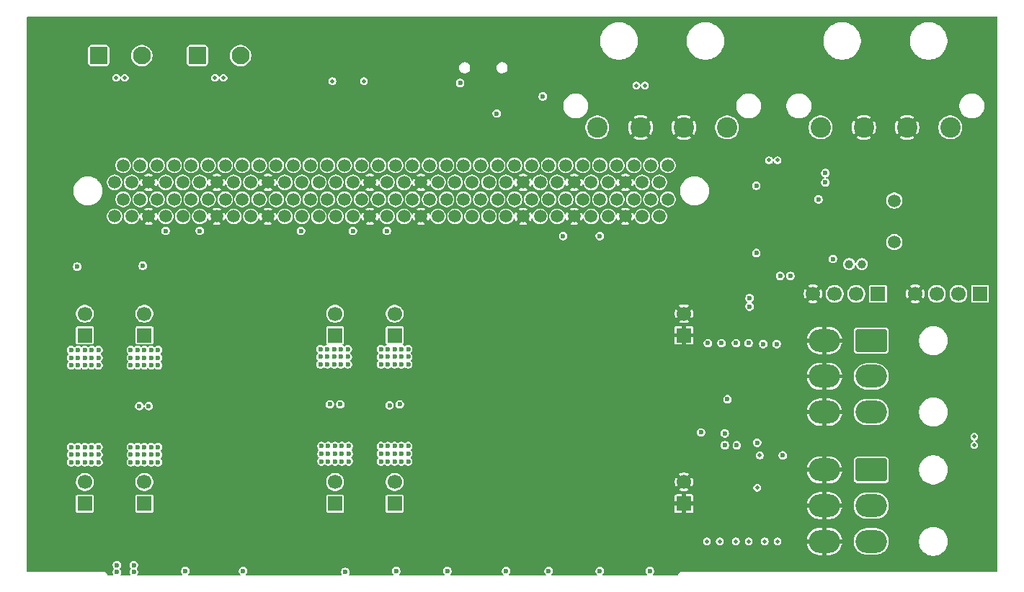
<source format=gbr>
%TF.GenerationSoftware,KiCad,Pcbnew,9.0.1*%
%TF.CreationDate,2025-05-06T20:53:02+02:00*%
%TF.ProjectId,apm,61706d2e-6b69-4636-9164-5f7063625858,rev?*%
%TF.SameCoordinates,Original*%
%TF.FileFunction,Copper,L2,Inr*%
%TF.FilePolarity,Positive*%
%FSLAX46Y46*%
G04 Gerber Fmt 4.6, Leading zero omitted, Abs format (unit mm)*
G04 Created by KiCad (PCBNEW 9.0.1) date 2025-05-06 20:53:02*
%MOMM*%
%LPD*%
G01*
G04 APERTURE LIST*
G04 Aperture macros list*
%AMRoundRect*
0 Rectangle with rounded corners*
0 $1 Rounding radius*
0 $2 $3 $4 $5 $6 $7 $8 $9 X,Y pos of 4 corners*
0 Add a 4 corners polygon primitive as box body*
4,1,4,$2,$3,$4,$5,$6,$7,$8,$9,$2,$3,0*
0 Add four circle primitives for the rounded corners*
1,1,$1+$1,$2,$3*
1,1,$1+$1,$4,$5*
1,1,$1+$1,$6,$7*
1,1,$1+$1,$8,$9*
0 Add four rect primitives between the rounded corners*
20,1,$1+$1,$2,$3,$4,$5,0*
20,1,$1+$1,$4,$5,$6,$7,0*
20,1,$1+$1,$6,$7,$8,$9,0*
20,1,$1+$1,$8,$9,$2,$3,0*%
G04 Aperture macros list end*
%TA.AperFunction,ComponentPad*%
%ADD10C,1.000000*%
%TD*%
%TA.AperFunction,ComponentPad*%
%ADD11RoundRect,0.250001X-0.799999X-0.799999X0.799999X-0.799999X0.799999X0.799999X-0.799999X0.799999X0*%
%TD*%
%TA.AperFunction,ComponentPad*%
%ADD12C,2.100000*%
%TD*%
%TA.AperFunction,ComponentPad*%
%ADD13C,2.400000*%
%TD*%
%TA.AperFunction,ComponentPad*%
%ADD14R,1.700000X1.700000*%
%TD*%
%TA.AperFunction,ComponentPad*%
%ADD15C,1.700000*%
%TD*%
%TA.AperFunction,ComponentPad*%
%ADD16C,1.520000*%
%TD*%
%TA.AperFunction,ComponentPad*%
%ADD17RoundRect,0.250001X-1.599999X1.099999X-1.599999X-1.099999X1.599999X-1.099999X1.599999X1.099999X0*%
%TD*%
%TA.AperFunction,ComponentPad*%
%ADD18O,3.700000X2.700000*%
%TD*%
%TA.AperFunction,ComponentPad*%
%ADD19C,1.500000*%
%TD*%
%TA.AperFunction,ViaPad*%
%ADD20C,0.600000*%
%TD*%
%TA.AperFunction,ViaPad*%
%ADD21C,0.500000*%
%TD*%
G04 APERTURE END LIST*
D10*
%TO.N,Net-(U502-PC15)*%
%TO.C,Y502*%
X172600000Y-64400000D03*
%TO.N,Net-(U502-PC14)*%
X171100000Y-64400000D03*
%TD*%
D11*
%TO.N,ALT_IN_B*%
%TO.C,J306*%
X94520000Y-39900000D03*
D12*
%TO.N,ALT_OUT_B*%
X99600000Y-39900000D03*
%TD*%
D13*
%TO.N,EXT_OUT_5V*%
%TO.C,J304*%
X182980000Y-48340000D03*
%TO.N,GND*%
X177900000Y-48340000D03*
X172820000Y-48340000D03*
%TO.N,EXT_OUT_12V*%
X167740000Y-48340000D03*
%TD*%
D14*
%TO.N,+3.3V*%
%TO.C,J502*%
X186480000Y-67900000D03*
D15*
%TO.N,SCL*%
X183940000Y-67900000D03*
%TO.N,SDA*%
X181400000Y-67900000D03*
%TO.N,GND*%
X178860000Y-67900000D03*
%TD*%
D16*
%TO.N,VBUS_OUT_12V*%
%TO.C,J202*%
X84800000Y-54800000D03*
%TO.N,/agp_connectors/TYPEDET#*%
X85800000Y-52800000D03*
%TO.N,/agp_connectors/GC_DET#*%
X86800000Y-54800000D03*
%TO.N,/agp_connectors/USB-*%
X87800000Y-52800000D03*
%TO.N,GND*%
X88800000Y-54800000D03*
%TO.N,/agp_connectors/INTA#*%
X89800000Y-52800000D03*
%TO.N,/agp_connectors/RST#*%
X90800000Y-54800000D03*
%TO.N,/agp_connectors/GNT#*%
X91800000Y-52800000D03*
%TO.N,VBUS_OUT_3.3V*%
X92800000Y-54800000D03*
%TO.N,/agp_connectors/ST1*%
X93800000Y-52800000D03*
%TO.N,/agp_connectors/MB_DET#*%
X94800000Y-54800000D03*
%TO.N,/agp_connectors/DBI_HI{slash}PIPE#*%
X95800000Y-52800000D03*
%TO.N,GND*%
X96800000Y-54800000D03*
%TO.N,/agp_connectors/WBF#*%
X97800000Y-52800000D03*
%TO.N,/agp_connectors/SBA1*%
X98800000Y-54800000D03*
%TO.N,VBUS_OUT_3.3V*%
X99800000Y-52800000D03*
%TO.N,/agp_connectors/SBA3*%
X100800000Y-54800000D03*
%TO.N,/agp_connectors/SB_STB#*%
X101800000Y-52800000D03*
%TO.N,GND*%
X102800000Y-54800000D03*
%TO.N,/agp_connectors/SBA5*%
X103800000Y-52800000D03*
%TO.N,/agp_connectors/SBA7*%
X104800000Y-54800000D03*
%TO.N,unconnected-(J202-22-PadA22)*%
X105800000Y-52800000D03*
%TO.N,unconnected-(J202-23-PadA23)*%
X106800000Y-54800000D03*
%TO.N,unconnected-(J202-24-PadA24)*%
X107800000Y-52800000D03*
%TO.N,unconnected-(J202-25-PadA25)*%
X108800000Y-54800000D03*
%TO.N,/agp_connectors/AD30*%
X109800000Y-52800000D03*
%TO.N,/agp_connectors/AD28*%
X110800000Y-54800000D03*
%TO.N,VBUS_OUT_3.3V*%
X111800000Y-52800000D03*
%TO.N,/agp_connectors/AD26*%
X112800000Y-54800000D03*
%TO.N,/agp_connectors/AD24*%
X113800000Y-52800000D03*
%TO.N,GND*%
X114800000Y-54800000D03*
%TO.N,/agp_connectors/AD_STB1#*%
X115800000Y-52800000D03*
%TO.N,/agp_connectors/C{slash}BE3#*%
X116800000Y-54800000D03*
%TO.N,VBUS_OUT_VDDQ*%
X117800000Y-52800000D03*
%TO.N,/agp_connectors/AD22*%
X118800000Y-54800000D03*
%TO.N,/agp_connectors/AD20*%
X119800000Y-52800000D03*
%TO.N,GND*%
X120800000Y-54800000D03*
%TO.N,/agp_connectors/AD18*%
X121800000Y-52800000D03*
%TO.N,/agp_connectors/AD16*%
X122800000Y-54800000D03*
%TO.N,VBUS_OUT_VDDQ*%
X123800000Y-52800000D03*
%TO.N,/agp_connectors/FRAME#*%
X124800000Y-54800000D03*
%TO.N,unconnected-(J202-42-PadA42)*%
X125800000Y-52800000D03*
%TO.N,unconnected-(J202-43-PadA43)*%
X126800000Y-54800000D03*
%TO.N,unconnected-(J202-44-PadA44)*%
X127800000Y-52800000D03*
%TO.N,unconnected-(J202-45-PadA45)*%
X128800000Y-54800000D03*
%TO.N,/agp_connectors/TRDY#*%
X129800000Y-52800000D03*
%TO.N,/agp_connectors/STOP*%
X130800000Y-54800000D03*
%TO.N,/agp_connectors/PME#*%
X131800000Y-52800000D03*
%TO.N,GND*%
X132800000Y-54800000D03*
%TO.N,/agp_connectors/PAR*%
X133800000Y-52800000D03*
%TO.N,/agp_connectors/AD15*%
X134800000Y-54800000D03*
%TO.N,VBUS_OUT_VDDQ*%
X135800000Y-52800000D03*
%TO.N,/agp_connectors/AD13*%
X136800000Y-54800000D03*
%TO.N,/agp_connectors/AD11*%
X137800000Y-52800000D03*
%TO.N,GND*%
X138800000Y-54800000D03*
%TO.N,/agp_connectors/AD9*%
X139800000Y-52800000D03*
%TO.N,/agp_connectors/C{slash}BE0#*%
X140800000Y-54800000D03*
%TO.N,VBUS_OUT_VDDQ*%
X141800000Y-52800000D03*
%TO.N,/agp_connectors/AD_STB0#*%
X142800000Y-54800000D03*
%TO.N,/agp_connectors/AD6*%
X143800000Y-52800000D03*
%TO.N,GND*%
X144800000Y-54800000D03*
%TO.N,/agp_connectors/AD4*%
X145800000Y-52800000D03*
%TO.N,/agp_connectors/AD2*%
X146800000Y-54800000D03*
%TO.N,VBUS_OUT_VDDQ*%
X147800000Y-52800000D03*
%TO.N,/agp_connectors/AD0*%
X148800000Y-54800000D03*
%TO.N,/agp_connectors/VREFGC*%
X149800000Y-52800000D03*
%TO.N,/agp_connectors/OVRCNT#*%
X84800000Y-58800000D03*
%TO.N,VBUS_OUT_5V*%
X85800000Y-56800000D03*
X86800000Y-58800000D03*
%TO.N,/agp_connectors/USB+*%
X87800000Y-56800000D03*
%TO.N,GND*%
X88800000Y-58800000D03*
%TO.N,/agp_connectors/INTB#*%
X89800000Y-56800000D03*
%TO.N,/agp_connectors/CLK*%
X90800000Y-58800000D03*
%TO.N,/agp_connectors/REQ#*%
X91800000Y-56800000D03*
%TO.N,VBUS_OUT_3.3V*%
X92800000Y-58800000D03*
%TO.N,/agp_connectors/ST0*%
X93800000Y-56800000D03*
%TO.N,/agp_connectors/ST2*%
X94800000Y-58800000D03*
%TO.N,/agp_connectors/RBF#*%
X95800000Y-56800000D03*
%TO.N,GND*%
X96800000Y-58800000D03*
%TO.N,/agp_connectors/DBI_LO*%
X97800000Y-56800000D03*
%TO.N,/agp_connectors/SBA0*%
X98800000Y-58800000D03*
%TO.N,VBUS_OUT_3.3V*%
X99800000Y-56800000D03*
%TO.N,/agp_connectors/SBA2*%
X100800000Y-58800000D03*
%TO.N,/agp_connectors/SB_STB*%
X101800000Y-56800000D03*
%TO.N,GND*%
X102800000Y-58800000D03*
%TO.N,/agp_connectors/SBA4*%
X103800000Y-56800000D03*
%TO.N,/agp_connectors/SBA6*%
X104800000Y-58800000D03*
%TO.N,unconnected-(J202-88-PadB22)*%
X105800000Y-56800000D03*
%TO.N,unconnected-(J202-B24-PadB23)*%
X106800000Y-58800000D03*
%TO.N,unconnected-(J202-90-PadB24)*%
X107800000Y-56800000D03*
%TO.N,unconnected-(J202-91-PadB25)*%
X108800000Y-58800000D03*
%TO.N,/agp_connectors/AD31*%
X109800000Y-56800000D03*
%TO.N,/agp_connectors/AD29*%
X110800000Y-58800000D03*
%TO.N,VBUS_OUT_3.3V*%
X111800000Y-56800000D03*
%TO.N,/agp_connectors/AD27*%
X112800000Y-58800000D03*
%TO.N,/agp_connectors/AD25*%
X113800000Y-56800000D03*
%TO.N,GND*%
X114800000Y-58800000D03*
%TO.N,/agp_connectors/AD_STB1*%
X115800000Y-56800000D03*
%TO.N,/agp_connectors/AD23*%
X116800000Y-58800000D03*
%TO.N,VBUS_OUT_VDDQ*%
X117800000Y-56800000D03*
%TO.N,/agp_connectors/AD21*%
X118800000Y-58800000D03*
%TO.N,/agp_connectors/AD19*%
X119800000Y-56800000D03*
%TO.N,GND*%
X120800000Y-58800000D03*
%TO.N,/agp_connectors/AD17*%
X121800000Y-56800000D03*
%TO.N,/agp_connectors/C{slash}BE2#*%
X122800000Y-58800000D03*
%TO.N,VBUS_OUT_VDDQ*%
X123800000Y-56800000D03*
%TO.N,/agp_connectors/IRDY#*%
X124800000Y-58800000D03*
%TO.N,unconnected-(J202-108-PadB42)*%
X125800000Y-56800000D03*
%TO.N,unconnected-(J202-109-PadB43)*%
X126800000Y-58800000D03*
%TO.N,unconnected-(J202-110-PadB44)*%
X127800000Y-56800000D03*
%TO.N,unconnected-(J202-111-PadB45)*%
X128800000Y-58800000D03*
%TO.N,/agp_connectors/DEVSEL#*%
X129800000Y-56800000D03*
%TO.N,VBUS_OUT_VDDQ*%
X130800000Y-58800000D03*
%TO.N,/agp_connectors/PERR#*%
X131800000Y-56800000D03*
%TO.N,GND*%
X132800000Y-58800000D03*
%TO.N,/agp_connectors/SERR#*%
X133800000Y-56800000D03*
%TO.N,/agp_connectors/C{slash}BE1#*%
X134800000Y-58800000D03*
%TO.N,VBUS_OUT_VDDQ*%
X135800000Y-56800000D03*
%TO.N,/agp_connectors/AD14*%
X136800000Y-58800000D03*
%TO.N,/agp_connectors/AD12*%
X137800000Y-56800000D03*
%TO.N,GND*%
X138800000Y-58800000D03*
%TO.N,/agp_connectors/AD10*%
X139800000Y-56800000D03*
%TO.N,/agp_connectors/AD8*%
X140800000Y-58800000D03*
%TO.N,VBUS_OUT_VDDQ*%
X141800000Y-56800000D03*
%TO.N,/agp_connectors/AD_STB0*%
X142800000Y-58800000D03*
%TO.N,/agp_connectors/AD7*%
X143800000Y-56800000D03*
%TO.N,GND*%
X144800000Y-58800000D03*
%TO.N,/agp_connectors/AD5*%
X145800000Y-56800000D03*
%TO.N,/agp_connectors/AD3*%
X146800000Y-58800000D03*
%TO.N,VBUS_OUT_VDDQ*%
X147800000Y-56800000D03*
%TO.N,/agp_connectors/AD1*%
X148800000Y-58800000D03*
%TO.N,/agp_connectors/VREFCG*%
X149800000Y-56800000D03*
%TD*%
D11*
%TO.N,ALT_IN_A*%
%TO.C,J305*%
X82920000Y-39900000D03*
D12*
%TO.N,ALT_OUT_A*%
X88000000Y-39900000D03*
%TD*%
D17*
%TO.N,EXT_OUT_12V_PCIE*%
%TO.C,J302*%
X173700000Y-73400000D03*
D18*
X173700000Y-77600000D03*
X173700000Y-81800000D03*
%TO.N,GND*%
X168200000Y-73400000D03*
X168200000Y-77600000D03*
X168200000Y-81800000D03*
%TD*%
D19*
%TO.N,Net-(U502-PD1)*%
%TO.C,Y501*%
X176400000Y-56950000D03*
%TO.N,Net-(U502-PD0)*%
X176400000Y-61830000D03*
%TD*%
D13*
%TO.N,EXT_IN_5V*%
%TO.C,J303*%
X156760000Y-48340000D03*
%TO.N,GND*%
X151680000Y-48340000D03*
X146600000Y-48340000D03*
%TO.N,EXT_IN_12V*%
X141520000Y-48340000D03*
%TD*%
D14*
%TO.N,+3.3V*%
%TO.C,J503*%
X174480000Y-67900000D03*
D15*
%TO.N,/usb_interface/SWDIO*%
X171940000Y-67900000D03*
%TO.N,/usb_interface/SWDCLK*%
X169400000Y-67900000D03*
%TO.N,GND*%
X166860000Y-67900000D03*
%TD*%
D17*
%TO.N,EXT_IN_12V_PCIE*%
%TO.C,J301*%
X173700000Y-88600000D03*
D18*
X173700000Y-92800000D03*
X173700000Y-97000000D03*
%TO.N,GND*%
X168200000Y-88600000D03*
X168200000Y-92800000D03*
X168200000Y-97000000D03*
%TD*%
D14*
%TO.N,VBUS_OUT_VDDQ*%
%TO.C,J205*%
X117700000Y-72775000D03*
D15*
X117700000Y-70235000D03*
%TD*%
D14*
%TO.N,VBUS_OUT_3.3V*%
%TO.C,J204*%
X110700000Y-72775000D03*
D15*
X110700000Y-70235000D03*
%TD*%
D14*
%TO.N,VBUS_IN_12V*%
%TO.C,J208*%
X81300000Y-92575000D03*
D15*
X81300000Y-90035000D03*
%TD*%
D14*
%TO.N,VBUS_IN_3.3V*%
%TO.C,J209*%
X110700000Y-92575000D03*
D15*
X110700000Y-90035000D03*
%TD*%
D14*
%TO.N,VBUS_OUT_5V*%
%TO.C,J206*%
X88300000Y-72775000D03*
D15*
X88300000Y-70235000D03*
%TD*%
D14*
%TO.N,VBUS_IN_VDDQ*%
%TO.C,J210*%
X117700000Y-92575000D03*
D15*
X117700000Y-90035000D03*
%TD*%
D14*
%TO.N,VBUS_OUT_12V*%
%TO.C,J203*%
X81300000Y-72775000D03*
D15*
X81300000Y-70235000D03*
%TD*%
D14*
%TO.N,GND*%
%TO.C,J207*%
X151700000Y-72775000D03*
D15*
X151700000Y-70235000D03*
%TD*%
D14*
%TO.N,VBUS_IN_5V*%
%TO.C,J211*%
X88300000Y-92575000D03*
D15*
X88300000Y-90035000D03*
%TD*%
D14*
%TO.N,GND*%
%TO.C,J212*%
X151700000Y-92575000D03*
D15*
X151700000Y-90035000D03*
%TD*%
D20*
%TO.N,VBUS_IN_VDDQ*%
X119300000Y-86700000D03*
X117700000Y-87600000D03*
X135800000Y-100500000D03*
X116100000Y-85800000D03*
X116900000Y-85800000D03*
X119300000Y-85800000D03*
X117700000Y-86700000D03*
X118500000Y-85800000D03*
X130800000Y-100500000D03*
X118500000Y-86700000D03*
X117700000Y-85800000D03*
D21*
X155900000Y-97000000D03*
D20*
X147700000Y-100500000D03*
X116900000Y-87600000D03*
X119300000Y-87600000D03*
X118500000Y-87600000D03*
X116100000Y-87600000D03*
X117100000Y-81000000D03*
X116100000Y-86700000D03*
X117900000Y-100500000D03*
X141800000Y-100500000D03*
X123900000Y-100500000D03*
X116900000Y-86700000D03*
%TO.N,/agp_connectors/SBA7*%
X106700000Y-60500000D03*
%TO.N,VBUS_IN_3.3V*%
X99900000Y-100500000D03*
X112300000Y-86700000D03*
X110100000Y-80900000D03*
X111900000Y-100600000D03*
X109100000Y-85800000D03*
X109100000Y-86700000D03*
X111500000Y-86700000D03*
X111500000Y-85800000D03*
X112300000Y-87600000D03*
X93100000Y-100500000D03*
X111500000Y-87600000D03*
X109900000Y-86700000D03*
X110700000Y-85800000D03*
X110700000Y-87600000D03*
D21*
X162700000Y-97000000D03*
D20*
X109100000Y-87600000D03*
X109900000Y-87600000D03*
X112300000Y-85800000D03*
X110700000Y-86700000D03*
X109900000Y-85800000D03*
%TO.N,/agp_connectors/MB_DET#*%
X94800000Y-60500000D03*
%TO.N,/agp_connectors/AD22*%
X116800000Y-60500000D03*
%TO.N,/agp_connectors/AD24*%
X112800000Y-60500000D03*
%TO.N,VBUS_IN_12V*%
X79700000Y-87700000D03*
X81300000Y-87700000D03*
X81300000Y-85900000D03*
X82100000Y-87700000D03*
X82100000Y-85900000D03*
X85070000Y-100600000D03*
X80500000Y-87700000D03*
X82100000Y-86800000D03*
X79700000Y-85900000D03*
X82900000Y-85900000D03*
X79700000Y-86800000D03*
X81300000Y-86800000D03*
X85070000Y-99800000D03*
X80500000Y-86800000D03*
X80500000Y-85900000D03*
X82900000Y-86800000D03*
X82900000Y-87700000D03*
%TO.N,GND*%
X104300000Y-49000000D03*
X84200000Y-64500000D03*
X117400000Y-45200000D03*
X135900000Y-62600000D03*
X120900000Y-100500000D03*
X153700000Y-82700000D03*
X144800000Y-100500000D03*
D21*
X97100000Y-38300000D03*
D20*
X138800000Y-100500000D03*
D21*
X97100000Y-39000000D03*
D20*
X162800000Y-56900000D03*
X120800000Y-95800000D03*
D21*
X85500000Y-40500000D03*
D20*
X85900000Y-93900000D03*
X97000000Y-100500000D03*
D21*
X85500000Y-38400000D03*
X123200000Y-47800000D03*
D20*
X165700000Y-65200000D03*
D21*
X97100000Y-39700000D03*
D20*
X167300000Y-58600000D03*
X97500000Y-62600000D03*
D21*
X97100000Y-40400000D03*
D20*
X187700000Y-61000000D03*
X158600000Y-60300000D03*
X103000000Y-100500000D03*
D21*
X85500000Y-39800000D03*
X85500000Y-39100000D03*
D20*
X163300000Y-88400000D03*
X114900000Y-100500000D03*
X99900000Y-93600000D03*
X132800000Y-100500000D03*
D21*
X111500000Y-44800000D03*
D20*
X130700000Y-38500000D03*
X122200000Y-49100000D03*
X125500000Y-38500000D03*
X172700000Y-53700000D03*
X89100000Y-100500000D03*
X182200000Y-63300000D03*
X177700000Y-59400000D03*
%TO.N,/agp_connectors/AD_STB0#*%
X141800000Y-61100000D03*
%TO.N,VBUS_IN_5V*%
X89100000Y-85900000D03*
X86700000Y-87700000D03*
X86700000Y-85900000D03*
X87500000Y-87700000D03*
X87700000Y-81100000D03*
X87500000Y-86800000D03*
X89100000Y-87700000D03*
X89100000Y-86800000D03*
X89900000Y-87700000D03*
X86700000Y-86800000D03*
X87500000Y-85900000D03*
X87060000Y-100600000D03*
D21*
X159300000Y-97000000D03*
D20*
X89900000Y-85900000D03*
X88300000Y-87700000D03*
X87060000Y-99800000D03*
X89900000Y-86800000D03*
X88300000Y-86800000D03*
X88300000Y-85900000D03*
%TO.N,/agp_connectors/AD11*%
X137500000Y-61100000D03*
%TO.N,/agp_connectors/RST#*%
X90800000Y-60500000D03*
%TO.N,VBUS_OUT_VDDQ*%
X118500000Y-74400000D03*
X117700000Y-74400000D03*
X117700000Y-76200000D03*
X118300000Y-80900000D03*
X119300000Y-74400000D03*
X116100000Y-76200000D03*
X119300000Y-75300000D03*
X118500000Y-75300000D03*
X118500000Y-76200000D03*
X119300000Y-76200000D03*
X117700000Y-75300000D03*
X116900000Y-76200000D03*
X116900000Y-75300000D03*
D21*
X154400000Y-97000000D03*
D20*
X116900000Y-74400000D03*
X116100000Y-74400000D03*
X116100000Y-75300000D03*
%TO.N,VBUS_OUT_3.3V*%
X111300000Y-80900000D03*
X111400000Y-76200000D03*
X112200000Y-76200000D03*
X110600000Y-75300000D03*
X111400000Y-75300000D03*
X110600000Y-74400000D03*
X109000000Y-76200000D03*
X111400000Y-74400000D03*
X109000000Y-75300000D03*
X109800000Y-74400000D03*
X109000000Y-74400000D03*
D21*
X161200000Y-97000000D03*
D20*
X110600000Y-76200000D03*
X112200000Y-74400000D03*
X112200000Y-75300000D03*
X109800000Y-75300000D03*
X109800000Y-76200000D03*
%TO.N,VBUS_OUT_5V*%
X88300000Y-74500000D03*
X87500000Y-76300000D03*
X89900000Y-75400000D03*
X86700000Y-75400000D03*
X88300000Y-75400000D03*
X88800000Y-81100000D03*
X86700000Y-76300000D03*
X86700000Y-74500000D03*
X89100000Y-75400000D03*
X89100000Y-76300000D03*
X89900000Y-74500000D03*
X88300000Y-76300000D03*
X87500000Y-74500000D03*
X89900000Y-76300000D03*
X87500000Y-75400000D03*
X89100000Y-74500000D03*
X88100000Y-64600000D03*
D21*
X157800000Y-97000000D03*
D20*
%TO.N,VBUS_OUT_12V*%
X79700000Y-75400000D03*
X81300000Y-76300000D03*
X82900000Y-74500000D03*
X81300000Y-74500000D03*
X79700000Y-74500000D03*
X82100000Y-75400000D03*
X80500000Y-75400000D03*
X82900000Y-76300000D03*
X82900000Y-75400000D03*
X80400000Y-64700000D03*
X80500000Y-76300000D03*
X79700000Y-76300000D03*
X80500000Y-74500000D03*
X81300000Y-75400000D03*
X82100000Y-74500000D03*
X82100000Y-76300000D03*
%TO.N,EXT_IN_5V*%
X157800000Y-73700000D03*
D21*
X161700000Y-52200000D03*
%TO.N,EXT_OUT_5V*%
X162700000Y-52200000D03*
D20*
X159300000Y-73700000D03*
D21*
%TO.N,EXT_OUT_12V*%
X147100000Y-43400000D03*
D20*
X156100000Y-73700000D03*
D21*
%TO.N,EXT_IN_12V*%
X146100000Y-43400000D03*
D20*
X154500000Y-73700000D03*
D21*
%TO.N,EXT_OUT_12V_PCIE*%
X185800000Y-84700000D03*
D20*
X162600000Y-73800000D03*
%TO.N,EXT_IN_12V_PCIE*%
X161000000Y-73800000D03*
D21*
X185800000Y-85700000D03*
%TO.N,+3.3V*%
X160300000Y-90700000D03*
X160600000Y-86900000D03*
D20*
X163300000Y-86900000D03*
D21*
X114100000Y-42900000D03*
X110400000Y-42900000D03*
D20*
X156500000Y-84300000D03*
X167500000Y-56800000D03*
X169200000Y-63800000D03*
X160200000Y-63100000D03*
X160200000Y-55200000D03*
X156800000Y-80300000D03*
X125400000Y-43100000D03*
X153700000Y-84200000D03*
%TO.N,SCL*%
X163000000Y-65800000D03*
X156500000Y-85700000D03*
X159400000Y-69400000D03*
%TO.N,SDA*%
X159400000Y-68400000D03*
X160300000Y-85400000D03*
X157900000Y-85700000D03*
X164200000Y-65800000D03*
D21*
%TO.N,ALT_OUT_A*%
X86000000Y-42500000D03*
%TO.N,ALT_IN_A*%
X85000000Y-42500000D03*
%TO.N,ALT_OUT_B*%
X97600000Y-42500000D03*
%TO.N,ALT_IN_B*%
X96600000Y-42500000D03*
D20*
%TO.N,Net-(U501-VI)*%
X135100000Y-44700000D03*
%TO.N,Net-(D501-VCC)*%
X129700000Y-46700000D03*
%TO.N,Net-(U502-PA4)*%
X168300000Y-54800000D03*
%TO.N,Net-(U502-PA5)*%
X168300000Y-53700000D03*
%TD*%
%TA.AperFunction,Conductor*%
%TO.N,GND*%
G36*
X188477826Y-35322174D02*
G01*
X188499500Y-35374500D01*
X188499500Y-100500500D01*
X188477826Y-100552826D01*
X188425500Y-100574500D01*
X151419106Y-100574500D01*
X151291818Y-100608606D01*
X151291809Y-100608610D01*
X151177685Y-100674500D01*
X151084500Y-100767685D01*
X151018609Y-100881811D01*
X151018608Y-100881813D01*
X151018608Y-100881814D01*
X151011776Y-100907314D01*
X151001637Y-100945153D01*
X150967158Y-100990086D01*
X150930158Y-101000000D01*
X148086466Y-101000000D01*
X148034140Y-100978326D01*
X148012466Y-100926000D01*
X148034140Y-100873674D01*
X148100500Y-100807314D01*
X148166392Y-100693186D01*
X148200499Y-100565894D01*
X148200500Y-100565894D01*
X148200500Y-100434106D01*
X148200499Y-100434105D01*
X148193186Y-100406814D01*
X148166392Y-100306814D01*
X148100500Y-100192686D01*
X148007314Y-100099500D01*
X147893190Y-100033610D01*
X147893181Y-100033606D01*
X147765894Y-99999500D01*
X147765892Y-99999500D01*
X147634108Y-99999500D01*
X147634106Y-99999500D01*
X147506818Y-100033606D01*
X147506809Y-100033610D01*
X147392685Y-100099500D01*
X147299500Y-100192685D01*
X147233610Y-100306809D01*
X147233606Y-100306818D01*
X147199500Y-100434105D01*
X147199500Y-100565894D01*
X147233606Y-100693181D01*
X147233610Y-100693190D01*
X147299500Y-100807314D01*
X147365860Y-100873674D01*
X147387534Y-100926000D01*
X147365860Y-100978326D01*
X147313534Y-101000000D01*
X142186466Y-101000000D01*
X142134140Y-100978326D01*
X142112466Y-100926000D01*
X142134140Y-100873674D01*
X142200500Y-100807314D01*
X142266392Y-100693186D01*
X142300499Y-100565894D01*
X142300500Y-100565894D01*
X142300500Y-100434106D01*
X142300499Y-100434105D01*
X142293186Y-100406814D01*
X142266392Y-100306814D01*
X142200500Y-100192686D01*
X142107314Y-100099500D01*
X141993190Y-100033610D01*
X141993181Y-100033606D01*
X141865894Y-99999500D01*
X141865892Y-99999500D01*
X141734108Y-99999500D01*
X141734106Y-99999500D01*
X141606818Y-100033606D01*
X141606809Y-100033610D01*
X141492685Y-100099500D01*
X141399500Y-100192685D01*
X141333610Y-100306809D01*
X141333606Y-100306818D01*
X141299500Y-100434105D01*
X141299500Y-100565894D01*
X141333606Y-100693181D01*
X141333610Y-100693190D01*
X141399500Y-100807314D01*
X141465860Y-100873674D01*
X141487534Y-100926000D01*
X141465860Y-100978326D01*
X141413534Y-101000000D01*
X136186466Y-101000000D01*
X136134140Y-100978326D01*
X136112466Y-100926000D01*
X136134140Y-100873674D01*
X136200500Y-100807314D01*
X136266392Y-100693186D01*
X136300499Y-100565894D01*
X136300500Y-100565894D01*
X136300500Y-100434106D01*
X136300499Y-100434105D01*
X136293186Y-100406814D01*
X136266392Y-100306814D01*
X136200500Y-100192686D01*
X136107314Y-100099500D01*
X135993190Y-100033610D01*
X135993181Y-100033606D01*
X135865894Y-99999500D01*
X135865892Y-99999500D01*
X135734108Y-99999500D01*
X135734106Y-99999500D01*
X135606818Y-100033606D01*
X135606809Y-100033610D01*
X135492685Y-100099500D01*
X135399500Y-100192685D01*
X135333610Y-100306809D01*
X135333606Y-100306818D01*
X135299500Y-100434105D01*
X135299500Y-100565894D01*
X135333606Y-100693181D01*
X135333610Y-100693190D01*
X135399500Y-100807314D01*
X135465860Y-100873674D01*
X135487534Y-100926000D01*
X135465860Y-100978326D01*
X135413534Y-101000000D01*
X131186466Y-101000000D01*
X131134140Y-100978326D01*
X131112466Y-100926000D01*
X131134140Y-100873674D01*
X131200500Y-100807314D01*
X131266392Y-100693186D01*
X131300499Y-100565894D01*
X131300500Y-100565894D01*
X131300500Y-100434106D01*
X131300499Y-100434105D01*
X131293186Y-100406814D01*
X131266392Y-100306814D01*
X131200500Y-100192686D01*
X131107314Y-100099500D01*
X130993190Y-100033610D01*
X130993181Y-100033606D01*
X130865894Y-99999500D01*
X130865892Y-99999500D01*
X130734108Y-99999500D01*
X130734106Y-99999500D01*
X130606818Y-100033606D01*
X130606809Y-100033610D01*
X130492685Y-100099500D01*
X130399500Y-100192685D01*
X130333610Y-100306809D01*
X130333606Y-100306818D01*
X130299500Y-100434105D01*
X130299500Y-100565894D01*
X130333606Y-100693181D01*
X130333610Y-100693190D01*
X130399500Y-100807314D01*
X130465860Y-100873674D01*
X130487534Y-100926000D01*
X130465860Y-100978326D01*
X130413534Y-101000000D01*
X124286466Y-101000000D01*
X124234140Y-100978326D01*
X124212466Y-100926000D01*
X124234140Y-100873674D01*
X124300500Y-100807314D01*
X124366392Y-100693186D01*
X124400499Y-100565894D01*
X124400500Y-100565894D01*
X124400500Y-100434106D01*
X124400499Y-100434105D01*
X124393186Y-100406814D01*
X124366392Y-100306814D01*
X124300500Y-100192686D01*
X124207314Y-100099500D01*
X124093190Y-100033610D01*
X124093181Y-100033606D01*
X123965894Y-99999500D01*
X123965892Y-99999500D01*
X123834108Y-99999500D01*
X123834106Y-99999500D01*
X123706818Y-100033606D01*
X123706809Y-100033610D01*
X123592685Y-100099500D01*
X123499500Y-100192685D01*
X123433610Y-100306809D01*
X123433606Y-100306818D01*
X123399500Y-100434105D01*
X123399500Y-100565894D01*
X123433606Y-100693181D01*
X123433610Y-100693190D01*
X123499500Y-100807314D01*
X123565860Y-100873674D01*
X123587534Y-100926000D01*
X123565860Y-100978326D01*
X123513534Y-101000000D01*
X118286466Y-101000000D01*
X118234140Y-100978326D01*
X118212466Y-100926000D01*
X118234140Y-100873674D01*
X118300500Y-100807314D01*
X118366392Y-100693186D01*
X118400499Y-100565894D01*
X118400500Y-100565894D01*
X118400500Y-100434106D01*
X118400499Y-100434105D01*
X118393186Y-100406814D01*
X118366392Y-100306814D01*
X118300500Y-100192686D01*
X118207314Y-100099500D01*
X118093190Y-100033610D01*
X118093181Y-100033606D01*
X117965894Y-99999500D01*
X117965892Y-99999500D01*
X117834108Y-99999500D01*
X117834106Y-99999500D01*
X117706818Y-100033606D01*
X117706809Y-100033610D01*
X117592685Y-100099500D01*
X117499500Y-100192685D01*
X117433610Y-100306809D01*
X117433606Y-100306818D01*
X117399500Y-100434105D01*
X117399500Y-100565894D01*
X117433606Y-100693181D01*
X117433610Y-100693190D01*
X117499500Y-100807314D01*
X117565860Y-100873674D01*
X117587534Y-100926000D01*
X117565860Y-100978326D01*
X117513534Y-101000000D01*
X112375160Y-101000000D01*
X112322834Y-100978326D01*
X112301160Y-100926000D01*
X112311074Y-100889000D01*
X112358235Y-100807314D01*
X112366392Y-100793186D01*
X112400499Y-100665894D01*
X112400500Y-100665894D01*
X112400500Y-100534106D01*
X112400499Y-100534105D01*
X112373704Y-100434105D01*
X112366392Y-100406814D01*
X112300500Y-100292686D01*
X112207314Y-100199500D01*
X112117549Y-100147674D01*
X112093190Y-100133610D01*
X112093181Y-100133606D01*
X111965894Y-100099500D01*
X111965892Y-100099500D01*
X111834108Y-100099500D01*
X111834106Y-100099500D01*
X111706818Y-100133606D01*
X111706809Y-100133610D01*
X111592685Y-100199500D01*
X111499500Y-100292685D01*
X111433610Y-100406809D01*
X111433606Y-100406818D01*
X111399500Y-100534105D01*
X111399500Y-100665894D01*
X111433606Y-100793181D01*
X111433610Y-100793190D01*
X111488926Y-100889000D01*
X111496318Y-100945153D01*
X111461840Y-100990086D01*
X111424840Y-101000000D01*
X100286466Y-101000000D01*
X100234140Y-100978326D01*
X100212466Y-100926000D01*
X100234140Y-100873674D01*
X100300500Y-100807314D01*
X100366392Y-100693186D01*
X100400499Y-100565894D01*
X100400500Y-100565894D01*
X100400500Y-100434106D01*
X100400499Y-100434105D01*
X100393186Y-100406814D01*
X100366392Y-100306814D01*
X100300500Y-100192686D01*
X100207314Y-100099500D01*
X100093190Y-100033610D01*
X100093181Y-100033606D01*
X99965894Y-99999500D01*
X99965892Y-99999500D01*
X99834108Y-99999500D01*
X99834106Y-99999500D01*
X99706818Y-100033606D01*
X99706809Y-100033610D01*
X99592685Y-100099500D01*
X99499500Y-100192685D01*
X99433610Y-100306809D01*
X99433606Y-100306818D01*
X99399500Y-100434105D01*
X99399500Y-100565894D01*
X99433606Y-100693181D01*
X99433610Y-100693190D01*
X99499500Y-100807314D01*
X99565860Y-100873674D01*
X99587534Y-100926000D01*
X99565860Y-100978326D01*
X99513534Y-101000000D01*
X93486466Y-101000000D01*
X93434140Y-100978326D01*
X93412466Y-100926000D01*
X93434140Y-100873674D01*
X93500500Y-100807314D01*
X93566392Y-100693186D01*
X93600499Y-100565894D01*
X93600500Y-100565894D01*
X93600500Y-100434106D01*
X93600499Y-100434105D01*
X93593186Y-100406814D01*
X93566392Y-100306814D01*
X93500500Y-100192686D01*
X93407314Y-100099500D01*
X93293190Y-100033610D01*
X93293181Y-100033606D01*
X93165894Y-99999500D01*
X93165892Y-99999500D01*
X93034108Y-99999500D01*
X93034106Y-99999500D01*
X92906818Y-100033606D01*
X92906809Y-100033610D01*
X92792685Y-100099500D01*
X92699500Y-100192685D01*
X92633610Y-100306809D01*
X92633606Y-100306818D01*
X92599500Y-100434105D01*
X92599500Y-100565894D01*
X92633606Y-100693181D01*
X92633610Y-100693190D01*
X92699500Y-100807314D01*
X92765860Y-100873674D01*
X92787534Y-100926000D01*
X92765860Y-100978326D01*
X92713534Y-101000000D01*
X87535160Y-101000000D01*
X87482834Y-100978326D01*
X87461160Y-100926000D01*
X87471074Y-100889000D01*
X87518235Y-100807314D01*
X87526392Y-100793186D01*
X87560499Y-100665894D01*
X87560500Y-100665894D01*
X87560500Y-100534106D01*
X87560499Y-100534105D01*
X87533704Y-100434105D01*
X87526392Y-100406814D01*
X87460500Y-100292686D01*
X87420140Y-100252326D01*
X87398466Y-100200000D01*
X87420140Y-100147674D01*
X87434208Y-100133606D01*
X87460500Y-100107314D01*
X87526392Y-99993186D01*
X87560499Y-99865894D01*
X87560500Y-99865894D01*
X87560500Y-99734106D01*
X87560499Y-99734105D01*
X87526393Y-99606818D01*
X87526392Y-99606814D01*
X87460500Y-99492686D01*
X87367314Y-99399500D01*
X87253190Y-99333610D01*
X87253181Y-99333606D01*
X87125894Y-99299500D01*
X87125892Y-99299500D01*
X86994108Y-99299500D01*
X86994106Y-99299500D01*
X86866818Y-99333606D01*
X86866809Y-99333610D01*
X86752685Y-99399500D01*
X86659500Y-99492685D01*
X86593610Y-99606809D01*
X86593606Y-99606818D01*
X86559500Y-99734105D01*
X86559500Y-99865894D01*
X86593606Y-99993181D01*
X86593610Y-99993190D01*
X86659500Y-100107314D01*
X86699860Y-100147674D01*
X86721534Y-100200000D01*
X86699860Y-100252326D01*
X86659500Y-100292685D01*
X86593610Y-100406809D01*
X86593606Y-100406818D01*
X86559500Y-100534105D01*
X86559500Y-100665894D01*
X86593606Y-100793181D01*
X86593610Y-100793190D01*
X86648926Y-100889000D01*
X86656318Y-100945153D01*
X86621840Y-100990086D01*
X86584840Y-101000000D01*
X85545160Y-101000000D01*
X85492834Y-100978326D01*
X85471160Y-100926000D01*
X85481074Y-100889000D01*
X85528235Y-100807314D01*
X85536392Y-100793186D01*
X85570499Y-100665894D01*
X85570500Y-100665894D01*
X85570500Y-100534106D01*
X85570499Y-100534105D01*
X85543704Y-100434105D01*
X85536392Y-100406814D01*
X85470500Y-100292686D01*
X85430140Y-100252326D01*
X85408466Y-100200000D01*
X85430140Y-100147674D01*
X85444208Y-100133606D01*
X85470500Y-100107314D01*
X85536392Y-99993186D01*
X85570499Y-99865894D01*
X85570500Y-99865894D01*
X85570500Y-99734106D01*
X85570499Y-99734105D01*
X85536393Y-99606818D01*
X85536392Y-99606814D01*
X85470500Y-99492686D01*
X85377314Y-99399500D01*
X85263190Y-99333610D01*
X85263181Y-99333606D01*
X85135894Y-99299500D01*
X85135892Y-99299500D01*
X85004108Y-99299500D01*
X85004106Y-99299500D01*
X84876818Y-99333606D01*
X84876809Y-99333610D01*
X84762685Y-99399500D01*
X84669500Y-99492685D01*
X84603610Y-99606809D01*
X84603606Y-99606818D01*
X84569500Y-99734105D01*
X84569500Y-99865894D01*
X84603606Y-99993181D01*
X84603610Y-99993190D01*
X84669500Y-100107314D01*
X84709860Y-100147674D01*
X84731534Y-100200000D01*
X84709860Y-100252326D01*
X84669500Y-100292685D01*
X84603610Y-100406809D01*
X84603606Y-100406818D01*
X84569500Y-100534105D01*
X84569500Y-100665894D01*
X84603606Y-100793181D01*
X84603610Y-100793190D01*
X84658926Y-100889000D01*
X84666318Y-100945153D01*
X84631840Y-100990086D01*
X84594840Y-101000000D01*
X84039842Y-101000000D01*
X83987516Y-100978326D01*
X83968363Y-100945153D01*
X83963231Y-100926000D01*
X83951392Y-100881814D01*
X83885500Y-100767686D01*
X83792314Y-100674500D01*
X83777405Y-100665892D01*
X83678190Y-100608610D01*
X83678181Y-100608606D01*
X83550894Y-100574500D01*
X83550892Y-100574500D01*
X74574500Y-100574500D01*
X74522174Y-100552826D01*
X74500500Y-100500500D01*
X74500500Y-96940688D01*
X153949500Y-96940688D01*
X153949500Y-97059311D01*
X153980199Y-97173882D01*
X153980201Y-97173887D01*
X154039508Y-97276609D01*
X154039509Y-97276610D01*
X154039511Y-97276613D01*
X154123387Y-97360489D01*
X154123389Y-97360490D01*
X154123390Y-97360491D01*
X154226112Y-97419798D01*
X154226114Y-97419799D01*
X154226115Y-97419799D01*
X154226117Y-97419800D01*
X154250413Y-97426310D01*
X154340688Y-97450499D01*
X154340689Y-97450500D01*
X154340691Y-97450500D01*
X154459311Y-97450500D01*
X154459311Y-97450499D01*
X154573886Y-97419799D01*
X154676613Y-97360489D01*
X154760489Y-97276613D01*
X154819799Y-97173886D01*
X154850499Y-97059311D01*
X154850500Y-97059311D01*
X154850500Y-96940689D01*
X154850499Y-96940688D01*
X155449500Y-96940688D01*
X155449500Y-97059311D01*
X155480199Y-97173882D01*
X155480201Y-97173887D01*
X155539508Y-97276609D01*
X155539509Y-97276610D01*
X155539511Y-97276613D01*
X155623387Y-97360489D01*
X155623389Y-97360490D01*
X155623390Y-97360491D01*
X155726112Y-97419798D01*
X155726114Y-97419799D01*
X155726115Y-97419799D01*
X155726117Y-97419800D01*
X155750413Y-97426310D01*
X155840688Y-97450499D01*
X155840689Y-97450500D01*
X155840691Y-97450500D01*
X155959311Y-97450500D01*
X155959311Y-97450499D01*
X156073886Y-97419799D01*
X156176613Y-97360489D01*
X156260489Y-97276613D01*
X156319799Y-97173886D01*
X156350499Y-97059311D01*
X156350500Y-97059311D01*
X156350500Y-96940689D01*
X156350499Y-96940688D01*
X157349500Y-96940688D01*
X157349500Y-97059311D01*
X157380199Y-97173882D01*
X157380201Y-97173887D01*
X157439508Y-97276609D01*
X157439509Y-97276610D01*
X157439511Y-97276613D01*
X157523387Y-97360489D01*
X157523389Y-97360490D01*
X157523390Y-97360491D01*
X157626112Y-97419798D01*
X157626114Y-97419799D01*
X157626115Y-97419799D01*
X157626117Y-97419800D01*
X157650413Y-97426310D01*
X157740688Y-97450499D01*
X157740689Y-97450500D01*
X157740691Y-97450500D01*
X157859311Y-97450500D01*
X157859311Y-97450499D01*
X157973886Y-97419799D01*
X158076613Y-97360489D01*
X158160489Y-97276613D01*
X158219799Y-97173886D01*
X158250499Y-97059311D01*
X158250500Y-97059311D01*
X158250500Y-96940689D01*
X158250499Y-96940688D01*
X158849500Y-96940688D01*
X158849500Y-97059311D01*
X158880199Y-97173882D01*
X158880201Y-97173887D01*
X158939508Y-97276609D01*
X158939509Y-97276610D01*
X158939511Y-97276613D01*
X159023387Y-97360489D01*
X159023389Y-97360490D01*
X159023390Y-97360491D01*
X159126112Y-97419798D01*
X159126114Y-97419799D01*
X159126115Y-97419799D01*
X159126117Y-97419800D01*
X159150413Y-97426310D01*
X159240688Y-97450499D01*
X159240689Y-97450500D01*
X159240691Y-97450500D01*
X159359311Y-97450500D01*
X159359311Y-97450499D01*
X159473886Y-97419799D01*
X159576613Y-97360489D01*
X159660489Y-97276613D01*
X159719799Y-97173886D01*
X159750499Y-97059311D01*
X159750500Y-97059311D01*
X159750500Y-96940689D01*
X159750499Y-96940688D01*
X160749500Y-96940688D01*
X160749500Y-97059311D01*
X160780199Y-97173882D01*
X160780201Y-97173887D01*
X160839508Y-97276609D01*
X160839509Y-97276610D01*
X160839511Y-97276613D01*
X160923387Y-97360489D01*
X160923389Y-97360490D01*
X160923390Y-97360491D01*
X161026112Y-97419798D01*
X161026114Y-97419799D01*
X161026115Y-97419799D01*
X161026117Y-97419800D01*
X161050413Y-97426310D01*
X161140688Y-97450499D01*
X161140689Y-97450500D01*
X161140691Y-97450500D01*
X161259311Y-97450500D01*
X161259311Y-97450499D01*
X161373886Y-97419799D01*
X161476613Y-97360489D01*
X161560489Y-97276613D01*
X161619799Y-97173886D01*
X161650499Y-97059311D01*
X161650500Y-97059311D01*
X161650500Y-96940689D01*
X161650499Y-96940688D01*
X162249500Y-96940688D01*
X162249500Y-97059311D01*
X162280199Y-97173882D01*
X162280201Y-97173887D01*
X162339508Y-97276609D01*
X162339509Y-97276610D01*
X162339511Y-97276613D01*
X162423387Y-97360489D01*
X162423389Y-97360490D01*
X162423390Y-97360491D01*
X162526112Y-97419798D01*
X162526114Y-97419799D01*
X162526115Y-97419799D01*
X162526117Y-97419800D01*
X162550413Y-97426310D01*
X162640688Y-97450499D01*
X162640689Y-97450500D01*
X162640691Y-97450500D01*
X162759311Y-97450500D01*
X162759311Y-97450499D01*
X162873886Y-97419799D01*
X162976613Y-97360489D01*
X163060489Y-97276613D01*
X163119799Y-97173886D01*
X163150499Y-97059311D01*
X163150500Y-97059311D01*
X163150500Y-96940689D01*
X163150499Y-96940688D01*
X163138718Y-96896720D01*
X163138717Y-96896719D01*
X163119799Y-96826114D01*
X163075854Y-96750000D01*
X166119652Y-96750000D01*
X167332096Y-96750000D01*
X167300000Y-96911358D01*
X167300000Y-97088642D01*
X167332096Y-97250000D01*
X166119652Y-97250000D01*
X166139396Y-97374665D01*
X166139399Y-97374678D01*
X166217219Y-97614184D01*
X166217221Y-97614188D01*
X166331555Y-97838579D01*
X166331558Y-97838585D01*
X166479584Y-98042325D01*
X166479593Y-98042335D01*
X166657665Y-98220407D01*
X166657674Y-98220415D01*
X166861414Y-98368441D01*
X166861420Y-98368444D01*
X167085811Y-98482778D01*
X167085815Y-98482780D01*
X167325321Y-98560600D01*
X167325334Y-98560603D01*
X167574076Y-98600000D01*
X167950000Y-98600000D01*
X167950000Y-97867904D01*
X168111358Y-97900000D01*
X168288642Y-97900000D01*
X168450000Y-97867904D01*
X168450000Y-98600000D01*
X168825924Y-98600000D01*
X169074665Y-98560603D01*
X169074678Y-98560600D01*
X169314184Y-98482780D01*
X169314188Y-98482778D01*
X169538579Y-98368444D01*
X169538585Y-98368441D01*
X169742325Y-98220415D01*
X169742335Y-98220407D01*
X169920407Y-98042335D01*
X169920415Y-98042325D01*
X170068441Y-97838585D01*
X170068444Y-97838579D01*
X170182778Y-97614188D01*
X170182780Y-97614184D01*
X170260600Y-97374678D01*
X170260603Y-97374665D01*
X170280348Y-97250000D01*
X169067904Y-97250000D01*
X169100000Y-97088642D01*
X169100000Y-96911358D01*
X169093359Y-96877971D01*
X171649500Y-96877971D01*
X171649500Y-97122028D01*
X171687678Y-97363073D01*
X171687681Y-97363086D01*
X171763093Y-97595179D01*
X171873893Y-97812639D01*
X172017341Y-98010078D01*
X172017345Y-98010083D01*
X172189917Y-98182655D01*
X172189920Y-98182657D01*
X172189921Y-98182658D01*
X172387360Y-98326106D01*
X172470448Y-98368441D01*
X172604815Y-98436904D01*
X172604817Y-98436904D01*
X172604820Y-98436906D01*
X172836913Y-98512318D01*
X172836919Y-98512319D01*
X172836924Y-98512321D01*
X172938473Y-98528405D01*
X173077971Y-98550500D01*
X173077973Y-98550500D01*
X174322029Y-98550500D01*
X174418446Y-98535228D01*
X174563076Y-98512321D01*
X174563083Y-98512318D01*
X174563086Y-98512318D01*
X174795179Y-98436906D01*
X174795179Y-98436905D01*
X174795185Y-98436904D01*
X175012639Y-98326106D01*
X175210083Y-98182655D01*
X175382655Y-98010083D01*
X175526106Y-97812639D01*
X175636904Y-97595185D01*
X175683915Y-97450500D01*
X175712318Y-97363086D01*
X175712318Y-97363083D01*
X175712321Y-97363076D01*
X175750500Y-97122027D01*
X175750500Y-96888544D01*
X179299500Y-96888544D01*
X179299500Y-97111455D01*
X179328595Y-97332461D01*
X179386290Y-97547782D01*
X179471591Y-97753717D01*
X179471594Y-97753725D01*
X179583049Y-97946770D01*
X179583053Y-97946776D01*
X179718747Y-98123618D01*
X179876381Y-98281252D01*
X180053223Y-98416946D01*
X180053229Y-98416950D01*
X180218411Y-98512318D01*
X180246274Y-98528405D01*
X180452219Y-98613710D01*
X180667537Y-98671404D01*
X180888543Y-98700500D01*
X180888545Y-98700500D01*
X181111455Y-98700500D01*
X181111457Y-98700500D01*
X181332463Y-98671404D01*
X181547781Y-98613710D01*
X181753726Y-98528405D01*
X181946774Y-98416948D01*
X182065162Y-98326106D01*
X182123618Y-98281252D01*
X182123619Y-98281250D01*
X182123624Y-98281247D01*
X182281247Y-98123624D01*
X182416948Y-97946774D01*
X182528405Y-97753726D01*
X182613710Y-97547781D01*
X182671404Y-97332463D01*
X182700500Y-97111457D01*
X182700500Y-96888543D01*
X182671404Y-96667537D01*
X182613710Y-96452219D01*
X182528405Y-96246274D01*
X182416950Y-96053229D01*
X182416946Y-96053223D01*
X182281252Y-95876381D01*
X182123618Y-95718747D01*
X181946776Y-95583053D01*
X181946770Y-95583049D01*
X181753725Y-95471594D01*
X181753717Y-95471591D01*
X181547782Y-95386290D01*
X181332461Y-95328595D01*
X181169647Y-95307160D01*
X181111457Y-95299500D01*
X180888543Y-95299500D01*
X180837122Y-95306269D01*
X180667538Y-95328595D01*
X180452217Y-95386290D01*
X180246282Y-95471591D01*
X180246274Y-95471594D01*
X180053229Y-95583049D01*
X180053223Y-95583053D01*
X179876381Y-95718747D01*
X179718747Y-95876381D01*
X179583053Y-96053223D01*
X179583049Y-96053229D01*
X179471594Y-96246274D01*
X179471591Y-96246282D01*
X179386290Y-96452217D01*
X179328595Y-96667538D01*
X179299500Y-96888544D01*
X175750500Y-96888544D01*
X175750500Y-96877973D01*
X175712321Y-96636924D01*
X175712319Y-96636919D01*
X175712318Y-96636913D01*
X175636906Y-96404820D01*
X175636904Y-96404817D01*
X175636904Y-96404815D01*
X175533784Y-96202430D01*
X175526106Y-96187360D01*
X175382658Y-95989921D01*
X175382657Y-95989920D01*
X175382655Y-95989917D01*
X175210083Y-95817345D01*
X175210080Y-95817342D01*
X175210078Y-95817341D01*
X175012639Y-95673893D01*
X174795179Y-95563093D01*
X174563086Y-95487681D01*
X174563073Y-95487678D01*
X174322029Y-95449500D01*
X174322027Y-95449500D01*
X173077973Y-95449500D01*
X173077971Y-95449500D01*
X172836926Y-95487678D01*
X172836913Y-95487681D01*
X172604820Y-95563093D01*
X172387360Y-95673893D01*
X172189921Y-95817341D01*
X172017341Y-95989921D01*
X171873893Y-96187360D01*
X171763093Y-96404820D01*
X171687681Y-96636913D01*
X171687678Y-96636926D01*
X171649500Y-96877971D01*
X169093359Y-96877971D01*
X169067904Y-96750000D01*
X170280348Y-96750000D01*
X170260603Y-96625334D01*
X170260600Y-96625321D01*
X170182780Y-96385815D01*
X170182778Y-96385811D01*
X170068444Y-96161420D01*
X170068441Y-96161414D01*
X169920415Y-95957674D01*
X169920407Y-95957665D01*
X169742335Y-95779593D01*
X169742325Y-95779584D01*
X169538585Y-95631558D01*
X169538579Y-95631555D01*
X169314188Y-95517221D01*
X169314184Y-95517219D01*
X169074678Y-95439399D01*
X169074665Y-95439396D01*
X168825924Y-95400000D01*
X168450000Y-95400000D01*
X168450000Y-96132095D01*
X168288642Y-96100000D01*
X168111358Y-96100000D01*
X167950000Y-96132095D01*
X167950000Y-95400000D01*
X167574076Y-95400000D01*
X167325334Y-95439396D01*
X167325321Y-95439399D01*
X167085815Y-95517219D01*
X167085811Y-95517221D01*
X166861420Y-95631555D01*
X166861414Y-95631558D01*
X166657674Y-95779584D01*
X166479584Y-95957674D01*
X166331558Y-96161414D01*
X166331555Y-96161420D01*
X166217221Y-96385811D01*
X166217219Y-96385815D01*
X166139399Y-96625321D01*
X166139396Y-96625334D01*
X166119652Y-96750000D01*
X163075854Y-96750000D01*
X163060489Y-96723387D01*
X162976613Y-96639511D01*
X162976610Y-96639509D01*
X162976609Y-96639508D01*
X162873887Y-96580201D01*
X162873882Y-96580199D01*
X162759311Y-96549500D01*
X162759309Y-96549500D01*
X162640691Y-96549500D01*
X162640689Y-96549500D01*
X162526117Y-96580199D01*
X162526112Y-96580201D01*
X162423390Y-96639508D01*
X162339508Y-96723390D01*
X162280201Y-96826112D01*
X162280199Y-96826117D01*
X162249500Y-96940688D01*
X161650499Y-96940688D01*
X161619800Y-96826117D01*
X161619798Y-96826112D01*
X161560491Y-96723390D01*
X161560490Y-96723389D01*
X161560489Y-96723387D01*
X161476613Y-96639511D01*
X161476610Y-96639509D01*
X161476609Y-96639508D01*
X161373887Y-96580201D01*
X161373882Y-96580199D01*
X161259311Y-96549500D01*
X161259309Y-96549500D01*
X161140691Y-96549500D01*
X161140689Y-96549500D01*
X161026117Y-96580199D01*
X161026112Y-96580201D01*
X160923390Y-96639508D01*
X160839508Y-96723390D01*
X160780201Y-96826112D01*
X160780199Y-96826117D01*
X160749500Y-96940688D01*
X159750499Y-96940688D01*
X159719800Y-96826117D01*
X159719798Y-96826112D01*
X159660491Y-96723390D01*
X159660490Y-96723389D01*
X159660489Y-96723387D01*
X159576613Y-96639511D01*
X159576610Y-96639509D01*
X159576609Y-96639508D01*
X159473887Y-96580201D01*
X159473882Y-96580199D01*
X159359311Y-96549500D01*
X159359309Y-96549500D01*
X159240691Y-96549500D01*
X159240689Y-96549500D01*
X159126117Y-96580199D01*
X159126112Y-96580201D01*
X159023390Y-96639508D01*
X158939508Y-96723390D01*
X158880201Y-96826112D01*
X158880199Y-96826117D01*
X158849500Y-96940688D01*
X158250499Y-96940688D01*
X158219800Y-96826117D01*
X158219798Y-96826112D01*
X158160491Y-96723390D01*
X158160490Y-96723389D01*
X158160489Y-96723387D01*
X158076613Y-96639511D01*
X158076610Y-96639509D01*
X158076609Y-96639508D01*
X157973887Y-96580201D01*
X157973882Y-96580199D01*
X157859311Y-96549500D01*
X157859309Y-96549500D01*
X157740691Y-96549500D01*
X157740689Y-96549500D01*
X157626117Y-96580199D01*
X157626112Y-96580201D01*
X157523390Y-96639508D01*
X157439508Y-96723390D01*
X157380201Y-96826112D01*
X157380199Y-96826117D01*
X157349500Y-96940688D01*
X156350499Y-96940688D01*
X156319800Y-96826117D01*
X156319798Y-96826112D01*
X156260491Y-96723390D01*
X156260490Y-96723389D01*
X156260489Y-96723387D01*
X156176613Y-96639511D01*
X156176610Y-96639509D01*
X156176609Y-96639508D01*
X156073887Y-96580201D01*
X156073882Y-96580199D01*
X155959311Y-96549500D01*
X155959309Y-96549500D01*
X155840691Y-96549500D01*
X155840689Y-96549500D01*
X155726117Y-96580199D01*
X155726112Y-96580201D01*
X155623390Y-96639508D01*
X155539508Y-96723390D01*
X155480201Y-96826112D01*
X155480199Y-96826117D01*
X155449500Y-96940688D01*
X154850499Y-96940688D01*
X154819800Y-96826117D01*
X154819798Y-96826112D01*
X154760491Y-96723390D01*
X154760490Y-96723389D01*
X154760489Y-96723387D01*
X154676613Y-96639511D01*
X154676610Y-96639509D01*
X154676609Y-96639508D01*
X154573887Y-96580201D01*
X154573882Y-96580199D01*
X154459311Y-96549500D01*
X154459309Y-96549500D01*
X154340691Y-96549500D01*
X154340689Y-96549500D01*
X154226117Y-96580199D01*
X154226112Y-96580201D01*
X154123390Y-96639508D01*
X154039508Y-96723390D01*
X153980201Y-96826112D01*
X153980199Y-96826117D01*
X153949500Y-96940688D01*
X74500500Y-96940688D01*
X74500500Y-91705252D01*
X80249500Y-91705252D01*
X80249500Y-93444748D01*
X80257255Y-93483736D01*
X80261133Y-93503232D01*
X80274038Y-93522545D01*
X80305448Y-93569552D01*
X80347379Y-93597570D01*
X80371767Y-93613866D01*
X80371768Y-93613866D01*
X80371769Y-93613867D01*
X80430252Y-93625500D01*
X80430254Y-93625500D01*
X82169746Y-93625500D01*
X82169748Y-93625500D01*
X82228231Y-93613867D01*
X82294552Y-93569552D01*
X82338867Y-93503231D01*
X82350500Y-93444748D01*
X82350500Y-91705252D01*
X87249500Y-91705252D01*
X87249500Y-93444748D01*
X87257255Y-93483736D01*
X87261133Y-93503232D01*
X87274038Y-93522545D01*
X87305448Y-93569552D01*
X87347379Y-93597570D01*
X87371767Y-93613866D01*
X87371768Y-93613866D01*
X87371769Y-93613867D01*
X87430252Y-93625500D01*
X87430254Y-93625500D01*
X89169746Y-93625500D01*
X89169748Y-93625500D01*
X89228231Y-93613867D01*
X89294552Y-93569552D01*
X89338867Y-93503231D01*
X89350500Y-93444748D01*
X89350500Y-91705252D01*
X109649500Y-91705252D01*
X109649500Y-93444748D01*
X109657255Y-93483736D01*
X109661133Y-93503232D01*
X109674038Y-93522545D01*
X109705448Y-93569552D01*
X109747379Y-93597570D01*
X109771767Y-93613866D01*
X109771768Y-93613866D01*
X109771769Y-93613867D01*
X109830252Y-93625500D01*
X109830254Y-93625500D01*
X111569746Y-93625500D01*
X111569748Y-93625500D01*
X111628231Y-93613867D01*
X111694552Y-93569552D01*
X111738867Y-93503231D01*
X111750500Y-93444748D01*
X111750500Y-91705252D01*
X116649500Y-91705252D01*
X116649500Y-93444748D01*
X116657255Y-93483736D01*
X116661133Y-93503232D01*
X116674038Y-93522545D01*
X116705448Y-93569552D01*
X116747379Y-93597570D01*
X116771767Y-93613866D01*
X116771768Y-93613866D01*
X116771769Y-93613867D01*
X116830252Y-93625500D01*
X116830254Y-93625500D01*
X118569746Y-93625500D01*
X118569748Y-93625500D01*
X118628231Y-93613867D01*
X118694552Y-93569552D01*
X118738867Y-93503231D01*
X118750500Y-93444748D01*
X118750500Y-91705252D01*
X118749530Y-91700377D01*
X150600000Y-91700377D01*
X150600000Y-92325000D01*
X151266988Y-92325000D01*
X151234075Y-92382007D01*
X151200000Y-92509174D01*
X151200000Y-92640826D01*
X151234075Y-92767993D01*
X151266988Y-92825000D01*
X150600000Y-92825000D01*
X150600000Y-93449622D01*
X150614505Y-93522545D01*
X150669759Y-93605239D01*
X150669760Y-93605240D01*
X150752454Y-93660494D01*
X150825378Y-93675000D01*
X151450000Y-93675000D01*
X151450000Y-93008012D01*
X151507007Y-93040925D01*
X151634174Y-93075000D01*
X151765826Y-93075000D01*
X151892993Y-93040925D01*
X151950000Y-93008012D01*
X151950000Y-93675000D01*
X152574622Y-93675000D01*
X152647545Y-93660494D01*
X152730239Y-93605240D01*
X152730240Y-93605239D01*
X152785494Y-93522545D01*
X152800000Y-93449622D01*
X152800000Y-92825000D01*
X152133012Y-92825000D01*
X152165925Y-92767993D01*
X152200000Y-92640826D01*
X152200000Y-92550000D01*
X166119652Y-92550000D01*
X167332096Y-92550000D01*
X167300000Y-92711358D01*
X167300000Y-92888642D01*
X167332096Y-93050000D01*
X166119652Y-93050000D01*
X166139396Y-93174665D01*
X166139399Y-93174678D01*
X166217219Y-93414184D01*
X166217221Y-93414188D01*
X166331555Y-93638579D01*
X166331558Y-93638585D01*
X166479584Y-93842325D01*
X166479593Y-93842335D01*
X166657665Y-94020407D01*
X166657674Y-94020415D01*
X166861414Y-94168441D01*
X166861420Y-94168444D01*
X167085811Y-94282778D01*
X167085815Y-94282780D01*
X167325321Y-94360600D01*
X167325334Y-94360603D01*
X167574076Y-94400000D01*
X167950000Y-94400000D01*
X167950000Y-93667904D01*
X168111358Y-93700000D01*
X168288642Y-93700000D01*
X168450000Y-93667904D01*
X168450000Y-94400000D01*
X168825924Y-94400000D01*
X169074665Y-94360603D01*
X169074678Y-94360600D01*
X169314184Y-94282780D01*
X169314188Y-94282778D01*
X169538579Y-94168444D01*
X169538585Y-94168441D01*
X169742325Y-94020415D01*
X169742335Y-94020407D01*
X169920407Y-93842335D01*
X169920415Y-93842325D01*
X170068441Y-93638585D01*
X170068444Y-93638579D01*
X170182778Y-93414188D01*
X170182780Y-93414184D01*
X170260600Y-93174678D01*
X170260603Y-93174665D01*
X170280348Y-93050000D01*
X169067904Y-93050000D01*
X169100000Y-92888642D01*
X169100000Y-92711358D01*
X169093359Y-92677971D01*
X171649500Y-92677971D01*
X171649500Y-92922028D01*
X171687678Y-93163073D01*
X171687681Y-93163086D01*
X171763093Y-93395179D01*
X171873893Y-93612639D01*
X171937365Y-93700000D01*
X172017345Y-93810083D01*
X172189917Y-93982655D01*
X172189920Y-93982657D01*
X172189921Y-93982658D01*
X172387360Y-94126106D01*
X172470448Y-94168441D01*
X172604815Y-94236904D01*
X172604817Y-94236904D01*
X172604820Y-94236906D01*
X172836913Y-94312318D01*
X172836919Y-94312319D01*
X172836924Y-94312321D01*
X172957448Y-94331410D01*
X173077971Y-94350500D01*
X173077973Y-94350500D01*
X174322029Y-94350500D01*
X174418446Y-94335228D01*
X174563076Y-94312321D01*
X174563083Y-94312318D01*
X174563086Y-94312318D01*
X174795179Y-94236906D01*
X174795179Y-94236905D01*
X174795185Y-94236904D01*
X175012639Y-94126106D01*
X175210083Y-93982655D01*
X175382655Y-93810083D01*
X175526106Y-93612639D01*
X175636904Y-93395185D01*
X175691775Y-93226310D01*
X175712318Y-93163086D01*
X175712318Y-93163083D01*
X175712321Y-93163076D01*
X175750500Y-92922027D01*
X175750500Y-92677973D01*
X175744616Y-92640826D01*
X175712321Y-92436926D01*
X175712318Y-92436913D01*
X175636906Y-92204820D01*
X175636904Y-92204817D01*
X175636904Y-92204815D01*
X175533784Y-92002430D01*
X175526106Y-91987360D01*
X175382658Y-91789921D01*
X175382657Y-91789920D01*
X175382655Y-91789917D01*
X175210083Y-91617345D01*
X175210080Y-91617342D01*
X175210078Y-91617341D01*
X175012639Y-91473893D01*
X174795179Y-91363093D01*
X174563086Y-91287681D01*
X174563073Y-91287678D01*
X174322029Y-91249500D01*
X174322027Y-91249500D01*
X173077973Y-91249500D01*
X173077971Y-91249500D01*
X172836926Y-91287678D01*
X172836913Y-91287681D01*
X172604820Y-91363093D01*
X172387360Y-91473893D01*
X172189921Y-91617341D01*
X172017341Y-91789921D01*
X171873893Y-91987360D01*
X171763093Y-92204820D01*
X171687681Y-92436913D01*
X171687678Y-92436926D01*
X171649500Y-92677971D01*
X169093359Y-92677971D01*
X169067904Y-92550000D01*
X170280348Y-92550000D01*
X170260603Y-92425334D01*
X170260600Y-92425321D01*
X170182780Y-92185815D01*
X170182778Y-92185811D01*
X170068444Y-91961420D01*
X170068441Y-91961414D01*
X169920415Y-91757674D01*
X169920407Y-91757665D01*
X169742335Y-91579593D01*
X169742325Y-91579584D01*
X169538585Y-91431558D01*
X169538579Y-91431555D01*
X169314188Y-91317221D01*
X169314184Y-91317219D01*
X169074678Y-91239399D01*
X169074665Y-91239396D01*
X168825924Y-91200000D01*
X168450000Y-91200000D01*
X168450000Y-91932095D01*
X168288642Y-91900000D01*
X168111358Y-91900000D01*
X167950000Y-91932095D01*
X167950000Y-91200000D01*
X167574076Y-91200000D01*
X167325334Y-91239396D01*
X167325321Y-91239399D01*
X167085815Y-91317219D01*
X167085811Y-91317221D01*
X166861420Y-91431555D01*
X166861414Y-91431558D01*
X166657674Y-91579584D01*
X166479584Y-91757674D01*
X166331558Y-91961414D01*
X166331555Y-91961420D01*
X166217221Y-92185811D01*
X166217219Y-92185815D01*
X166139399Y-92425321D01*
X166139396Y-92425334D01*
X166119652Y-92550000D01*
X152200000Y-92550000D01*
X152200000Y-92509174D01*
X152165925Y-92382007D01*
X152133012Y-92325000D01*
X152800000Y-92325000D01*
X152800000Y-91700377D01*
X152785494Y-91627454D01*
X152730240Y-91544760D01*
X152730239Y-91544759D01*
X152647545Y-91489505D01*
X152574622Y-91475000D01*
X151950000Y-91475000D01*
X151950000Y-92141988D01*
X151892993Y-92109075D01*
X151765826Y-92075000D01*
X151634174Y-92075000D01*
X151507007Y-92109075D01*
X151450000Y-92141988D01*
X151450000Y-91475000D01*
X150825378Y-91475000D01*
X150752454Y-91489505D01*
X150669760Y-91544759D01*
X150669759Y-91544760D01*
X150614505Y-91627454D01*
X150600000Y-91700377D01*
X118749530Y-91700377D01*
X118738867Y-91646769D01*
X118694552Y-91580448D01*
X118672343Y-91565608D01*
X118628232Y-91536133D01*
X118628233Y-91536133D01*
X118598989Y-91530316D01*
X118569748Y-91524500D01*
X116830252Y-91524500D01*
X116801010Y-91530316D01*
X116771767Y-91536133D01*
X116705449Y-91580447D01*
X116705447Y-91580449D01*
X116661133Y-91646767D01*
X116661133Y-91646769D01*
X116649500Y-91705252D01*
X111750500Y-91705252D01*
X111738867Y-91646769D01*
X111694552Y-91580448D01*
X111672343Y-91565608D01*
X111628232Y-91536133D01*
X111628233Y-91536133D01*
X111598989Y-91530316D01*
X111569748Y-91524500D01*
X109830252Y-91524500D01*
X109801010Y-91530316D01*
X109771767Y-91536133D01*
X109705449Y-91580447D01*
X109705447Y-91580449D01*
X109661133Y-91646767D01*
X109661133Y-91646769D01*
X109649500Y-91705252D01*
X89350500Y-91705252D01*
X89338867Y-91646769D01*
X89294552Y-91580448D01*
X89272343Y-91565608D01*
X89228232Y-91536133D01*
X89228233Y-91536133D01*
X89198989Y-91530316D01*
X89169748Y-91524500D01*
X87430252Y-91524500D01*
X87401010Y-91530316D01*
X87371767Y-91536133D01*
X87305449Y-91580447D01*
X87305447Y-91580449D01*
X87261133Y-91646767D01*
X87261133Y-91646769D01*
X87249500Y-91705252D01*
X82350500Y-91705252D01*
X82338867Y-91646769D01*
X82294552Y-91580448D01*
X82272343Y-91565608D01*
X82228232Y-91536133D01*
X82228233Y-91536133D01*
X82198989Y-91530316D01*
X82169748Y-91524500D01*
X80430252Y-91524500D01*
X80401010Y-91530316D01*
X80371767Y-91536133D01*
X80305449Y-91580447D01*
X80305447Y-91580449D01*
X80261133Y-91646767D01*
X80261133Y-91646769D01*
X80249500Y-91705252D01*
X74500500Y-91705252D01*
X74500500Y-89931535D01*
X80249500Y-89931535D01*
X80249500Y-90138465D01*
X80259455Y-90188516D01*
X80289868Y-90341413D01*
X80289870Y-90341420D01*
X80369059Y-90532598D01*
X80441282Y-90640689D01*
X80484023Y-90704655D01*
X80630345Y-90850977D01*
X80802402Y-90965941D01*
X80993580Y-91045130D01*
X81196535Y-91085500D01*
X81196536Y-91085500D01*
X81403464Y-91085500D01*
X81403465Y-91085500D01*
X81606420Y-91045130D01*
X81797598Y-90965941D01*
X81969655Y-90850977D01*
X82115977Y-90704655D01*
X82230941Y-90532598D01*
X82310130Y-90341420D01*
X82350500Y-90138465D01*
X82350500Y-89931535D01*
X87249500Y-89931535D01*
X87249500Y-90138465D01*
X87259455Y-90188516D01*
X87289868Y-90341413D01*
X87289870Y-90341420D01*
X87369059Y-90532598D01*
X87441282Y-90640689D01*
X87484023Y-90704655D01*
X87630345Y-90850977D01*
X87802402Y-90965941D01*
X87993580Y-91045130D01*
X88196535Y-91085500D01*
X88196536Y-91085500D01*
X88403464Y-91085500D01*
X88403465Y-91085500D01*
X88606420Y-91045130D01*
X88797598Y-90965941D01*
X88969655Y-90850977D01*
X89115977Y-90704655D01*
X89230941Y-90532598D01*
X89310130Y-90341420D01*
X89350500Y-90138465D01*
X89350500Y-89931535D01*
X109649500Y-89931535D01*
X109649500Y-90138465D01*
X109659455Y-90188516D01*
X109689868Y-90341413D01*
X109689870Y-90341420D01*
X109769059Y-90532598D01*
X109841282Y-90640689D01*
X109884023Y-90704655D01*
X110030345Y-90850977D01*
X110202402Y-90965941D01*
X110393580Y-91045130D01*
X110596535Y-91085500D01*
X110596536Y-91085500D01*
X110803464Y-91085500D01*
X110803465Y-91085500D01*
X111006420Y-91045130D01*
X111197598Y-90965941D01*
X111369655Y-90850977D01*
X111515977Y-90704655D01*
X111630941Y-90532598D01*
X111710130Y-90341420D01*
X111750500Y-90138465D01*
X111750500Y-89931535D01*
X116649500Y-89931535D01*
X116649500Y-90138465D01*
X116659455Y-90188516D01*
X116689868Y-90341413D01*
X116689870Y-90341420D01*
X116769059Y-90532598D01*
X116841282Y-90640689D01*
X116884023Y-90704655D01*
X117030345Y-90850977D01*
X117202402Y-90965941D01*
X117393580Y-91045130D01*
X117596535Y-91085500D01*
X117596536Y-91085500D01*
X117803464Y-91085500D01*
X117803465Y-91085500D01*
X118006420Y-91045130D01*
X118197598Y-90965941D01*
X118369655Y-90850977D01*
X118515977Y-90704655D01*
X118630941Y-90532598D01*
X118710130Y-90341420D01*
X118750500Y-90138465D01*
X118750500Y-89948426D01*
X150600000Y-89948426D01*
X150600000Y-90121573D01*
X150627085Y-90292581D01*
X150627088Y-90292594D01*
X150680588Y-90457250D01*
X150680590Y-90457255D01*
X150759190Y-90611516D01*
X150759198Y-90611529D01*
X150763708Y-90617735D01*
X150763709Y-90617735D01*
X151217036Y-90164407D01*
X151234075Y-90227993D01*
X151299901Y-90342007D01*
X151392993Y-90435099D01*
X151507007Y-90500925D01*
X151570591Y-90517962D01*
X151117263Y-90971290D01*
X151123474Y-90975803D01*
X151123480Y-90975807D01*
X151277744Y-91054409D01*
X151277749Y-91054411D01*
X151442405Y-91107911D01*
X151442418Y-91107914D01*
X151613426Y-91135000D01*
X151786574Y-91135000D01*
X151957581Y-91107914D01*
X151957594Y-91107911D01*
X152122250Y-91054411D01*
X152122255Y-91054409D01*
X152276515Y-90975809D01*
X152276531Y-90975800D01*
X152282736Y-90971290D01*
X151952134Y-90640688D01*
X159849500Y-90640688D01*
X159849500Y-90759311D01*
X159880199Y-90873882D01*
X159880201Y-90873887D01*
X159939508Y-90976609D01*
X159939509Y-90976610D01*
X159939511Y-90976613D01*
X160023387Y-91060489D01*
X160023389Y-91060490D01*
X160023390Y-91060491D01*
X160126112Y-91119798D01*
X160126114Y-91119799D01*
X160126115Y-91119799D01*
X160126117Y-91119800D01*
X160182845Y-91135000D01*
X160240688Y-91150499D01*
X160240689Y-91150500D01*
X160240691Y-91150500D01*
X160359311Y-91150500D01*
X160359311Y-91150499D01*
X160473886Y-91119799D01*
X160576613Y-91060489D01*
X160660489Y-90976613D01*
X160719799Y-90873886D01*
X160750499Y-90759311D01*
X160750500Y-90759311D01*
X160750500Y-90640689D01*
X160750499Y-90640688D01*
X160742686Y-90611531D01*
X160722180Y-90535000D01*
X160719800Y-90526117D01*
X160719798Y-90526112D01*
X160660491Y-90423390D01*
X160660490Y-90423389D01*
X160660489Y-90423387D01*
X160576613Y-90339511D01*
X160576610Y-90339509D01*
X160576609Y-90339508D01*
X160473887Y-90280201D01*
X160473882Y-90280199D01*
X160359311Y-90249500D01*
X160359309Y-90249500D01*
X160240691Y-90249500D01*
X160240689Y-90249500D01*
X160126117Y-90280199D01*
X160126112Y-90280201D01*
X160023390Y-90339508D01*
X159939508Y-90423390D01*
X159880201Y-90526112D01*
X159880199Y-90526117D01*
X159849500Y-90640688D01*
X151952134Y-90640688D01*
X151829408Y-90517962D01*
X151892993Y-90500925D01*
X152007007Y-90435099D01*
X152100099Y-90342007D01*
X152165925Y-90227993D01*
X152182962Y-90164408D01*
X152636290Y-90617736D01*
X152640800Y-90611531D01*
X152640804Y-90611524D01*
X152645533Y-90602244D01*
X152645533Y-90602243D01*
X152719412Y-90457247D01*
X152772911Y-90292594D01*
X152772914Y-90292581D01*
X152800000Y-90121573D01*
X152800000Y-89948426D01*
X152772914Y-89777418D01*
X152772911Y-89777405D01*
X152719411Y-89612749D01*
X152719409Y-89612744D01*
X152640807Y-89458480D01*
X152640803Y-89458474D01*
X152636290Y-89452263D01*
X152182962Y-89905590D01*
X152165925Y-89842007D01*
X152100099Y-89727993D01*
X152007007Y-89634901D01*
X151892993Y-89569075D01*
X151829407Y-89552036D01*
X152282735Y-89098709D01*
X152282735Y-89098708D01*
X152276529Y-89094198D01*
X152276516Y-89094190D01*
X152122255Y-89015590D01*
X152122250Y-89015588D01*
X151957594Y-88962088D01*
X151957581Y-88962085D01*
X151786574Y-88935000D01*
X151613426Y-88935000D01*
X151442418Y-88962085D01*
X151442405Y-88962088D01*
X151277752Y-89015587D01*
X151123475Y-89094195D01*
X151117263Y-89098708D01*
X151117263Y-89098709D01*
X151570591Y-89552037D01*
X151507007Y-89569075D01*
X151392993Y-89634901D01*
X151299901Y-89727993D01*
X151234075Y-89842007D01*
X151217037Y-89905591D01*
X150763709Y-89452263D01*
X150763708Y-89452263D01*
X150759195Y-89458475D01*
X150680587Y-89612752D01*
X150627088Y-89777405D01*
X150627085Y-89777418D01*
X150600000Y-89948426D01*
X118750500Y-89948426D01*
X118750500Y-89931535D01*
X118710130Y-89728580D01*
X118630941Y-89537402D01*
X118515977Y-89365345D01*
X118369655Y-89219023D01*
X118197598Y-89104059D01*
X118006420Y-89024870D01*
X118006413Y-89024868D01*
X117853516Y-88994455D01*
X117803465Y-88984500D01*
X117596535Y-88984500D01*
X117556385Y-88992486D01*
X117393586Y-89024868D01*
X117393579Y-89024870D01*
X117202401Y-89104059D01*
X117030345Y-89219022D01*
X117030344Y-89219024D01*
X116884024Y-89365344D01*
X116884022Y-89365345D01*
X116769059Y-89537401D01*
X116689870Y-89728579D01*
X116689868Y-89728586D01*
X116671603Y-89820415D01*
X116649500Y-89931535D01*
X111750500Y-89931535D01*
X111710130Y-89728580D01*
X111630941Y-89537402D01*
X111515977Y-89365345D01*
X111369655Y-89219023D01*
X111323885Y-89188441D01*
X111197598Y-89104059D01*
X111006420Y-89024870D01*
X111006413Y-89024868D01*
X110853516Y-88994455D01*
X110803465Y-88984500D01*
X110596535Y-88984500D01*
X110556385Y-88992486D01*
X110393586Y-89024868D01*
X110393579Y-89024870D01*
X110202401Y-89104059D01*
X110030345Y-89219022D01*
X110030344Y-89219024D01*
X109884024Y-89365344D01*
X109884022Y-89365345D01*
X109769059Y-89537401D01*
X109689870Y-89728579D01*
X109689868Y-89728586D01*
X109671603Y-89820415D01*
X109649500Y-89931535D01*
X89350500Y-89931535D01*
X89310130Y-89728580D01*
X89230941Y-89537402D01*
X89115977Y-89365345D01*
X88969655Y-89219023D01*
X88923885Y-89188441D01*
X88797598Y-89104059D01*
X88606420Y-89024870D01*
X88606413Y-89024868D01*
X88453516Y-88994455D01*
X88403465Y-88984500D01*
X88196535Y-88984500D01*
X88156385Y-88992486D01*
X87993586Y-89024868D01*
X87993579Y-89024870D01*
X87802401Y-89104059D01*
X87630345Y-89219022D01*
X87630344Y-89219024D01*
X87484024Y-89365344D01*
X87484022Y-89365345D01*
X87369059Y-89537401D01*
X87289870Y-89728579D01*
X87289868Y-89728586D01*
X87271603Y-89820415D01*
X87249500Y-89931535D01*
X82350500Y-89931535D01*
X82310130Y-89728580D01*
X82230941Y-89537402D01*
X82115977Y-89365345D01*
X81969655Y-89219023D01*
X81923885Y-89188441D01*
X81797598Y-89104059D01*
X81606420Y-89024870D01*
X81606413Y-89024868D01*
X81453516Y-88994455D01*
X81403465Y-88984500D01*
X81196535Y-88984500D01*
X81156385Y-88992486D01*
X80993586Y-89024868D01*
X80993579Y-89024870D01*
X80802401Y-89104059D01*
X80630345Y-89219022D01*
X80630344Y-89219024D01*
X80484024Y-89365344D01*
X80484022Y-89365345D01*
X80369059Y-89537401D01*
X80289870Y-89728579D01*
X80289868Y-89728586D01*
X80271603Y-89820415D01*
X80249500Y-89931535D01*
X74500500Y-89931535D01*
X74500500Y-88350000D01*
X166119652Y-88350000D01*
X167332096Y-88350000D01*
X167300000Y-88511358D01*
X167300000Y-88688642D01*
X167332096Y-88850000D01*
X166119652Y-88850000D01*
X166139396Y-88974665D01*
X166139399Y-88974678D01*
X166217219Y-89214184D01*
X166217221Y-89214188D01*
X166331555Y-89438579D01*
X166331558Y-89438585D01*
X166479584Y-89642325D01*
X166479593Y-89642335D01*
X166657665Y-89820407D01*
X166657674Y-89820415D01*
X166861414Y-89968441D01*
X166861420Y-89968444D01*
X167085811Y-90082778D01*
X167085815Y-90082780D01*
X167325321Y-90160600D01*
X167325334Y-90160603D01*
X167574076Y-90200000D01*
X167950000Y-90200000D01*
X167950000Y-89467904D01*
X168111358Y-89500000D01*
X168288642Y-89500000D01*
X168450000Y-89467904D01*
X168450000Y-90200000D01*
X168825924Y-90200000D01*
X169074665Y-90160603D01*
X169074678Y-90160600D01*
X169314184Y-90082780D01*
X169314188Y-90082778D01*
X169538579Y-89968444D01*
X169538585Y-89968441D01*
X169742325Y-89820415D01*
X169742335Y-89820407D01*
X169920407Y-89642335D01*
X169920415Y-89642325D01*
X170068441Y-89438585D01*
X170068444Y-89438579D01*
X170182778Y-89214188D01*
X170182780Y-89214184D01*
X170260600Y-88974678D01*
X170260603Y-88974665D01*
X170280348Y-88850000D01*
X169067904Y-88850000D01*
X169100000Y-88688642D01*
X169100000Y-88511358D01*
X169067904Y-88350000D01*
X170280348Y-88350000D01*
X170260603Y-88225334D01*
X170260600Y-88225321D01*
X170182780Y-87985815D01*
X170182778Y-87985811D01*
X170068444Y-87761420D01*
X170068441Y-87761414D01*
X169920415Y-87557674D01*
X169920407Y-87557665D01*
X169808477Y-87445735D01*
X171649500Y-87445735D01*
X171649500Y-87445736D01*
X171649500Y-87445741D01*
X171649500Y-89754255D01*
X171649501Y-89754268D01*
X171652353Y-89784695D01*
X171652355Y-89784704D01*
X171697205Y-89912880D01*
X171697207Y-89912883D01*
X171777846Y-90022146D01*
X171777853Y-90022153D01*
X171887116Y-90102792D01*
X171887119Y-90102794D01*
X172015292Y-90147643D01*
X172015299Y-90147645D01*
X172015302Y-90147646D01*
X172045735Y-90150500D01*
X175354264Y-90150499D01*
X175384698Y-90147646D01*
X175439678Y-90128408D01*
X175512880Y-90102794D01*
X175512883Y-90102792D01*
X175540002Y-90082778D01*
X175622150Y-90022150D01*
X175702793Y-89912882D01*
X175713863Y-89881247D01*
X175747643Y-89784707D01*
X175747645Y-89784700D01*
X175747646Y-89784698D01*
X175750500Y-89754265D01*
X175750499Y-88488544D01*
X179299500Y-88488544D01*
X179299500Y-88711455D01*
X179328595Y-88932461D01*
X179386290Y-89147782D01*
X179471591Y-89353717D01*
X179471594Y-89353725D01*
X179583049Y-89546770D01*
X179583053Y-89546776D01*
X179718747Y-89723618D01*
X179876381Y-89881252D01*
X180053223Y-90016946D01*
X180053229Y-90016950D01*
X180198506Y-90100826D01*
X180246274Y-90128405D01*
X180452219Y-90213710D01*
X180667537Y-90271404D01*
X180888543Y-90300500D01*
X180888545Y-90300500D01*
X181111455Y-90300500D01*
X181111457Y-90300500D01*
X181332463Y-90271404D01*
X181547781Y-90213710D01*
X181753726Y-90128405D01*
X181946774Y-90016948D01*
X182082399Y-89912880D01*
X182123618Y-89881252D01*
X182123619Y-89881250D01*
X182123624Y-89881247D01*
X182281247Y-89723624D01*
X182416948Y-89546774D01*
X182528405Y-89353726D01*
X182613710Y-89147781D01*
X182671404Y-88932463D01*
X182700500Y-88711457D01*
X182700500Y-88488543D01*
X182671404Y-88267537D01*
X182613710Y-88052219D01*
X182528405Y-87846274D01*
X182416950Y-87653229D01*
X182416946Y-87653223D01*
X182281252Y-87476381D01*
X182123618Y-87318747D01*
X181946776Y-87183053D01*
X181946770Y-87183049D01*
X181753725Y-87071594D01*
X181753717Y-87071591D01*
X181547782Y-86986290D01*
X181332461Y-86928595D01*
X181169647Y-86907160D01*
X181111457Y-86899500D01*
X180888543Y-86899500D01*
X180837122Y-86906269D01*
X180667538Y-86928595D01*
X180452217Y-86986290D01*
X180246282Y-87071591D01*
X180246274Y-87071594D01*
X180053229Y-87183049D01*
X180053223Y-87183053D01*
X179876381Y-87318747D01*
X179718747Y-87476381D01*
X179583053Y-87653223D01*
X179583049Y-87653229D01*
X179471594Y-87846274D01*
X179471591Y-87846282D01*
X179386290Y-88052217D01*
X179328595Y-88267538D01*
X179299500Y-88488544D01*
X175750499Y-88488544D01*
X175750499Y-87445736D01*
X175747646Y-87415302D01*
X175747643Y-87415292D01*
X175702794Y-87287119D01*
X175702792Y-87287116D01*
X175622153Y-87177853D01*
X175622146Y-87177846D01*
X175512883Y-87097207D01*
X175512880Y-87097205D01*
X175384707Y-87052356D01*
X175384700Y-87052354D01*
X175377935Y-87051719D01*
X175354265Y-87049500D01*
X175354258Y-87049500D01*
X172045744Y-87049500D01*
X172045731Y-87049501D01*
X172015304Y-87052353D01*
X172015295Y-87052355D01*
X171887119Y-87097205D01*
X171887116Y-87097207D01*
X171777853Y-87177846D01*
X171777846Y-87177853D01*
X171697207Y-87287116D01*
X171697205Y-87287119D01*
X171652356Y-87415292D01*
X171652354Y-87415299D01*
X171652354Y-87415302D01*
X171649500Y-87445735D01*
X169808477Y-87445735D01*
X169742335Y-87379593D01*
X169742325Y-87379584D01*
X169538585Y-87231558D01*
X169538579Y-87231555D01*
X169314188Y-87117221D01*
X169314184Y-87117219D01*
X169074678Y-87039399D01*
X169074665Y-87039396D01*
X168825924Y-87000000D01*
X168450000Y-87000000D01*
X168450000Y-87732095D01*
X168288642Y-87700000D01*
X168111358Y-87700000D01*
X167950000Y-87732095D01*
X167950000Y-87000000D01*
X167574076Y-87000000D01*
X167325334Y-87039396D01*
X167325321Y-87039399D01*
X167085815Y-87117219D01*
X167085811Y-87117221D01*
X166861420Y-87231555D01*
X166861414Y-87231558D01*
X166657674Y-87379584D01*
X166479584Y-87557674D01*
X166331558Y-87761414D01*
X166331555Y-87761420D01*
X166217221Y-87985811D01*
X166217219Y-87985815D01*
X166139399Y-88225321D01*
X166139396Y-88225334D01*
X166119652Y-88350000D01*
X74500500Y-88350000D01*
X74500500Y-85834105D01*
X79199500Y-85834105D01*
X79199500Y-85965894D01*
X79233606Y-86093181D01*
X79233610Y-86093190D01*
X79299500Y-86207314D01*
X79389860Y-86297674D01*
X79411534Y-86350000D01*
X79389860Y-86402326D01*
X79299500Y-86492685D01*
X79233610Y-86606809D01*
X79233606Y-86606818D01*
X79199500Y-86734105D01*
X79199500Y-86865894D01*
X79233606Y-86993181D01*
X79233610Y-86993190D01*
X79299500Y-87107314D01*
X79389860Y-87197674D01*
X79411534Y-87250000D01*
X79389860Y-87302326D01*
X79299500Y-87392685D01*
X79233610Y-87506809D01*
X79233606Y-87506818D01*
X79199500Y-87634105D01*
X79199500Y-87765894D01*
X79233606Y-87893181D01*
X79233610Y-87893190D01*
X79295565Y-88000499D01*
X79299500Y-88007314D01*
X79392686Y-88100500D01*
X79506814Y-88166392D01*
X79634105Y-88200499D01*
X79634106Y-88200500D01*
X79634108Y-88200500D01*
X79765894Y-88200500D01*
X79765894Y-88200499D01*
X79893186Y-88166392D01*
X80007314Y-88100500D01*
X80047674Y-88060140D01*
X80100000Y-88038466D01*
X80152326Y-88060140D01*
X80192686Y-88100500D01*
X80306814Y-88166392D01*
X80434105Y-88200499D01*
X80434106Y-88200500D01*
X80434108Y-88200500D01*
X80565894Y-88200500D01*
X80565894Y-88200499D01*
X80693186Y-88166392D01*
X80807314Y-88100500D01*
X80847674Y-88060140D01*
X80900000Y-88038466D01*
X80952326Y-88060140D01*
X80992686Y-88100500D01*
X81106814Y-88166392D01*
X81234105Y-88200499D01*
X81234106Y-88200500D01*
X81234108Y-88200500D01*
X81365894Y-88200500D01*
X81365894Y-88200499D01*
X81493186Y-88166392D01*
X81607314Y-88100500D01*
X81647674Y-88060140D01*
X81700000Y-88038466D01*
X81752326Y-88060140D01*
X81792686Y-88100500D01*
X81906814Y-88166392D01*
X82034105Y-88200499D01*
X82034106Y-88200500D01*
X82034108Y-88200500D01*
X82165894Y-88200500D01*
X82165894Y-88200499D01*
X82293186Y-88166392D01*
X82407314Y-88100500D01*
X82447674Y-88060140D01*
X82500000Y-88038466D01*
X82552326Y-88060140D01*
X82592686Y-88100500D01*
X82706814Y-88166392D01*
X82834105Y-88200499D01*
X82834106Y-88200500D01*
X82834108Y-88200500D01*
X82965894Y-88200500D01*
X82965894Y-88200499D01*
X83093186Y-88166392D01*
X83207314Y-88100500D01*
X83300500Y-88007314D01*
X83366392Y-87893186D01*
X83400499Y-87765894D01*
X83400500Y-87765894D01*
X83400500Y-87634106D01*
X83400499Y-87634105D01*
X83373704Y-87534105D01*
X83366392Y-87506814D01*
X83300500Y-87392686D01*
X83210140Y-87302326D01*
X83188466Y-87250000D01*
X83210140Y-87197674D01*
X83231205Y-87176609D01*
X83300500Y-87107314D01*
X83366392Y-86993186D01*
X83400499Y-86865894D01*
X83400500Y-86865894D01*
X83400500Y-86734106D01*
X83400499Y-86734105D01*
X83393186Y-86706814D01*
X83366392Y-86606814D01*
X83300500Y-86492686D01*
X83210140Y-86402326D01*
X83188466Y-86350000D01*
X83210140Y-86297674D01*
X83300500Y-86207314D01*
X83366392Y-86093186D01*
X83400499Y-85965894D01*
X83400500Y-85965894D01*
X83400500Y-85834106D01*
X83400499Y-85834105D01*
X86199500Y-85834105D01*
X86199500Y-85965894D01*
X86233606Y-86093181D01*
X86233610Y-86093190D01*
X86299500Y-86207314D01*
X86389860Y-86297674D01*
X86411534Y-86350000D01*
X86389860Y-86402326D01*
X86299500Y-86492685D01*
X86233610Y-86606809D01*
X86233606Y-86606818D01*
X86199500Y-86734105D01*
X86199500Y-86865894D01*
X86233606Y-86993181D01*
X86233610Y-86993190D01*
X86299500Y-87107314D01*
X86389860Y-87197674D01*
X86411534Y-87250000D01*
X86389860Y-87302326D01*
X86299500Y-87392685D01*
X86233610Y-87506809D01*
X86233606Y-87506818D01*
X86199500Y-87634105D01*
X86199500Y-87765894D01*
X86233606Y-87893181D01*
X86233610Y-87893190D01*
X86295565Y-88000499D01*
X86299500Y-88007314D01*
X86392686Y-88100500D01*
X86506814Y-88166392D01*
X86634105Y-88200499D01*
X86634106Y-88200500D01*
X86634108Y-88200500D01*
X86765894Y-88200500D01*
X86765894Y-88200499D01*
X86893186Y-88166392D01*
X87007314Y-88100500D01*
X87047674Y-88060140D01*
X87100000Y-88038466D01*
X87152326Y-88060140D01*
X87192686Y-88100500D01*
X87306814Y-88166392D01*
X87434105Y-88200499D01*
X87434106Y-88200500D01*
X87434108Y-88200500D01*
X87565894Y-88200500D01*
X87565894Y-88200499D01*
X87693186Y-88166392D01*
X87807314Y-88100500D01*
X87847674Y-88060140D01*
X87900000Y-88038466D01*
X87952326Y-88060140D01*
X87992686Y-88100500D01*
X88106814Y-88166392D01*
X88234105Y-88200499D01*
X88234106Y-88200500D01*
X88234108Y-88200500D01*
X88365894Y-88200500D01*
X88365894Y-88200499D01*
X88493186Y-88166392D01*
X88607314Y-88100500D01*
X88647674Y-88060140D01*
X88700000Y-88038466D01*
X88752326Y-88060140D01*
X88792686Y-88100500D01*
X88906814Y-88166392D01*
X89034105Y-88200499D01*
X89034106Y-88200500D01*
X89034108Y-88200500D01*
X89165894Y-88200500D01*
X89165894Y-88200499D01*
X89293186Y-88166392D01*
X89407314Y-88100500D01*
X89447674Y-88060140D01*
X89500000Y-88038466D01*
X89552326Y-88060140D01*
X89592686Y-88100500D01*
X89706814Y-88166392D01*
X89834105Y-88200499D01*
X89834106Y-88200500D01*
X89834108Y-88200500D01*
X89965894Y-88200500D01*
X89965894Y-88200499D01*
X90093186Y-88166392D01*
X90207314Y-88100500D01*
X90300500Y-88007314D01*
X90366392Y-87893186D01*
X90400499Y-87765894D01*
X90400500Y-87765894D01*
X90400500Y-87634106D01*
X90400499Y-87634105D01*
X90373704Y-87534105D01*
X90366392Y-87506814D01*
X90300500Y-87392686D01*
X90210140Y-87302326D01*
X90188466Y-87250000D01*
X90210140Y-87197674D01*
X90231205Y-87176609D01*
X90300500Y-87107314D01*
X90366392Y-86993186D01*
X90400499Y-86865894D01*
X90400500Y-86865894D01*
X90400500Y-86734106D01*
X90400499Y-86734105D01*
X90393186Y-86706814D01*
X90366392Y-86606814D01*
X90300500Y-86492686D01*
X90210140Y-86402326D01*
X90188466Y-86350000D01*
X90210140Y-86297674D01*
X90300500Y-86207314D01*
X90366392Y-86093186D01*
X90400499Y-85965894D01*
X90400500Y-85965894D01*
X90400500Y-85834106D01*
X90400499Y-85834105D01*
X90377538Y-85748411D01*
X90373705Y-85734105D01*
X108599500Y-85734105D01*
X108599500Y-85865894D01*
X108633606Y-85993181D01*
X108633610Y-85993190D01*
X108699500Y-86107314D01*
X108789860Y-86197674D01*
X108811534Y-86250000D01*
X108789860Y-86302326D01*
X108699500Y-86392685D01*
X108633610Y-86506809D01*
X108633606Y-86506818D01*
X108599500Y-86634105D01*
X108599500Y-86765894D01*
X108633606Y-86893181D01*
X108633610Y-86893190D01*
X108699500Y-87007314D01*
X108789860Y-87097674D01*
X108811534Y-87150000D01*
X108789860Y-87202326D01*
X108699500Y-87292685D01*
X108633610Y-87406809D01*
X108633606Y-87406818D01*
X108599500Y-87534105D01*
X108599500Y-87665894D01*
X108633606Y-87793181D01*
X108633607Y-87793184D01*
X108633608Y-87793186D01*
X108699500Y-87907314D01*
X108792686Y-88000500D01*
X108906814Y-88066392D01*
X109034105Y-88100499D01*
X109034106Y-88100500D01*
X109034108Y-88100500D01*
X109165894Y-88100500D01*
X109165894Y-88100499D01*
X109293186Y-88066392D01*
X109407314Y-88000500D01*
X109447674Y-87960140D01*
X109500000Y-87938466D01*
X109552326Y-87960140D01*
X109592686Y-88000500D01*
X109706814Y-88066392D01*
X109834105Y-88100499D01*
X109834106Y-88100500D01*
X109834108Y-88100500D01*
X109965894Y-88100500D01*
X109965894Y-88100499D01*
X110093186Y-88066392D01*
X110207314Y-88000500D01*
X110247674Y-87960140D01*
X110300000Y-87938466D01*
X110352326Y-87960140D01*
X110392686Y-88000500D01*
X110506814Y-88066392D01*
X110634105Y-88100499D01*
X110634106Y-88100500D01*
X110634108Y-88100500D01*
X110765894Y-88100500D01*
X110765894Y-88100499D01*
X110893186Y-88066392D01*
X111007314Y-88000500D01*
X111047674Y-87960140D01*
X111100000Y-87938466D01*
X111152326Y-87960140D01*
X111192686Y-88000500D01*
X111306814Y-88066392D01*
X111434105Y-88100499D01*
X111434106Y-88100500D01*
X111434108Y-88100500D01*
X111565894Y-88100500D01*
X111565894Y-88100499D01*
X111693186Y-88066392D01*
X111807314Y-88000500D01*
X111847674Y-87960140D01*
X111900000Y-87938466D01*
X111952326Y-87960140D01*
X111992686Y-88000500D01*
X112106814Y-88066392D01*
X112234105Y-88100499D01*
X112234106Y-88100500D01*
X112234108Y-88100500D01*
X112365894Y-88100500D01*
X112365894Y-88100499D01*
X112493186Y-88066392D01*
X112607314Y-88000500D01*
X112700500Y-87907314D01*
X112766392Y-87793186D01*
X112800499Y-87665894D01*
X112800500Y-87665894D01*
X112800500Y-87534106D01*
X112800499Y-87534105D01*
X112793186Y-87506814D01*
X112766392Y-87406814D01*
X112700500Y-87292686D01*
X112610140Y-87202326D01*
X112588466Y-87150000D01*
X112610140Y-87097674D01*
X112636223Y-87071591D01*
X112700500Y-87007314D01*
X112766392Y-86893186D01*
X112800499Y-86765894D01*
X112800500Y-86765894D01*
X112800500Y-86634106D01*
X112800499Y-86634105D01*
X112793186Y-86606814D01*
X112766392Y-86506814D01*
X112700500Y-86392686D01*
X112610140Y-86302326D01*
X112588466Y-86250000D01*
X112610140Y-86197674D01*
X112641425Y-86166389D01*
X112700500Y-86107314D01*
X112766392Y-85993186D01*
X112800499Y-85865894D01*
X112800500Y-85865894D01*
X112800500Y-85734106D01*
X112800499Y-85734105D01*
X115599500Y-85734105D01*
X115599500Y-85865894D01*
X115633606Y-85993181D01*
X115633610Y-85993190D01*
X115699500Y-86107314D01*
X115789860Y-86197674D01*
X115811534Y-86250000D01*
X115789860Y-86302326D01*
X115699500Y-86392685D01*
X115633610Y-86506809D01*
X115633606Y-86506818D01*
X115599500Y-86634105D01*
X115599500Y-86765894D01*
X115633606Y-86893181D01*
X115633610Y-86893190D01*
X115699500Y-87007314D01*
X115789860Y-87097674D01*
X115811534Y-87150000D01*
X115789860Y-87202326D01*
X115699500Y-87292685D01*
X115633610Y-87406809D01*
X115633606Y-87406818D01*
X115599500Y-87534105D01*
X115599500Y-87665894D01*
X115633606Y-87793181D01*
X115633607Y-87793184D01*
X115633608Y-87793186D01*
X115699500Y-87907314D01*
X115792686Y-88000500D01*
X115906814Y-88066392D01*
X116034105Y-88100499D01*
X116034106Y-88100500D01*
X116034108Y-88100500D01*
X116165894Y-88100500D01*
X116165894Y-88100499D01*
X116293186Y-88066392D01*
X116407314Y-88000500D01*
X116447674Y-87960140D01*
X116500000Y-87938466D01*
X116552326Y-87960140D01*
X116592686Y-88000500D01*
X116706814Y-88066392D01*
X116834105Y-88100499D01*
X116834106Y-88100500D01*
X116834108Y-88100500D01*
X116965894Y-88100500D01*
X116965894Y-88100499D01*
X117093186Y-88066392D01*
X117207314Y-88000500D01*
X117247674Y-87960140D01*
X117300000Y-87938466D01*
X117352326Y-87960140D01*
X117392686Y-88000500D01*
X117506814Y-88066392D01*
X117634105Y-88100499D01*
X117634106Y-88100500D01*
X117634108Y-88100500D01*
X117765894Y-88100500D01*
X117765894Y-88100499D01*
X117893186Y-88066392D01*
X118007314Y-88000500D01*
X118047674Y-87960140D01*
X118100000Y-87938466D01*
X118152326Y-87960140D01*
X118192686Y-88000500D01*
X118306814Y-88066392D01*
X118434105Y-88100499D01*
X118434106Y-88100500D01*
X118434108Y-88100500D01*
X118565894Y-88100500D01*
X118565894Y-88100499D01*
X118693186Y-88066392D01*
X118807314Y-88000500D01*
X118847674Y-87960140D01*
X118900000Y-87938466D01*
X118952326Y-87960140D01*
X118992686Y-88000500D01*
X119106814Y-88066392D01*
X119234105Y-88100499D01*
X119234106Y-88100500D01*
X119234108Y-88100500D01*
X119365894Y-88100500D01*
X119365894Y-88100499D01*
X119493186Y-88066392D01*
X119607314Y-88000500D01*
X119700500Y-87907314D01*
X119766392Y-87793186D01*
X119800499Y-87665894D01*
X119800500Y-87665894D01*
X119800500Y-87534106D01*
X119800499Y-87534105D01*
X119793186Y-87506814D01*
X119766392Y-87406814D01*
X119700500Y-87292686D01*
X119610140Y-87202326D01*
X119588466Y-87150000D01*
X119610140Y-87097674D01*
X119636223Y-87071591D01*
X119700500Y-87007314D01*
X119766392Y-86893186D01*
X119780459Y-86840688D01*
X160149500Y-86840688D01*
X160149500Y-86959311D01*
X160180199Y-87073882D01*
X160180201Y-87073887D01*
X160239508Y-87176609D01*
X160239509Y-87176610D01*
X160239511Y-87176613D01*
X160323387Y-87260489D01*
X160323389Y-87260490D01*
X160323390Y-87260491D01*
X160392687Y-87300500D01*
X160426114Y-87319799D01*
X160426115Y-87319799D01*
X160426117Y-87319800D01*
X160483402Y-87335149D01*
X160540688Y-87350499D01*
X160540689Y-87350500D01*
X160540691Y-87350500D01*
X160659311Y-87350500D01*
X160659311Y-87350499D01*
X160773886Y-87319799D01*
X160876613Y-87260489D01*
X160960489Y-87176613D01*
X161019799Y-87073886D01*
X161050499Y-86959311D01*
X161050500Y-86959311D01*
X161050500Y-86840690D01*
X161050499Y-86840687D01*
X161048735Y-86834105D01*
X162799500Y-86834105D01*
X162799500Y-86965894D01*
X162833606Y-87093181D01*
X162833610Y-87093190D01*
X162885492Y-87183052D01*
X162899500Y-87207314D01*
X162992686Y-87300500D01*
X163106814Y-87366392D01*
X163234105Y-87400499D01*
X163234106Y-87400500D01*
X163234108Y-87400500D01*
X163365894Y-87400500D01*
X163365894Y-87400499D01*
X163493186Y-87366392D01*
X163607314Y-87300500D01*
X163700500Y-87207314D01*
X163766392Y-87093186D01*
X163800499Y-86965894D01*
X163800500Y-86965894D01*
X163800500Y-86834106D01*
X163800499Y-86834105D01*
X163773704Y-86734105D01*
X163766392Y-86706814D01*
X163700500Y-86592686D01*
X163607314Y-86499500D01*
X163520712Y-86449500D01*
X163493190Y-86433610D01*
X163493181Y-86433606D01*
X163365894Y-86399500D01*
X163365892Y-86399500D01*
X163234108Y-86399500D01*
X163234106Y-86399500D01*
X163106818Y-86433606D01*
X163106809Y-86433610D01*
X162992685Y-86499500D01*
X162899500Y-86592685D01*
X162833610Y-86706809D01*
X162833606Y-86706818D01*
X162799500Y-86834105D01*
X161048735Y-86834105D01*
X161019800Y-86726117D01*
X161019798Y-86726112D01*
X160960491Y-86623390D01*
X160960490Y-86623389D01*
X160960489Y-86623387D01*
X160876613Y-86539511D01*
X160876610Y-86539509D01*
X160876609Y-86539508D01*
X160773887Y-86480201D01*
X160773882Y-86480199D01*
X160659311Y-86449500D01*
X160659309Y-86449500D01*
X160540691Y-86449500D01*
X160540689Y-86449500D01*
X160426117Y-86480199D01*
X160426112Y-86480201D01*
X160323390Y-86539508D01*
X160239508Y-86623390D01*
X160180201Y-86726112D01*
X160180199Y-86726117D01*
X160149500Y-86840688D01*
X119780459Y-86840688D01*
X119782222Y-86834108D01*
X119786888Y-86816695D01*
X119786889Y-86816688D01*
X119800499Y-86765894D01*
X119800500Y-86765892D01*
X119800500Y-86634108D01*
X119800500Y-86634106D01*
X119800499Y-86634105D01*
X119793186Y-86606814D01*
X119766392Y-86506814D01*
X119700500Y-86392686D01*
X119610140Y-86302326D01*
X119588466Y-86250000D01*
X119610140Y-86197674D01*
X119641425Y-86166389D01*
X119700500Y-86107314D01*
X119766392Y-85993186D01*
X119800499Y-85865894D01*
X119800500Y-85865894D01*
X119800500Y-85734106D01*
X119800499Y-85734105D01*
X119777538Y-85648411D01*
X119773705Y-85634105D01*
X155999500Y-85634105D01*
X155999500Y-85765894D01*
X156033606Y-85893181D01*
X156033610Y-85893190D01*
X156075585Y-85965892D01*
X156099500Y-86007314D01*
X156192686Y-86100500D01*
X156306814Y-86166392D01*
X156434105Y-86200499D01*
X156434106Y-86200500D01*
X156434108Y-86200500D01*
X156565894Y-86200500D01*
X156565894Y-86200499D01*
X156693186Y-86166392D01*
X156807314Y-86100500D01*
X156900500Y-86007314D01*
X156966392Y-85893186D01*
X157000499Y-85765894D01*
X157000500Y-85765894D01*
X157000500Y-85634106D01*
X157000499Y-85634105D01*
X157399500Y-85634105D01*
X157399500Y-85765894D01*
X157433606Y-85893181D01*
X157433610Y-85893190D01*
X157475585Y-85965892D01*
X157499500Y-86007314D01*
X157592686Y-86100500D01*
X157706814Y-86166392D01*
X157834105Y-86200499D01*
X157834106Y-86200500D01*
X157834108Y-86200500D01*
X157965894Y-86200500D01*
X157965894Y-86200499D01*
X158093186Y-86166392D01*
X158207314Y-86100500D01*
X158300500Y-86007314D01*
X158366392Y-85893186D01*
X158400499Y-85765894D01*
X158400500Y-85765894D01*
X158400500Y-85634106D01*
X158400499Y-85634105D01*
X158393186Y-85606814D01*
X158366392Y-85506814D01*
X158300500Y-85392686D01*
X158241919Y-85334105D01*
X159799500Y-85334105D01*
X159799500Y-85465894D01*
X159833606Y-85593181D01*
X159833610Y-85593190D01*
X159857233Y-85634106D01*
X159899500Y-85707314D01*
X159992686Y-85800500D01*
X160106814Y-85866392D01*
X160234105Y-85900499D01*
X160234106Y-85900500D01*
X160234108Y-85900500D01*
X160365894Y-85900500D01*
X160365894Y-85900499D01*
X160493186Y-85866392D01*
X160607314Y-85800500D01*
X160700500Y-85707314D01*
X160766392Y-85593186D01*
X160800499Y-85465894D01*
X160800500Y-85465894D01*
X160800500Y-85334106D01*
X160800499Y-85334105D01*
X160800366Y-85333610D01*
X160766392Y-85206814D01*
X160700500Y-85092686D01*
X160607314Y-84999500D01*
X160567666Y-84976609D01*
X160493190Y-84933610D01*
X160493181Y-84933606D01*
X160365894Y-84899500D01*
X160365892Y-84899500D01*
X160234108Y-84899500D01*
X160234106Y-84899500D01*
X160106818Y-84933606D01*
X160106809Y-84933610D01*
X159992685Y-84999500D01*
X159899500Y-85092685D01*
X159833610Y-85206809D01*
X159833606Y-85206818D01*
X159799500Y-85334105D01*
X158241919Y-85334105D01*
X158207314Y-85299500D01*
X158158779Y-85271478D01*
X158093190Y-85233610D01*
X158093181Y-85233606D01*
X157965894Y-85199500D01*
X157965892Y-85199500D01*
X157834108Y-85199500D01*
X157834106Y-85199500D01*
X157706818Y-85233606D01*
X157706809Y-85233610D01*
X157592685Y-85299500D01*
X157499500Y-85392685D01*
X157433610Y-85506809D01*
X157433606Y-85506818D01*
X157399500Y-85634105D01*
X157000499Y-85634105D01*
X156993186Y-85606814D01*
X156966392Y-85506814D01*
X156900500Y-85392686D01*
X156807314Y-85299500D01*
X156758779Y-85271478D01*
X156693190Y-85233610D01*
X156693181Y-85233606D01*
X156565894Y-85199500D01*
X156565892Y-85199500D01*
X156434108Y-85199500D01*
X156434106Y-85199500D01*
X156306818Y-85233606D01*
X156306809Y-85233610D01*
X156192685Y-85299500D01*
X156099500Y-85392685D01*
X156033610Y-85506809D01*
X156033606Y-85506818D01*
X155999500Y-85634105D01*
X119773705Y-85634105D01*
X119766393Y-85606818D01*
X119766392Y-85606814D01*
X119700500Y-85492686D01*
X119607314Y-85399500D01*
X119595510Y-85392685D01*
X119493190Y-85333610D01*
X119493181Y-85333606D01*
X119365894Y-85299500D01*
X119365892Y-85299500D01*
X119234108Y-85299500D01*
X119234106Y-85299500D01*
X119106818Y-85333606D01*
X119106809Y-85333610D01*
X118992685Y-85399500D01*
X118952326Y-85439860D01*
X118900000Y-85461534D01*
X118847674Y-85439860D01*
X118807314Y-85399500D01*
X118693190Y-85333610D01*
X118693181Y-85333606D01*
X118565894Y-85299500D01*
X118565892Y-85299500D01*
X118434108Y-85299500D01*
X118434106Y-85299500D01*
X118306818Y-85333606D01*
X118306809Y-85333610D01*
X118192685Y-85399500D01*
X118152326Y-85439860D01*
X118100000Y-85461534D01*
X118047674Y-85439860D01*
X118007314Y-85399500D01*
X117893190Y-85333610D01*
X117893181Y-85333606D01*
X117765894Y-85299500D01*
X117765892Y-85299500D01*
X117634108Y-85299500D01*
X117634106Y-85299500D01*
X117506818Y-85333606D01*
X117506809Y-85333610D01*
X117392685Y-85399500D01*
X117352326Y-85439860D01*
X117300000Y-85461534D01*
X117247674Y-85439860D01*
X117207314Y-85399500D01*
X117093190Y-85333610D01*
X117093181Y-85333606D01*
X116965894Y-85299500D01*
X116965892Y-85299500D01*
X116834108Y-85299500D01*
X116834106Y-85299500D01*
X116706818Y-85333606D01*
X116706809Y-85333610D01*
X116592685Y-85399500D01*
X116552326Y-85439860D01*
X116500000Y-85461534D01*
X116447674Y-85439860D01*
X116407314Y-85399500D01*
X116293190Y-85333610D01*
X116293181Y-85333606D01*
X116165894Y-85299500D01*
X116165892Y-85299500D01*
X116034108Y-85299500D01*
X116034106Y-85299500D01*
X115906818Y-85333606D01*
X115906809Y-85333610D01*
X115792685Y-85399500D01*
X115699500Y-85492685D01*
X115633610Y-85606809D01*
X115633606Y-85606818D01*
X115599500Y-85734105D01*
X112800499Y-85734105D01*
X112793320Y-85707314D01*
X112766392Y-85606814D01*
X112700500Y-85492686D01*
X112607314Y-85399500D01*
X112595510Y-85392685D01*
X112493190Y-85333610D01*
X112493181Y-85333606D01*
X112365894Y-85299500D01*
X112365892Y-85299500D01*
X112234108Y-85299500D01*
X112234106Y-85299500D01*
X112106818Y-85333606D01*
X112106809Y-85333610D01*
X111992685Y-85399500D01*
X111952326Y-85439860D01*
X111900000Y-85461534D01*
X111847674Y-85439860D01*
X111807314Y-85399500D01*
X111693190Y-85333610D01*
X111693181Y-85333606D01*
X111565894Y-85299500D01*
X111565892Y-85299500D01*
X111434108Y-85299500D01*
X111434106Y-85299500D01*
X111306818Y-85333606D01*
X111306809Y-85333610D01*
X111192685Y-85399500D01*
X111152326Y-85439860D01*
X111100000Y-85461534D01*
X111047674Y-85439860D01*
X111007314Y-85399500D01*
X110893190Y-85333610D01*
X110893181Y-85333606D01*
X110765894Y-85299500D01*
X110765892Y-85299500D01*
X110634108Y-85299500D01*
X110634106Y-85299500D01*
X110506818Y-85333606D01*
X110506809Y-85333610D01*
X110392685Y-85399500D01*
X110352326Y-85439860D01*
X110300000Y-85461534D01*
X110247674Y-85439860D01*
X110207314Y-85399500D01*
X110093190Y-85333610D01*
X110093181Y-85333606D01*
X109965894Y-85299500D01*
X109965892Y-85299500D01*
X109834108Y-85299500D01*
X109834106Y-85299500D01*
X109706818Y-85333606D01*
X109706809Y-85333610D01*
X109592685Y-85399500D01*
X109552326Y-85439860D01*
X109500000Y-85461534D01*
X109447674Y-85439860D01*
X109407314Y-85399500D01*
X109293190Y-85333610D01*
X109293181Y-85333606D01*
X109165894Y-85299500D01*
X109165892Y-85299500D01*
X109034108Y-85299500D01*
X109034106Y-85299500D01*
X108906818Y-85333606D01*
X108906809Y-85333610D01*
X108792685Y-85399500D01*
X108699500Y-85492685D01*
X108633610Y-85606809D01*
X108633606Y-85606818D01*
X108599500Y-85734105D01*
X90373705Y-85734105D01*
X90366393Y-85706818D01*
X90366392Y-85706814D01*
X90300500Y-85592686D01*
X90207314Y-85499500D01*
X90149107Y-85465894D01*
X90093190Y-85433610D01*
X90093181Y-85433606D01*
X89965894Y-85399500D01*
X89965892Y-85399500D01*
X89834108Y-85399500D01*
X89834106Y-85399500D01*
X89706818Y-85433606D01*
X89706809Y-85433610D01*
X89592685Y-85499500D01*
X89552326Y-85539860D01*
X89500000Y-85561534D01*
X89447674Y-85539860D01*
X89407314Y-85499500D01*
X89293190Y-85433610D01*
X89293181Y-85433606D01*
X89165894Y-85399500D01*
X89165892Y-85399500D01*
X89034108Y-85399500D01*
X89034106Y-85399500D01*
X88906818Y-85433606D01*
X88906809Y-85433610D01*
X88792685Y-85499500D01*
X88752326Y-85539860D01*
X88700000Y-85561534D01*
X88647674Y-85539860D01*
X88607314Y-85499500D01*
X88493190Y-85433610D01*
X88493181Y-85433606D01*
X88365894Y-85399500D01*
X88365892Y-85399500D01*
X88234108Y-85399500D01*
X88234106Y-85399500D01*
X88106818Y-85433606D01*
X88106809Y-85433610D01*
X87992685Y-85499500D01*
X87952326Y-85539860D01*
X87900000Y-85561534D01*
X87847674Y-85539860D01*
X87807314Y-85499500D01*
X87693190Y-85433610D01*
X87693181Y-85433606D01*
X87565894Y-85399500D01*
X87565892Y-85399500D01*
X87434108Y-85399500D01*
X87434106Y-85399500D01*
X87306818Y-85433606D01*
X87306809Y-85433610D01*
X87192685Y-85499500D01*
X87152326Y-85539860D01*
X87100000Y-85561534D01*
X87047674Y-85539860D01*
X87007314Y-85499500D01*
X86893190Y-85433610D01*
X86893181Y-85433606D01*
X86765894Y-85399500D01*
X86765892Y-85399500D01*
X86634108Y-85399500D01*
X86634106Y-85399500D01*
X86506818Y-85433606D01*
X86506809Y-85433610D01*
X86392685Y-85499500D01*
X86299500Y-85592685D01*
X86233610Y-85706809D01*
X86233606Y-85706818D01*
X86199500Y-85834105D01*
X83400499Y-85834105D01*
X83391494Y-85800499D01*
X83366392Y-85706814D01*
X83300500Y-85592686D01*
X83207314Y-85499500D01*
X83149107Y-85465894D01*
X83093190Y-85433610D01*
X83093181Y-85433606D01*
X82965894Y-85399500D01*
X82965892Y-85399500D01*
X82834108Y-85399500D01*
X82834106Y-85399500D01*
X82706818Y-85433606D01*
X82706809Y-85433610D01*
X82592685Y-85499500D01*
X82552326Y-85539860D01*
X82500000Y-85561534D01*
X82447674Y-85539860D01*
X82407314Y-85499500D01*
X82293190Y-85433610D01*
X82293181Y-85433606D01*
X82165894Y-85399500D01*
X82165892Y-85399500D01*
X82034108Y-85399500D01*
X82034106Y-85399500D01*
X81906818Y-85433606D01*
X81906809Y-85433610D01*
X81792685Y-85499500D01*
X81752326Y-85539860D01*
X81700000Y-85561534D01*
X81647674Y-85539860D01*
X81607314Y-85499500D01*
X81493190Y-85433610D01*
X81493181Y-85433606D01*
X81365894Y-85399500D01*
X81365892Y-85399500D01*
X81234108Y-85399500D01*
X81234106Y-85399500D01*
X81106818Y-85433606D01*
X81106809Y-85433610D01*
X80992685Y-85499500D01*
X80952326Y-85539860D01*
X80900000Y-85561534D01*
X80847674Y-85539860D01*
X80807314Y-85499500D01*
X80693190Y-85433610D01*
X80693181Y-85433606D01*
X80565894Y-85399500D01*
X80565892Y-85399500D01*
X80434108Y-85399500D01*
X80434106Y-85399500D01*
X80306818Y-85433606D01*
X80306809Y-85433610D01*
X80192685Y-85499500D01*
X80152326Y-85539860D01*
X80100000Y-85561534D01*
X80047674Y-85539860D01*
X80007314Y-85499500D01*
X79893190Y-85433610D01*
X79893181Y-85433606D01*
X79765894Y-85399500D01*
X79765892Y-85399500D01*
X79634108Y-85399500D01*
X79634106Y-85399500D01*
X79506818Y-85433606D01*
X79506809Y-85433610D01*
X79392685Y-85499500D01*
X79299500Y-85592685D01*
X79233610Y-85706809D01*
X79233606Y-85706818D01*
X79199500Y-85834105D01*
X74500500Y-85834105D01*
X74500500Y-84134105D01*
X153199500Y-84134105D01*
X153199500Y-84265894D01*
X153233606Y-84393181D01*
X153233610Y-84393190D01*
X153251046Y-84423390D01*
X153299500Y-84507314D01*
X153392686Y-84600500D01*
X153506814Y-84666392D01*
X153634105Y-84700499D01*
X153634106Y-84700500D01*
X153634108Y-84700500D01*
X153765894Y-84700500D01*
X153765894Y-84700499D01*
X153893186Y-84666392D01*
X154007314Y-84600500D01*
X154100500Y-84507314D01*
X154166392Y-84393186D01*
X154200499Y-84265894D01*
X154200500Y-84265894D01*
X154200500Y-84234105D01*
X155999500Y-84234105D01*
X155999500Y-84365894D01*
X156033606Y-84493181D01*
X156033610Y-84493190D01*
X156095565Y-84600499D01*
X156099500Y-84607314D01*
X156192686Y-84700500D01*
X156306814Y-84766392D01*
X156434105Y-84800499D01*
X156434106Y-84800500D01*
X156434108Y-84800500D01*
X156565894Y-84800500D01*
X156565894Y-84800499D01*
X156693186Y-84766392D01*
X156807314Y-84700500D01*
X156867126Y-84640688D01*
X185349500Y-84640688D01*
X185349500Y-84759311D01*
X185380199Y-84873882D01*
X185380201Y-84873887D01*
X185439508Y-84976609D01*
X185439509Y-84976610D01*
X185439511Y-84976613D01*
X185523387Y-85060489D01*
X185523389Y-85060490D01*
X185523390Y-85060491D01*
X185579153Y-85092686D01*
X185626114Y-85119799D01*
X185626115Y-85119799D01*
X185626117Y-85119800D01*
X185658666Y-85128522D01*
X185703599Y-85163001D01*
X185710991Y-85219153D01*
X185676512Y-85264086D01*
X185658666Y-85271478D01*
X185626117Y-85280199D01*
X185626112Y-85280201D01*
X185523390Y-85339508D01*
X185439508Y-85423390D01*
X185380201Y-85526112D01*
X185380199Y-85526117D01*
X185349500Y-85640688D01*
X185349500Y-85759311D01*
X185380199Y-85873882D01*
X185380201Y-85873887D01*
X185439508Y-85976609D01*
X185439509Y-85976610D01*
X185439511Y-85976613D01*
X185523387Y-86060489D01*
X185523389Y-86060490D01*
X185523390Y-86060491D01*
X185626112Y-86119798D01*
X185626114Y-86119799D01*
X185626115Y-86119799D01*
X185626117Y-86119800D01*
X185683402Y-86135149D01*
X185740688Y-86150499D01*
X185740689Y-86150500D01*
X185740691Y-86150500D01*
X185859311Y-86150500D01*
X185859311Y-86150499D01*
X185973886Y-86119799D01*
X186076613Y-86060489D01*
X186160489Y-85976613D01*
X186219799Y-85873886D01*
X186250499Y-85759311D01*
X186250500Y-85759311D01*
X186250500Y-85640689D01*
X186250499Y-85640688D01*
X186248735Y-85634106D01*
X186219799Y-85526114D01*
X186219798Y-85526112D01*
X186160491Y-85423390D01*
X186160490Y-85423389D01*
X186160489Y-85423387D01*
X186076613Y-85339511D01*
X186076610Y-85339509D01*
X186076609Y-85339508D01*
X185973887Y-85280201D01*
X185973882Y-85280199D01*
X185941333Y-85271478D01*
X185896400Y-85237000D01*
X185889008Y-85180847D01*
X185923486Y-85135914D01*
X185941333Y-85128522D01*
X185973882Y-85119800D01*
X185973881Y-85119800D01*
X185973886Y-85119799D01*
X186076613Y-85060489D01*
X186160489Y-84976613D01*
X186219799Y-84873886D01*
X186250499Y-84759311D01*
X186250500Y-84759311D01*
X186250500Y-84640689D01*
X186250499Y-84640688D01*
X186239730Y-84600499D01*
X186219799Y-84526114D01*
X186160489Y-84423387D01*
X186076613Y-84339511D01*
X186076610Y-84339509D01*
X186076609Y-84339508D01*
X185973887Y-84280201D01*
X185973882Y-84280199D01*
X185859311Y-84249500D01*
X185859309Y-84249500D01*
X185740691Y-84249500D01*
X185740689Y-84249500D01*
X185626117Y-84280199D01*
X185626112Y-84280201D01*
X185523390Y-84339508D01*
X185439508Y-84423390D01*
X185380201Y-84526112D01*
X185380199Y-84526117D01*
X185349500Y-84640688D01*
X156867126Y-84640688D01*
X156900500Y-84607314D01*
X156904435Y-84600499D01*
X156905393Y-84598840D01*
X156958235Y-84507314D01*
X156966392Y-84493186D01*
X157000499Y-84365894D01*
X157000500Y-84365894D01*
X157000500Y-84234106D01*
X157000499Y-84234105D01*
X156973704Y-84134105D01*
X156966392Y-84106814D01*
X156900500Y-83992686D01*
X156807314Y-83899500D01*
X156795510Y-83892685D01*
X156693190Y-83833610D01*
X156693181Y-83833606D01*
X156565894Y-83799500D01*
X156565892Y-83799500D01*
X156434108Y-83799500D01*
X156434106Y-83799500D01*
X156306818Y-83833606D01*
X156306809Y-83833610D01*
X156192685Y-83899500D01*
X156099500Y-83992685D01*
X156033610Y-84106809D01*
X156033606Y-84106818D01*
X155999500Y-84234105D01*
X154200500Y-84234105D01*
X154200500Y-84134106D01*
X154200499Y-84134105D01*
X154193186Y-84106814D01*
X154166392Y-84006814D01*
X154100500Y-83892686D01*
X154007314Y-83799500D01*
X153893190Y-83733610D01*
X153893181Y-83733606D01*
X153765894Y-83699500D01*
X153765892Y-83699500D01*
X153634108Y-83699500D01*
X153634106Y-83699500D01*
X153506818Y-83733606D01*
X153506809Y-83733610D01*
X153392685Y-83799500D01*
X153299500Y-83892685D01*
X153233610Y-84006809D01*
X153233606Y-84006818D01*
X153199500Y-84134105D01*
X74500500Y-84134105D01*
X74500500Y-81034105D01*
X87199500Y-81034105D01*
X87199500Y-81165894D01*
X87233606Y-81293181D01*
X87233610Y-81293190D01*
X87241765Y-81307314D01*
X87299500Y-81407314D01*
X87392686Y-81500500D01*
X87506814Y-81566392D01*
X87634105Y-81600499D01*
X87634106Y-81600500D01*
X87634108Y-81600500D01*
X87765894Y-81600500D01*
X87765894Y-81600499D01*
X87893186Y-81566392D01*
X88007314Y-81500500D01*
X88100500Y-81407314D01*
X88166392Y-81293186D01*
X88178522Y-81247915D01*
X88213000Y-81202983D01*
X88269152Y-81195590D01*
X88314086Y-81230069D01*
X88321477Y-81247912D01*
X88333607Y-81293181D01*
X88333608Y-81293186D01*
X88333610Y-81293190D01*
X88341765Y-81307314D01*
X88399500Y-81407314D01*
X88492686Y-81500500D01*
X88606814Y-81566392D01*
X88734105Y-81600499D01*
X88734106Y-81600500D01*
X88734108Y-81600500D01*
X88865894Y-81600500D01*
X88865894Y-81600499D01*
X88993186Y-81566392D01*
X89021578Y-81550000D01*
X166119652Y-81550000D01*
X167332096Y-81550000D01*
X167300000Y-81711358D01*
X167300000Y-81888642D01*
X167332096Y-82050000D01*
X166119652Y-82050000D01*
X166139396Y-82174665D01*
X166139399Y-82174678D01*
X166217219Y-82414184D01*
X166217221Y-82414188D01*
X166331555Y-82638579D01*
X166331558Y-82638585D01*
X166479584Y-82842325D01*
X166479593Y-82842335D01*
X166657665Y-83020407D01*
X166657674Y-83020415D01*
X166861414Y-83168441D01*
X166861420Y-83168444D01*
X167085811Y-83282778D01*
X167085815Y-83282780D01*
X167325321Y-83360600D01*
X167325334Y-83360603D01*
X167574076Y-83400000D01*
X167950000Y-83400000D01*
X167950000Y-82667904D01*
X168111358Y-82700000D01*
X168288642Y-82700000D01*
X168450000Y-82667904D01*
X168450000Y-83400000D01*
X168825924Y-83400000D01*
X169074665Y-83360603D01*
X169074678Y-83360600D01*
X169314184Y-83282780D01*
X169314188Y-83282778D01*
X169538579Y-83168444D01*
X169538585Y-83168441D01*
X169742325Y-83020415D01*
X169742335Y-83020407D01*
X169920407Y-82842335D01*
X169920415Y-82842325D01*
X170068441Y-82638585D01*
X170068444Y-82638579D01*
X170182778Y-82414188D01*
X170182780Y-82414184D01*
X170260600Y-82174678D01*
X170260603Y-82174665D01*
X170280348Y-82050000D01*
X169067904Y-82050000D01*
X169100000Y-81888642D01*
X169100000Y-81711358D01*
X169093359Y-81677971D01*
X171649500Y-81677971D01*
X171649500Y-81922028D01*
X171687678Y-82163073D01*
X171687681Y-82163086D01*
X171763093Y-82395179D01*
X171873893Y-82612639D01*
X172017341Y-82810078D01*
X172017345Y-82810083D01*
X172189917Y-82982655D01*
X172189920Y-82982657D01*
X172189921Y-82982658D01*
X172387360Y-83126106D01*
X172470448Y-83168441D01*
X172604815Y-83236904D01*
X172604817Y-83236904D01*
X172604820Y-83236906D01*
X172836913Y-83312318D01*
X172836919Y-83312319D01*
X172836924Y-83312321D01*
X172938473Y-83328405D01*
X173077971Y-83350500D01*
X173077973Y-83350500D01*
X174322029Y-83350500D01*
X174418446Y-83335228D01*
X174563076Y-83312321D01*
X174563083Y-83312318D01*
X174563086Y-83312318D01*
X174795179Y-83236906D01*
X174795179Y-83236905D01*
X174795185Y-83236904D01*
X175012639Y-83126106D01*
X175210083Y-82982655D01*
X175382655Y-82810083D01*
X175526106Y-82612639D01*
X175636904Y-82395185D01*
X175691775Y-82226310D01*
X175712318Y-82163086D01*
X175712318Y-82163083D01*
X175712321Y-82163076D01*
X175750500Y-81922027D01*
X175750500Y-81688544D01*
X179299500Y-81688544D01*
X179299500Y-81911455D01*
X179328595Y-82132461D01*
X179386290Y-82347782D01*
X179471591Y-82553717D01*
X179471594Y-82553725D01*
X179583049Y-82746770D01*
X179583053Y-82746776D01*
X179718747Y-82923618D01*
X179876381Y-83081252D01*
X180053223Y-83216946D01*
X180053229Y-83216950D01*
X180218411Y-83312318D01*
X180246274Y-83328405D01*
X180452219Y-83413710D01*
X180667537Y-83471404D01*
X180888543Y-83500500D01*
X180888545Y-83500500D01*
X181111455Y-83500500D01*
X181111457Y-83500500D01*
X181332463Y-83471404D01*
X181547781Y-83413710D01*
X181753726Y-83328405D01*
X181946774Y-83216948D01*
X182065162Y-83126106D01*
X182123618Y-83081252D01*
X182123619Y-83081250D01*
X182123624Y-83081247D01*
X182281247Y-82923624D01*
X182416948Y-82746774D01*
X182528405Y-82553726D01*
X182613710Y-82347781D01*
X182671404Y-82132463D01*
X182700500Y-81911457D01*
X182700500Y-81688543D01*
X182671404Y-81467537D01*
X182613710Y-81252219D01*
X182528405Y-81046274D01*
X182504234Y-81004408D01*
X182416950Y-80853229D01*
X182416946Y-80853223D01*
X182281252Y-80676381D01*
X182123618Y-80518747D01*
X181946776Y-80383053D01*
X181946770Y-80383049D01*
X181753725Y-80271594D01*
X181753717Y-80271591D01*
X181547782Y-80186290D01*
X181332461Y-80128595D01*
X181166974Y-80106809D01*
X181111457Y-80099500D01*
X180888543Y-80099500D01*
X180837122Y-80106269D01*
X180667538Y-80128595D01*
X180452217Y-80186290D01*
X180246282Y-80271591D01*
X180246274Y-80271594D01*
X180053229Y-80383049D01*
X180053223Y-80383053D01*
X179876381Y-80518747D01*
X179718747Y-80676381D01*
X179583053Y-80853223D01*
X179583049Y-80853229D01*
X179471594Y-81046274D01*
X179471591Y-81046282D01*
X179386290Y-81252217D01*
X179328595Y-81467538D01*
X179299500Y-81688544D01*
X175750500Y-81688544D01*
X175750500Y-81677973D01*
X175712321Y-81436924D01*
X175712319Y-81436919D01*
X175712318Y-81436913D01*
X175636906Y-81204820D01*
X175636904Y-81204817D01*
X175636904Y-81204815D01*
X175579509Y-81092171D01*
X175526106Y-80987360D01*
X175382658Y-80789921D01*
X175382657Y-80789920D01*
X175382655Y-80789917D01*
X175210083Y-80617345D01*
X175210080Y-80617342D01*
X175210078Y-80617341D01*
X175012639Y-80473893D01*
X174795179Y-80363093D01*
X174563086Y-80287681D01*
X174563073Y-80287678D01*
X174322029Y-80249500D01*
X174322027Y-80249500D01*
X173077973Y-80249500D01*
X173077971Y-80249500D01*
X172836926Y-80287678D01*
X172836913Y-80287681D01*
X172604820Y-80363093D01*
X172387360Y-80473893D01*
X172189921Y-80617341D01*
X172017341Y-80789921D01*
X171873893Y-80987360D01*
X171763093Y-81204820D01*
X171687681Y-81436913D01*
X171687678Y-81436926D01*
X171649500Y-81677971D01*
X169093359Y-81677971D01*
X169067904Y-81550000D01*
X170280348Y-81550000D01*
X170260603Y-81425334D01*
X170260600Y-81425321D01*
X170182780Y-81185815D01*
X170182778Y-81185811D01*
X170068444Y-80961420D01*
X170068441Y-80961414D01*
X169920415Y-80757674D01*
X169920407Y-80757665D01*
X169742335Y-80579593D01*
X169742325Y-80579584D01*
X169538585Y-80431558D01*
X169538579Y-80431555D01*
X169314188Y-80317221D01*
X169314184Y-80317219D01*
X169074678Y-80239399D01*
X169074665Y-80239396D01*
X168825924Y-80200000D01*
X168450000Y-80200000D01*
X168450000Y-80932095D01*
X168288642Y-80900000D01*
X168111358Y-80900000D01*
X167950000Y-80932095D01*
X167950000Y-80200000D01*
X167574076Y-80200000D01*
X167325334Y-80239396D01*
X167325321Y-80239399D01*
X167085815Y-80317219D01*
X167085811Y-80317221D01*
X166861420Y-80431555D01*
X166861414Y-80431558D01*
X166657674Y-80579584D01*
X166479584Y-80757674D01*
X166331558Y-80961414D01*
X166331555Y-80961420D01*
X166217221Y-81185811D01*
X166217219Y-81185815D01*
X166139399Y-81425321D01*
X166139396Y-81425334D01*
X166119652Y-81550000D01*
X89021578Y-81550000D01*
X89107314Y-81500500D01*
X89200500Y-81407314D01*
X89266392Y-81293186D01*
X89300499Y-81165894D01*
X89300500Y-81165894D01*
X89300500Y-81034106D01*
X89300499Y-81034105D01*
X89273704Y-80934105D01*
X89266392Y-80906814D01*
X89224413Y-80834105D01*
X109599500Y-80834105D01*
X109599500Y-80965894D01*
X109633606Y-81093181D01*
X109633610Y-81093190D01*
X109691340Y-81193181D01*
X109699500Y-81207314D01*
X109792686Y-81300500D01*
X109906814Y-81366392D01*
X110034105Y-81400499D01*
X110034106Y-81400500D01*
X110034108Y-81400500D01*
X110165894Y-81400500D01*
X110165894Y-81400499D01*
X110293186Y-81366392D01*
X110407314Y-81300500D01*
X110500500Y-81207314D01*
X110566392Y-81093186D01*
X110600499Y-80965894D01*
X110600500Y-80965894D01*
X110600500Y-80834106D01*
X110600499Y-80834105D01*
X110799500Y-80834105D01*
X110799500Y-80965894D01*
X110833606Y-81093181D01*
X110833610Y-81093190D01*
X110891340Y-81193181D01*
X110899500Y-81207314D01*
X110992686Y-81300500D01*
X111106814Y-81366392D01*
X111234105Y-81400499D01*
X111234106Y-81400500D01*
X111234108Y-81400500D01*
X111365894Y-81400500D01*
X111365894Y-81400499D01*
X111493186Y-81366392D01*
X111607314Y-81300500D01*
X111700500Y-81207314D01*
X111766392Y-81093186D01*
X111800499Y-80965894D01*
X111800500Y-80965894D01*
X111800500Y-80934105D01*
X116599500Y-80934105D01*
X116599500Y-81065894D01*
X116633606Y-81193181D01*
X116633610Y-81193190D01*
X116654902Y-81230069D01*
X116699500Y-81307314D01*
X116792686Y-81400500D01*
X116906814Y-81466392D01*
X117034105Y-81500499D01*
X117034106Y-81500500D01*
X117034108Y-81500500D01*
X117165894Y-81500500D01*
X117165894Y-81500499D01*
X117293186Y-81466392D01*
X117407314Y-81400500D01*
X117500500Y-81307314D01*
X117566392Y-81193186D01*
X117600499Y-81065894D01*
X117600500Y-81065894D01*
X117600500Y-80934106D01*
X117600499Y-80934105D01*
X117577538Y-80848411D01*
X117573705Y-80834105D01*
X117799500Y-80834105D01*
X117799500Y-80965894D01*
X117833606Y-81093181D01*
X117833610Y-81093190D01*
X117891340Y-81193181D01*
X117899500Y-81207314D01*
X117992686Y-81300500D01*
X118106814Y-81366392D01*
X118234105Y-81400499D01*
X118234106Y-81400500D01*
X118234108Y-81400500D01*
X118365894Y-81400500D01*
X118365894Y-81400499D01*
X118493186Y-81366392D01*
X118607314Y-81300500D01*
X118700500Y-81207314D01*
X118766392Y-81093186D01*
X118800499Y-80965894D01*
X118800500Y-80965894D01*
X118800500Y-80834106D01*
X118800499Y-80834105D01*
X118793186Y-80806814D01*
X118766392Y-80706814D01*
X118700500Y-80592686D01*
X118607314Y-80499500D01*
X118562963Y-80473894D01*
X118493190Y-80433610D01*
X118493181Y-80433606D01*
X118365894Y-80399500D01*
X118365892Y-80399500D01*
X118234108Y-80399500D01*
X118234106Y-80399500D01*
X118106818Y-80433606D01*
X118106809Y-80433610D01*
X117992685Y-80499500D01*
X117899500Y-80592685D01*
X117833610Y-80706809D01*
X117833606Y-80706818D01*
X117799500Y-80834105D01*
X117573705Y-80834105D01*
X117566393Y-80806818D01*
X117566392Y-80806814D01*
X117500500Y-80692686D01*
X117407314Y-80599500D01*
X117372819Y-80579584D01*
X117293190Y-80533610D01*
X117293181Y-80533606D01*
X117165894Y-80499500D01*
X117165892Y-80499500D01*
X117034108Y-80499500D01*
X117034106Y-80499500D01*
X116906818Y-80533606D01*
X116906809Y-80533610D01*
X116792685Y-80599500D01*
X116699500Y-80692685D01*
X116633610Y-80806809D01*
X116633606Y-80806818D01*
X116599500Y-80934105D01*
X111800500Y-80934105D01*
X111800500Y-80834106D01*
X111800499Y-80834105D01*
X111793186Y-80806814D01*
X111766392Y-80706814D01*
X111700500Y-80592686D01*
X111607314Y-80499500D01*
X111562963Y-80473894D01*
X111493190Y-80433610D01*
X111493181Y-80433606D01*
X111365894Y-80399500D01*
X111365892Y-80399500D01*
X111234108Y-80399500D01*
X111234106Y-80399500D01*
X111106818Y-80433606D01*
X111106809Y-80433610D01*
X110992685Y-80499500D01*
X110899500Y-80592685D01*
X110833610Y-80706809D01*
X110833606Y-80706818D01*
X110799500Y-80834105D01*
X110600499Y-80834105D01*
X110593186Y-80806814D01*
X110566392Y-80706814D01*
X110500500Y-80592686D01*
X110407314Y-80499500D01*
X110362963Y-80473894D01*
X110293190Y-80433610D01*
X110293181Y-80433606D01*
X110165894Y-80399500D01*
X110165892Y-80399500D01*
X110034108Y-80399500D01*
X110034106Y-80399500D01*
X109906818Y-80433606D01*
X109906809Y-80433610D01*
X109792685Y-80499500D01*
X109699500Y-80592685D01*
X109633610Y-80706809D01*
X109633606Y-80706818D01*
X109599500Y-80834105D01*
X89224413Y-80834105D01*
X89200500Y-80792686D01*
X89107314Y-80699500D01*
X89067262Y-80676376D01*
X88993190Y-80633610D01*
X88993181Y-80633606D01*
X88865894Y-80599500D01*
X88865892Y-80599500D01*
X88734108Y-80599500D01*
X88734106Y-80599500D01*
X88606818Y-80633606D01*
X88606809Y-80633610D01*
X88492685Y-80699500D01*
X88399500Y-80792685D01*
X88333610Y-80906809D01*
X88333606Y-80906818D01*
X88321478Y-80952083D01*
X88287000Y-80997016D01*
X88230847Y-81004408D01*
X88185914Y-80969930D01*
X88178522Y-80952083D01*
X88166393Y-80906818D01*
X88166392Y-80906814D01*
X88100500Y-80792686D01*
X88007314Y-80699500D01*
X87967262Y-80676376D01*
X87893190Y-80633610D01*
X87893181Y-80633606D01*
X87765894Y-80599500D01*
X87765892Y-80599500D01*
X87634108Y-80599500D01*
X87634106Y-80599500D01*
X87506818Y-80633606D01*
X87506809Y-80633610D01*
X87392685Y-80699500D01*
X87299500Y-80792685D01*
X87233610Y-80906809D01*
X87233606Y-80906818D01*
X87199500Y-81034105D01*
X74500500Y-81034105D01*
X74500500Y-80234105D01*
X156299500Y-80234105D01*
X156299500Y-80365894D01*
X156333606Y-80493181D01*
X156333610Y-80493190D01*
X156356946Y-80533608D01*
X156399500Y-80607314D01*
X156492686Y-80700500D01*
X156606814Y-80766392D01*
X156734105Y-80800499D01*
X156734106Y-80800500D01*
X156734108Y-80800500D01*
X156865894Y-80800500D01*
X156865894Y-80800499D01*
X156993186Y-80766392D01*
X157107314Y-80700500D01*
X157200500Y-80607314D01*
X157266392Y-80493186D01*
X157300499Y-80365894D01*
X157300500Y-80365894D01*
X157300500Y-80234106D01*
X157300499Y-80234105D01*
X157266393Y-80106818D01*
X157266392Y-80106814D01*
X157200500Y-79992686D01*
X157107314Y-79899500D01*
X156993190Y-79833610D01*
X156993181Y-79833606D01*
X156865894Y-79799500D01*
X156865892Y-79799500D01*
X156734108Y-79799500D01*
X156734106Y-79799500D01*
X156606818Y-79833606D01*
X156606809Y-79833610D01*
X156492685Y-79899500D01*
X156399500Y-79992685D01*
X156333610Y-80106809D01*
X156333606Y-80106818D01*
X156299500Y-80234105D01*
X74500500Y-80234105D01*
X74500500Y-77350000D01*
X166119652Y-77350000D01*
X167332096Y-77350000D01*
X167300000Y-77511358D01*
X167300000Y-77688642D01*
X167332096Y-77850000D01*
X166119652Y-77850000D01*
X166139396Y-77974665D01*
X166139399Y-77974678D01*
X166217219Y-78214184D01*
X166217221Y-78214188D01*
X166331555Y-78438579D01*
X166331558Y-78438585D01*
X166479584Y-78642325D01*
X166479593Y-78642335D01*
X166657665Y-78820407D01*
X166657674Y-78820415D01*
X166861414Y-78968441D01*
X166861420Y-78968444D01*
X167085811Y-79082778D01*
X167085815Y-79082780D01*
X167325321Y-79160600D01*
X167325334Y-79160603D01*
X167574076Y-79200000D01*
X167950000Y-79200000D01*
X167950000Y-78467904D01*
X168111358Y-78500000D01*
X168288642Y-78500000D01*
X168450000Y-78467904D01*
X168450000Y-79200000D01*
X168825924Y-79200000D01*
X169074665Y-79160603D01*
X169074678Y-79160600D01*
X169314184Y-79082780D01*
X169314188Y-79082778D01*
X169538579Y-78968444D01*
X169538585Y-78968441D01*
X169742325Y-78820415D01*
X169742335Y-78820407D01*
X169920407Y-78642335D01*
X169920415Y-78642325D01*
X170068441Y-78438585D01*
X170068444Y-78438579D01*
X170182778Y-78214188D01*
X170182780Y-78214184D01*
X170260600Y-77974678D01*
X170260603Y-77974665D01*
X170280348Y-77850000D01*
X169067904Y-77850000D01*
X169100000Y-77688642D01*
X169100000Y-77511358D01*
X169093359Y-77477971D01*
X171649500Y-77477971D01*
X171649500Y-77722028D01*
X171687678Y-77963073D01*
X171687681Y-77963086D01*
X171763093Y-78195179D01*
X171873893Y-78412639D01*
X171937365Y-78500000D01*
X172017345Y-78610083D01*
X172189917Y-78782655D01*
X172189920Y-78782657D01*
X172189921Y-78782658D01*
X172387360Y-78926106D01*
X172470448Y-78968441D01*
X172604815Y-79036904D01*
X172604817Y-79036904D01*
X172604820Y-79036906D01*
X172836913Y-79112318D01*
X172836919Y-79112319D01*
X172836924Y-79112321D01*
X172957448Y-79131410D01*
X173077971Y-79150500D01*
X173077973Y-79150500D01*
X174322029Y-79150500D01*
X174418446Y-79135228D01*
X174563076Y-79112321D01*
X174563083Y-79112318D01*
X174563086Y-79112318D01*
X174795179Y-79036906D01*
X174795179Y-79036905D01*
X174795185Y-79036904D01*
X175012639Y-78926106D01*
X175210083Y-78782655D01*
X175382655Y-78610083D01*
X175526106Y-78412639D01*
X175636904Y-78195185D01*
X175691775Y-78026310D01*
X175712318Y-77963086D01*
X175712318Y-77963083D01*
X175712321Y-77963076D01*
X175750500Y-77722027D01*
X175750500Y-77477973D01*
X175712321Y-77236924D01*
X175712319Y-77236919D01*
X175712318Y-77236913D01*
X175636906Y-77004820D01*
X175636904Y-77004817D01*
X175636904Y-77004815D01*
X175532801Y-76800500D01*
X175526106Y-76787360D01*
X175382658Y-76589921D01*
X175382657Y-76589920D01*
X175382655Y-76589917D01*
X175210083Y-76417345D01*
X175210080Y-76417342D01*
X175210078Y-76417341D01*
X175012639Y-76273893D01*
X174795179Y-76163093D01*
X174563086Y-76087681D01*
X174563073Y-76087678D01*
X174322029Y-76049500D01*
X174322027Y-76049500D01*
X173077973Y-76049500D01*
X173077971Y-76049500D01*
X172836926Y-76087678D01*
X172836913Y-76087681D01*
X172604820Y-76163093D01*
X172387360Y-76273893D01*
X172189921Y-76417341D01*
X172017341Y-76589921D01*
X171873893Y-76787360D01*
X171763093Y-77004820D01*
X171687681Y-77236913D01*
X171687678Y-77236926D01*
X171649500Y-77477971D01*
X169093359Y-77477971D01*
X169067904Y-77350000D01*
X170280348Y-77350000D01*
X170260603Y-77225334D01*
X170260600Y-77225321D01*
X170182780Y-76985815D01*
X170182778Y-76985811D01*
X170068444Y-76761420D01*
X170068441Y-76761414D01*
X169920415Y-76557674D01*
X169920407Y-76557665D01*
X169742335Y-76379593D01*
X169742325Y-76379584D01*
X169538585Y-76231558D01*
X169538579Y-76231555D01*
X169314188Y-76117221D01*
X169314184Y-76117219D01*
X169074678Y-76039399D01*
X169074665Y-76039396D01*
X168825924Y-76000000D01*
X168450000Y-76000000D01*
X168450000Y-76732095D01*
X168288642Y-76700000D01*
X168111358Y-76700000D01*
X167950000Y-76732095D01*
X167950000Y-76000000D01*
X167574076Y-76000000D01*
X167325334Y-76039396D01*
X167325321Y-76039399D01*
X167085815Y-76117219D01*
X167085811Y-76117221D01*
X166861420Y-76231555D01*
X166861414Y-76231558D01*
X166657674Y-76379584D01*
X166479584Y-76557674D01*
X166331558Y-76761414D01*
X166331555Y-76761420D01*
X166217221Y-76985811D01*
X166217219Y-76985815D01*
X166139399Y-77225321D01*
X166139396Y-77225334D01*
X166119652Y-77350000D01*
X74500500Y-77350000D01*
X74500500Y-74434105D01*
X79199500Y-74434105D01*
X79199500Y-74565894D01*
X79233606Y-74693181D01*
X79233610Y-74693190D01*
X79299500Y-74807314D01*
X79389860Y-74897674D01*
X79411534Y-74950000D01*
X79389860Y-75002326D01*
X79299500Y-75092685D01*
X79233610Y-75206809D01*
X79233606Y-75206818D01*
X79199500Y-75334105D01*
X79199500Y-75465894D01*
X79233606Y-75593181D01*
X79233610Y-75593190D01*
X79299500Y-75707314D01*
X79389860Y-75797674D01*
X79411534Y-75850000D01*
X79389860Y-75902326D01*
X79299500Y-75992685D01*
X79233610Y-76106809D01*
X79233606Y-76106818D01*
X79199500Y-76234105D01*
X79199500Y-76365894D01*
X79233606Y-76493181D01*
X79233610Y-76493190D01*
X79259750Y-76538466D01*
X79299500Y-76607314D01*
X79392686Y-76700500D01*
X79506814Y-76766392D01*
X79634105Y-76800499D01*
X79634106Y-76800500D01*
X79634108Y-76800500D01*
X79765894Y-76800500D01*
X79765894Y-76800499D01*
X79893186Y-76766392D01*
X80007314Y-76700500D01*
X80047674Y-76660140D01*
X80100000Y-76638466D01*
X80152326Y-76660140D01*
X80192686Y-76700500D01*
X80306814Y-76766392D01*
X80434105Y-76800499D01*
X80434106Y-76800500D01*
X80434108Y-76800500D01*
X80565894Y-76800500D01*
X80565894Y-76800499D01*
X80693186Y-76766392D01*
X80807314Y-76700500D01*
X80847674Y-76660140D01*
X80900000Y-76638466D01*
X80952326Y-76660140D01*
X80992686Y-76700500D01*
X81106814Y-76766392D01*
X81234105Y-76800499D01*
X81234106Y-76800500D01*
X81234108Y-76800500D01*
X81365894Y-76800500D01*
X81365894Y-76800499D01*
X81493186Y-76766392D01*
X81607314Y-76700500D01*
X81647674Y-76660140D01*
X81700000Y-76638466D01*
X81752326Y-76660140D01*
X81792686Y-76700500D01*
X81906814Y-76766392D01*
X82034105Y-76800499D01*
X82034106Y-76800500D01*
X82034108Y-76800500D01*
X82165894Y-76800500D01*
X82165894Y-76800499D01*
X82293186Y-76766392D01*
X82407314Y-76700500D01*
X82447674Y-76660140D01*
X82500000Y-76638466D01*
X82552326Y-76660140D01*
X82592686Y-76700500D01*
X82706814Y-76766392D01*
X82834105Y-76800499D01*
X82834106Y-76800500D01*
X82834108Y-76800500D01*
X82965894Y-76800500D01*
X82965894Y-76800499D01*
X83093186Y-76766392D01*
X83207314Y-76700500D01*
X83300500Y-76607314D01*
X83366392Y-76493186D01*
X83400499Y-76365894D01*
X83400500Y-76365894D01*
X83400500Y-76234106D01*
X83400499Y-76234105D01*
X83381472Y-76163096D01*
X83366392Y-76106814D01*
X83300500Y-75992686D01*
X83210140Y-75902326D01*
X83188466Y-75850000D01*
X83210140Y-75797674D01*
X83300500Y-75707314D01*
X83366392Y-75593186D01*
X83400499Y-75465894D01*
X83400500Y-75465894D01*
X83400500Y-75334106D01*
X83400499Y-75334105D01*
X83373704Y-75234105D01*
X83366392Y-75206814D01*
X83300500Y-75092686D01*
X83210140Y-75002326D01*
X83188466Y-74950000D01*
X83210140Y-74897674D01*
X83225036Y-74882778D01*
X83300500Y-74807314D01*
X83366392Y-74693186D01*
X83400499Y-74565894D01*
X83400500Y-74565894D01*
X83400500Y-74434106D01*
X83400499Y-74434105D01*
X86199500Y-74434105D01*
X86199500Y-74565894D01*
X86233606Y-74693181D01*
X86233610Y-74693190D01*
X86299500Y-74807314D01*
X86389860Y-74897674D01*
X86411534Y-74950000D01*
X86389860Y-75002326D01*
X86299500Y-75092685D01*
X86233610Y-75206809D01*
X86233606Y-75206818D01*
X86199500Y-75334105D01*
X86199500Y-75465894D01*
X86233606Y-75593181D01*
X86233610Y-75593190D01*
X86299500Y-75707314D01*
X86389860Y-75797674D01*
X86411534Y-75850000D01*
X86389860Y-75902326D01*
X86299500Y-75992685D01*
X86233610Y-76106809D01*
X86233606Y-76106818D01*
X86199500Y-76234105D01*
X86199500Y-76365894D01*
X86233606Y-76493181D01*
X86233610Y-76493190D01*
X86259750Y-76538466D01*
X86299500Y-76607314D01*
X86392686Y-76700500D01*
X86506814Y-76766392D01*
X86634105Y-76800499D01*
X86634106Y-76800500D01*
X86634108Y-76800500D01*
X86765894Y-76800500D01*
X86765894Y-76800499D01*
X86893186Y-76766392D01*
X87007314Y-76700500D01*
X87047674Y-76660140D01*
X87100000Y-76638466D01*
X87152326Y-76660140D01*
X87192686Y-76700500D01*
X87306814Y-76766392D01*
X87434105Y-76800499D01*
X87434106Y-76800500D01*
X87434108Y-76800500D01*
X87565894Y-76800500D01*
X87565894Y-76800499D01*
X87693186Y-76766392D01*
X87807314Y-76700500D01*
X87847674Y-76660140D01*
X87900000Y-76638466D01*
X87952326Y-76660140D01*
X87992686Y-76700500D01*
X88106814Y-76766392D01*
X88234105Y-76800499D01*
X88234106Y-76800500D01*
X88234108Y-76800500D01*
X88365894Y-76800500D01*
X88365894Y-76800499D01*
X88493186Y-76766392D01*
X88607314Y-76700500D01*
X88647674Y-76660140D01*
X88700000Y-76638466D01*
X88752326Y-76660140D01*
X88792686Y-76700500D01*
X88906814Y-76766392D01*
X89034105Y-76800499D01*
X89034106Y-76800500D01*
X89034108Y-76800500D01*
X89165894Y-76800500D01*
X89165894Y-76800499D01*
X89293186Y-76766392D01*
X89407314Y-76700500D01*
X89447674Y-76660140D01*
X89500000Y-76638466D01*
X89552326Y-76660140D01*
X89592686Y-76700500D01*
X89706814Y-76766392D01*
X89834105Y-76800499D01*
X89834106Y-76800500D01*
X89834108Y-76800500D01*
X89965894Y-76800500D01*
X89965894Y-76800499D01*
X90093186Y-76766392D01*
X90207314Y-76700500D01*
X90300500Y-76607314D01*
X90366392Y-76493186D01*
X90400499Y-76365894D01*
X90400500Y-76365894D01*
X90400500Y-76234106D01*
X90400499Y-76234105D01*
X90381472Y-76163096D01*
X90366392Y-76106814D01*
X90300500Y-75992686D01*
X90210140Y-75902326D01*
X90188466Y-75850000D01*
X90210140Y-75797674D01*
X90300500Y-75707314D01*
X90366392Y-75593186D01*
X90400499Y-75465894D01*
X90400500Y-75465894D01*
X90400500Y-75334106D01*
X90400499Y-75334105D01*
X90373704Y-75234105D01*
X90366392Y-75206814D01*
X90300500Y-75092686D01*
X90210140Y-75002326D01*
X90188466Y-74950000D01*
X90210140Y-74897674D01*
X90225036Y-74882778D01*
X90300500Y-74807314D01*
X90366392Y-74693186D01*
X90400499Y-74565894D01*
X90400500Y-74565894D01*
X90400500Y-74434106D01*
X90400499Y-74434105D01*
X90377538Y-74348411D01*
X90373705Y-74334105D01*
X108499500Y-74334105D01*
X108499500Y-74465894D01*
X108533606Y-74593181D01*
X108533610Y-74593190D01*
X108599500Y-74707314D01*
X108689860Y-74797674D01*
X108711534Y-74850000D01*
X108689860Y-74902326D01*
X108599500Y-74992685D01*
X108533610Y-75106809D01*
X108533606Y-75106818D01*
X108499500Y-75234105D01*
X108499500Y-75365894D01*
X108533606Y-75493181D01*
X108533610Y-75493190D01*
X108599500Y-75607314D01*
X108689860Y-75697674D01*
X108711534Y-75750000D01*
X108689860Y-75802326D01*
X108599500Y-75892685D01*
X108533610Y-76006809D01*
X108533606Y-76006818D01*
X108499500Y-76134105D01*
X108499500Y-76265894D01*
X108533606Y-76393181D01*
X108533607Y-76393184D01*
X108533608Y-76393186D01*
X108599500Y-76507314D01*
X108692686Y-76600500D01*
X108806814Y-76666392D01*
X108934105Y-76700499D01*
X108934106Y-76700500D01*
X108934108Y-76700500D01*
X109065894Y-76700500D01*
X109065894Y-76700499D01*
X109193186Y-76666392D01*
X109307314Y-76600500D01*
X109347674Y-76560140D01*
X109400000Y-76538466D01*
X109452326Y-76560140D01*
X109492686Y-76600500D01*
X109606814Y-76666392D01*
X109734105Y-76700499D01*
X109734106Y-76700500D01*
X109734108Y-76700500D01*
X109865894Y-76700500D01*
X109865894Y-76700499D01*
X109993186Y-76666392D01*
X110107314Y-76600500D01*
X110147674Y-76560140D01*
X110200000Y-76538466D01*
X110252326Y-76560140D01*
X110292686Y-76600500D01*
X110406814Y-76666392D01*
X110534105Y-76700499D01*
X110534106Y-76700500D01*
X110534108Y-76700500D01*
X110665894Y-76700500D01*
X110665894Y-76700499D01*
X110793186Y-76666392D01*
X110907314Y-76600500D01*
X110947674Y-76560140D01*
X111000000Y-76538466D01*
X111052326Y-76560140D01*
X111092686Y-76600500D01*
X111206814Y-76666392D01*
X111334105Y-76700499D01*
X111334106Y-76700500D01*
X111334108Y-76700500D01*
X111465894Y-76700500D01*
X111465894Y-76700499D01*
X111593186Y-76666392D01*
X111707314Y-76600500D01*
X111747674Y-76560140D01*
X111800000Y-76538466D01*
X111852326Y-76560140D01*
X111892686Y-76600500D01*
X112006814Y-76666392D01*
X112134105Y-76700499D01*
X112134106Y-76700500D01*
X112134108Y-76700500D01*
X112265894Y-76700500D01*
X112265894Y-76700499D01*
X112393186Y-76666392D01*
X112507314Y-76600500D01*
X112600500Y-76507314D01*
X112666392Y-76393186D01*
X112700499Y-76265894D01*
X112700500Y-76265894D01*
X112700500Y-76134106D01*
X112700499Y-76134105D01*
X112695974Y-76117219D01*
X112666392Y-76006814D01*
X112600500Y-75892686D01*
X112510140Y-75802326D01*
X112488466Y-75750000D01*
X112510140Y-75697674D01*
X112600500Y-75607314D01*
X112666392Y-75493186D01*
X112700499Y-75365894D01*
X112700500Y-75365894D01*
X112700500Y-75234106D01*
X112700499Y-75234105D01*
X112693186Y-75206814D01*
X112666392Y-75106814D01*
X112600500Y-74992686D01*
X112510140Y-74902326D01*
X112488466Y-74850000D01*
X112510140Y-74797674D01*
X112539373Y-74768441D01*
X112600500Y-74707314D01*
X112666392Y-74593186D01*
X112700499Y-74465894D01*
X112700500Y-74465894D01*
X112700500Y-74334106D01*
X112700499Y-74334105D01*
X115599500Y-74334105D01*
X115599500Y-74465894D01*
X115633606Y-74593181D01*
X115633610Y-74593190D01*
X115699500Y-74707314D01*
X115789860Y-74797674D01*
X115811534Y-74850000D01*
X115789860Y-74902326D01*
X115699500Y-74992685D01*
X115633610Y-75106809D01*
X115633606Y-75106818D01*
X115599500Y-75234105D01*
X115599500Y-75365894D01*
X115633606Y-75493181D01*
X115633610Y-75493190D01*
X115699500Y-75607314D01*
X115789860Y-75697674D01*
X115811534Y-75750000D01*
X115789860Y-75802326D01*
X115699500Y-75892685D01*
X115633610Y-76006809D01*
X115633606Y-76006818D01*
X115599500Y-76134105D01*
X115599500Y-76265894D01*
X115633606Y-76393181D01*
X115633607Y-76393184D01*
X115633608Y-76393186D01*
X115699500Y-76507314D01*
X115792686Y-76600500D01*
X115906814Y-76666392D01*
X116034105Y-76700499D01*
X116034106Y-76700500D01*
X116034108Y-76700500D01*
X116165894Y-76700500D01*
X116165894Y-76700499D01*
X116293186Y-76666392D01*
X116407314Y-76600500D01*
X116447674Y-76560140D01*
X116500000Y-76538466D01*
X116552326Y-76560140D01*
X116592686Y-76600500D01*
X116706814Y-76666392D01*
X116834105Y-76700499D01*
X116834106Y-76700500D01*
X116834108Y-76700500D01*
X116965894Y-76700500D01*
X116965894Y-76700499D01*
X117093186Y-76666392D01*
X117207314Y-76600500D01*
X117247674Y-76560140D01*
X117300000Y-76538466D01*
X117352326Y-76560140D01*
X117392686Y-76600500D01*
X117506814Y-76666392D01*
X117634105Y-76700499D01*
X117634106Y-76700500D01*
X117634108Y-76700500D01*
X117765894Y-76700500D01*
X117765894Y-76700499D01*
X117893186Y-76666392D01*
X118007314Y-76600500D01*
X118047674Y-76560140D01*
X118100000Y-76538466D01*
X118152326Y-76560140D01*
X118192686Y-76600500D01*
X118306814Y-76666392D01*
X118434105Y-76700499D01*
X118434106Y-76700500D01*
X118434108Y-76700500D01*
X118565894Y-76700500D01*
X118565894Y-76700499D01*
X118693186Y-76666392D01*
X118807314Y-76600500D01*
X118847674Y-76560140D01*
X118900000Y-76538466D01*
X118952326Y-76560140D01*
X118992686Y-76600500D01*
X119106814Y-76666392D01*
X119234105Y-76700499D01*
X119234106Y-76700500D01*
X119234108Y-76700500D01*
X119365894Y-76700500D01*
X119365894Y-76700499D01*
X119493186Y-76666392D01*
X119607314Y-76600500D01*
X119700500Y-76507314D01*
X119766392Y-76393186D01*
X119800499Y-76265894D01*
X119800500Y-76265894D01*
X119800500Y-76134106D01*
X119800499Y-76134105D01*
X119795974Y-76117219D01*
X119766392Y-76006814D01*
X119700500Y-75892686D01*
X119610140Y-75802326D01*
X119588466Y-75750000D01*
X119610140Y-75697674D01*
X119700500Y-75607314D01*
X119766392Y-75493186D01*
X119800499Y-75365894D01*
X119800500Y-75365894D01*
X119800500Y-75234106D01*
X119800499Y-75234105D01*
X119793186Y-75206814D01*
X119766392Y-75106814D01*
X119700500Y-74992686D01*
X119610140Y-74902326D01*
X119588466Y-74850000D01*
X119610140Y-74797674D01*
X119639373Y-74768441D01*
X119700500Y-74707314D01*
X119766392Y-74593186D01*
X119800499Y-74465894D01*
X119800500Y-74465894D01*
X119800500Y-74334106D01*
X119800499Y-74334105D01*
X119793186Y-74306814D01*
X119766392Y-74206814D01*
X119700500Y-74092686D01*
X119607314Y-73999500D01*
X119562657Y-73973717D01*
X119493190Y-73933610D01*
X119493181Y-73933606D01*
X119365894Y-73899500D01*
X119365892Y-73899500D01*
X119234108Y-73899500D01*
X119234106Y-73899500D01*
X119106818Y-73933606D01*
X119106809Y-73933610D01*
X118992685Y-73999500D01*
X118952326Y-74039860D01*
X118900000Y-74061534D01*
X118847674Y-74039860D01*
X118807314Y-73999500D01*
X118693190Y-73933610D01*
X118693184Y-73933607D01*
X118676665Y-73929181D01*
X118631733Y-73894701D01*
X118624342Y-73838548D01*
X118654706Y-73796176D01*
X118694552Y-73769552D01*
X118738867Y-73703231D01*
X118750500Y-73644748D01*
X118750500Y-71905252D01*
X118749530Y-71900377D01*
X150600000Y-71900377D01*
X150600000Y-72525000D01*
X151266988Y-72525000D01*
X151234075Y-72582007D01*
X151200000Y-72709174D01*
X151200000Y-72840826D01*
X151234075Y-72967993D01*
X151266988Y-73025000D01*
X150600000Y-73025000D01*
X150600000Y-73649622D01*
X150614505Y-73722545D01*
X150669759Y-73805239D01*
X150669760Y-73805240D01*
X150752454Y-73860494D01*
X150825378Y-73875000D01*
X151450000Y-73875000D01*
X151450000Y-73208012D01*
X151507007Y-73240925D01*
X151634174Y-73275000D01*
X151765826Y-73275000D01*
X151892993Y-73240925D01*
X151950000Y-73208012D01*
X151950000Y-73875000D01*
X152574622Y-73875000D01*
X152647545Y-73860494D01*
X152730239Y-73805240D01*
X152730240Y-73805239D01*
X152785494Y-73722545D01*
X152800000Y-73649622D01*
X152800000Y-73634105D01*
X153999500Y-73634105D01*
X153999500Y-73765894D01*
X154033606Y-73893181D01*
X154033610Y-73893190D01*
X154080103Y-73973717D01*
X154099500Y-74007314D01*
X154192686Y-74100500D01*
X154306814Y-74166392D01*
X154434105Y-74200499D01*
X154434106Y-74200500D01*
X154434108Y-74200500D01*
X154565894Y-74200500D01*
X154565894Y-74200499D01*
X154693186Y-74166392D01*
X154807314Y-74100500D01*
X154900500Y-74007314D01*
X154966392Y-73893186D01*
X155000499Y-73765894D01*
X155000500Y-73765894D01*
X155000500Y-73634106D01*
X155000499Y-73634105D01*
X155599500Y-73634105D01*
X155599500Y-73765894D01*
X155633606Y-73893181D01*
X155633610Y-73893190D01*
X155680103Y-73973717D01*
X155699500Y-74007314D01*
X155792686Y-74100500D01*
X155906814Y-74166392D01*
X156034105Y-74200499D01*
X156034106Y-74200500D01*
X156034108Y-74200500D01*
X156165894Y-74200500D01*
X156165894Y-74200499D01*
X156293186Y-74166392D01*
X156407314Y-74100500D01*
X156500500Y-74007314D01*
X156566392Y-73893186D01*
X156600499Y-73765894D01*
X156600500Y-73765894D01*
X156600500Y-73634106D01*
X156600499Y-73634105D01*
X157299500Y-73634105D01*
X157299500Y-73765894D01*
X157333606Y-73893181D01*
X157333610Y-73893190D01*
X157380103Y-73973717D01*
X157399500Y-74007314D01*
X157492686Y-74100500D01*
X157606814Y-74166392D01*
X157734105Y-74200499D01*
X157734106Y-74200500D01*
X157734108Y-74200500D01*
X157865894Y-74200500D01*
X157865894Y-74200499D01*
X157993186Y-74166392D01*
X158107314Y-74100500D01*
X158200500Y-74007314D01*
X158266392Y-73893186D01*
X158300499Y-73765894D01*
X158300500Y-73765894D01*
X158300500Y-73634106D01*
X158300499Y-73634105D01*
X158799500Y-73634105D01*
X158799500Y-73765894D01*
X158833606Y-73893181D01*
X158833610Y-73893190D01*
X158880103Y-73973717D01*
X158899500Y-74007314D01*
X158992686Y-74100500D01*
X159106814Y-74166392D01*
X159234105Y-74200499D01*
X159234106Y-74200500D01*
X159234108Y-74200500D01*
X159365894Y-74200500D01*
X159365894Y-74200499D01*
X159493186Y-74166392D01*
X159607314Y-74100500D01*
X159700500Y-74007314D01*
X159766392Y-73893186D01*
X159800499Y-73765894D01*
X159800500Y-73765894D01*
X159800500Y-73734105D01*
X160499500Y-73734105D01*
X160499500Y-73865894D01*
X160533606Y-73993181D01*
X160533610Y-73993190D01*
X160573069Y-74061534D01*
X160599500Y-74107314D01*
X160692686Y-74200500D01*
X160806814Y-74266392D01*
X160934105Y-74300499D01*
X160934106Y-74300500D01*
X160934108Y-74300500D01*
X161065894Y-74300500D01*
X161065894Y-74300499D01*
X161193186Y-74266392D01*
X161307314Y-74200500D01*
X161400500Y-74107314D01*
X161466392Y-73993186D01*
X161500499Y-73865894D01*
X161500500Y-73865894D01*
X161500500Y-73734106D01*
X161500499Y-73734105D01*
X162099500Y-73734105D01*
X162099500Y-73865894D01*
X162133606Y-73993181D01*
X162133610Y-73993190D01*
X162173069Y-74061534D01*
X162199500Y-74107314D01*
X162292686Y-74200500D01*
X162406814Y-74266392D01*
X162534105Y-74300499D01*
X162534106Y-74300500D01*
X162534108Y-74300500D01*
X162665894Y-74300500D01*
X162665894Y-74300499D01*
X162793186Y-74266392D01*
X162907314Y-74200500D01*
X163000500Y-74107314D01*
X163066392Y-73993186D01*
X163100499Y-73865894D01*
X163100500Y-73865894D01*
X163100500Y-73734106D01*
X163100499Y-73734105D01*
X163100059Y-73732463D01*
X163066392Y-73606814D01*
X163000500Y-73492686D01*
X162907314Y-73399500D01*
X162895510Y-73392685D01*
X162793190Y-73333610D01*
X162793181Y-73333606D01*
X162665894Y-73299500D01*
X162665892Y-73299500D01*
X162534108Y-73299500D01*
X162534106Y-73299500D01*
X162406818Y-73333606D01*
X162406809Y-73333610D01*
X162292685Y-73399500D01*
X162199500Y-73492685D01*
X162133610Y-73606809D01*
X162133606Y-73606818D01*
X162099500Y-73734105D01*
X161500499Y-73734105D01*
X161500058Y-73732461D01*
X161466392Y-73606814D01*
X161400500Y-73492686D01*
X161307314Y-73399500D01*
X161295510Y-73392685D01*
X161193190Y-73333610D01*
X161193181Y-73333606D01*
X161065894Y-73299500D01*
X161065892Y-73299500D01*
X160934108Y-73299500D01*
X160934106Y-73299500D01*
X160806818Y-73333606D01*
X160806809Y-73333610D01*
X160692685Y-73399500D01*
X160599500Y-73492685D01*
X160533610Y-73606809D01*
X160533606Y-73606818D01*
X160499500Y-73734105D01*
X159800500Y-73734105D01*
X159800500Y-73634106D01*
X159800499Y-73634105D01*
X159793186Y-73606814D01*
X159766392Y-73506814D01*
X159700500Y-73392686D01*
X159607314Y-73299500D01*
X159497683Y-73236204D01*
X159493192Y-73233611D01*
X159493188Y-73233609D01*
X159493186Y-73233608D01*
X159493184Y-73233607D01*
X159493181Y-73233606D01*
X159365894Y-73199500D01*
X159365892Y-73199500D01*
X159234108Y-73199500D01*
X159234106Y-73199500D01*
X159106818Y-73233606D01*
X159106809Y-73233610D01*
X158992685Y-73299500D01*
X158899500Y-73392685D01*
X158833610Y-73506809D01*
X158833606Y-73506818D01*
X158799500Y-73634105D01*
X158300499Y-73634105D01*
X158293186Y-73606814D01*
X158266392Y-73506814D01*
X158200500Y-73392686D01*
X158107314Y-73299500D01*
X158064879Y-73275000D01*
X157993190Y-73233610D01*
X157993181Y-73233606D01*
X157865894Y-73199500D01*
X157865892Y-73199500D01*
X157734108Y-73199500D01*
X157734106Y-73199500D01*
X157606818Y-73233606D01*
X157606809Y-73233610D01*
X157492685Y-73299500D01*
X157399500Y-73392685D01*
X157333610Y-73506809D01*
X157333606Y-73506818D01*
X157299500Y-73634105D01*
X156600499Y-73634105D01*
X156593186Y-73606814D01*
X156566392Y-73506814D01*
X156500500Y-73392686D01*
X156407314Y-73299500D01*
X156364879Y-73275000D01*
X156293190Y-73233610D01*
X156293181Y-73233606D01*
X156165894Y-73199500D01*
X156165892Y-73199500D01*
X156034108Y-73199500D01*
X156034106Y-73199500D01*
X155906818Y-73233606D01*
X155906809Y-73233610D01*
X155792685Y-73299500D01*
X155699500Y-73392685D01*
X155633610Y-73506809D01*
X155633606Y-73506818D01*
X155599500Y-73634105D01*
X155000499Y-73634105D01*
X154993186Y-73606814D01*
X154966392Y-73506814D01*
X154900500Y-73392686D01*
X154807314Y-73299500D01*
X154764879Y-73275000D01*
X154693190Y-73233610D01*
X154693181Y-73233606D01*
X154565894Y-73199500D01*
X154565892Y-73199500D01*
X154434108Y-73199500D01*
X154434106Y-73199500D01*
X154306818Y-73233606D01*
X154306809Y-73233610D01*
X154192685Y-73299500D01*
X154099500Y-73392685D01*
X154033610Y-73506809D01*
X154033606Y-73506818D01*
X153999500Y-73634105D01*
X152800000Y-73634105D01*
X152800000Y-73150000D01*
X166119652Y-73150000D01*
X167332096Y-73150000D01*
X167300000Y-73311358D01*
X167300000Y-73488642D01*
X167332096Y-73650000D01*
X166119652Y-73650000D01*
X166139396Y-73774665D01*
X166139399Y-73774678D01*
X166217219Y-74014184D01*
X166217221Y-74014188D01*
X166331555Y-74238579D01*
X166331558Y-74238585D01*
X166479584Y-74442325D01*
X166479593Y-74442335D01*
X166657665Y-74620407D01*
X166657674Y-74620415D01*
X166861414Y-74768441D01*
X166861420Y-74768444D01*
X167085811Y-74882778D01*
X167085815Y-74882780D01*
X167325321Y-74960600D01*
X167325334Y-74960603D01*
X167574076Y-75000000D01*
X167950000Y-75000000D01*
X167950000Y-74267904D01*
X168111358Y-74300000D01*
X168288642Y-74300000D01*
X168450000Y-74267904D01*
X168450000Y-75000000D01*
X168825924Y-75000000D01*
X169074665Y-74960603D01*
X169074678Y-74960600D01*
X169314184Y-74882780D01*
X169314188Y-74882778D01*
X169538579Y-74768444D01*
X169538585Y-74768441D01*
X169742325Y-74620415D01*
X169742335Y-74620407D01*
X169920407Y-74442335D01*
X169920415Y-74442325D01*
X170068441Y-74238585D01*
X170068444Y-74238579D01*
X170182778Y-74014188D01*
X170182780Y-74014184D01*
X170260600Y-73774678D01*
X170260603Y-73774665D01*
X170280348Y-73650000D01*
X169067904Y-73650000D01*
X169100000Y-73488642D01*
X169100000Y-73311358D01*
X169067904Y-73150000D01*
X170280348Y-73150000D01*
X170260603Y-73025334D01*
X170260600Y-73025321D01*
X170182780Y-72785815D01*
X170182778Y-72785811D01*
X170068444Y-72561420D01*
X170068441Y-72561414D01*
X169920415Y-72357674D01*
X169920407Y-72357665D01*
X169808477Y-72245735D01*
X171649500Y-72245735D01*
X171649500Y-72245736D01*
X171649500Y-72245741D01*
X171649500Y-74554255D01*
X171649501Y-74554268D01*
X171652353Y-74584695D01*
X171652355Y-74584704D01*
X171697205Y-74712880D01*
X171697207Y-74712883D01*
X171777846Y-74822146D01*
X171777853Y-74822153D01*
X171887116Y-74902792D01*
X171887119Y-74902794D01*
X172015292Y-74947643D01*
X172015299Y-74947645D01*
X172015302Y-74947646D01*
X172045735Y-74950500D01*
X175354264Y-74950499D01*
X175384698Y-74947646D01*
X175439678Y-74928408D01*
X175512880Y-74902794D01*
X175512883Y-74902792D01*
X175513515Y-74902326D01*
X175622150Y-74822150D01*
X175702793Y-74712882D01*
X175704567Y-74707814D01*
X175747643Y-74584707D01*
X175747645Y-74584700D01*
X175747646Y-74584698D01*
X175750500Y-74554265D01*
X175750499Y-73288544D01*
X179299500Y-73288544D01*
X179299500Y-73511455D01*
X179328595Y-73732461D01*
X179386290Y-73947782D01*
X179471591Y-74153717D01*
X179471594Y-74153725D01*
X179583049Y-74346770D01*
X179583053Y-74346776D01*
X179718747Y-74523618D01*
X179876381Y-74681252D01*
X180053223Y-74816946D01*
X180053229Y-74816950D01*
X180193047Y-74897674D01*
X180246274Y-74928405D01*
X180452219Y-75013710D01*
X180667537Y-75071404D01*
X180888543Y-75100500D01*
X180888545Y-75100500D01*
X181111455Y-75100500D01*
X181111457Y-75100500D01*
X181332463Y-75071404D01*
X181547781Y-75013710D01*
X181753726Y-74928405D01*
X181946774Y-74816948D01*
X182089653Y-74707314D01*
X182123618Y-74681252D01*
X182123619Y-74681250D01*
X182123624Y-74681247D01*
X182281247Y-74523624D01*
X182416948Y-74346774D01*
X182528405Y-74153726D01*
X182613710Y-73947781D01*
X182671404Y-73732463D01*
X182700500Y-73511457D01*
X182700500Y-73288543D01*
X182671404Y-73067537D01*
X182613710Y-72852219D01*
X182528405Y-72646274D01*
X182416950Y-72453229D01*
X182416946Y-72453223D01*
X182281252Y-72276381D01*
X182123618Y-72118747D01*
X181946776Y-71983053D01*
X181946770Y-71983049D01*
X181753725Y-71871594D01*
X181753717Y-71871591D01*
X181547782Y-71786290D01*
X181332461Y-71728595D01*
X181169647Y-71707160D01*
X181111457Y-71699500D01*
X180888543Y-71699500D01*
X180837122Y-71706269D01*
X180667538Y-71728595D01*
X180452217Y-71786290D01*
X180246282Y-71871591D01*
X180246274Y-71871594D01*
X180053229Y-71983049D01*
X180053223Y-71983053D01*
X179876381Y-72118747D01*
X179718747Y-72276381D01*
X179583053Y-72453223D01*
X179583049Y-72453229D01*
X179471594Y-72646274D01*
X179471591Y-72646282D01*
X179386290Y-72852217D01*
X179328595Y-73067538D01*
X179299500Y-73288544D01*
X175750499Y-73288544D01*
X175750499Y-72245736D01*
X175747646Y-72215302D01*
X175747643Y-72215292D01*
X175702794Y-72087119D01*
X175702792Y-72087116D01*
X175622153Y-71977853D01*
X175622146Y-71977846D01*
X175512883Y-71897207D01*
X175512880Y-71897205D01*
X175384707Y-71852356D01*
X175384700Y-71852354D01*
X175377935Y-71851719D01*
X175354265Y-71849500D01*
X175354258Y-71849500D01*
X172045744Y-71849500D01*
X172045731Y-71849501D01*
X172015304Y-71852353D01*
X172015295Y-71852355D01*
X171887119Y-71897205D01*
X171887116Y-71897207D01*
X171777853Y-71977846D01*
X171777846Y-71977853D01*
X171697207Y-72087116D01*
X171697205Y-72087119D01*
X171652356Y-72215292D01*
X171652354Y-72215299D01*
X171652354Y-72215302D01*
X171649500Y-72245735D01*
X169808477Y-72245735D01*
X169742335Y-72179593D01*
X169742325Y-72179584D01*
X169538585Y-72031558D01*
X169538579Y-72031555D01*
X169314188Y-71917221D01*
X169314184Y-71917219D01*
X169074678Y-71839399D01*
X169074665Y-71839396D01*
X168825924Y-71800000D01*
X168450000Y-71800000D01*
X168450000Y-72532095D01*
X168288642Y-72500000D01*
X168111358Y-72500000D01*
X167950000Y-72532095D01*
X167950000Y-71800000D01*
X167574076Y-71800000D01*
X167325334Y-71839396D01*
X167325321Y-71839399D01*
X167085815Y-71917219D01*
X167085811Y-71917221D01*
X166861420Y-72031555D01*
X166861414Y-72031558D01*
X166657674Y-72179584D01*
X166479584Y-72357674D01*
X166331558Y-72561414D01*
X166331555Y-72561420D01*
X166217221Y-72785811D01*
X166217219Y-72785815D01*
X166139399Y-73025321D01*
X166139396Y-73025334D01*
X166119652Y-73150000D01*
X152800000Y-73150000D01*
X152800000Y-73025000D01*
X152133012Y-73025000D01*
X152165925Y-72967993D01*
X152200000Y-72840826D01*
X152200000Y-72709174D01*
X152165925Y-72582007D01*
X152133012Y-72525000D01*
X152800000Y-72525000D01*
X152800000Y-71900377D01*
X152785494Y-71827454D01*
X152730240Y-71744760D01*
X152730239Y-71744759D01*
X152647545Y-71689505D01*
X152574622Y-71675000D01*
X151950000Y-71675000D01*
X151950000Y-72341988D01*
X151892993Y-72309075D01*
X151765826Y-72275000D01*
X151634174Y-72275000D01*
X151507007Y-72309075D01*
X151450000Y-72341988D01*
X151450000Y-71675000D01*
X150825378Y-71675000D01*
X150752454Y-71689505D01*
X150669760Y-71744759D01*
X150669759Y-71744760D01*
X150614505Y-71827454D01*
X150600000Y-71900377D01*
X118749530Y-71900377D01*
X118738867Y-71846769D01*
X118733942Y-71839399D01*
X118707616Y-71800000D01*
X118694552Y-71780448D01*
X118672343Y-71765608D01*
X118628232Y-71736133D01*
X118628233Y-71736133D01*
X118598989Y-71730316D01*
X118569748Y-71724500D01*
X116830252Y-71724500D01*
X116801010Y-71730316D01*
X116771767Y-71736133D01*
X116705449Y-71780447D01*
X116705447Y-71780449D01*
X116661133Y-71846767D01*
X116656195Y-71871594D01*
X116649500Y-71905252D01*
X116649500Y-73644748D01*
X116650545Y-73650000D01*
X116661133Y-73703232D01*
X116690608Y-73747343D01*
X116705448Y-73769552D01*
X116745292Y-73796175D01*
X116776757Y-73843267D01*
X116765707Y-73898816D01*
X116723335Y-73929181D01*
X116706814Y-73933608D01*
X116706809Y-73933610D01*
X116592685Y-73999500D01*
X116552326Y-74039860D01*
X116500000Y-74061534D01*
X116447674Y-74039860D01*
X116407314Y-73999500D01*
X116293190Y-73933610D01*
X116293181Y-73933606D01*
X116165894Y-73899500D01*
X116165892Y-73899500D01*
X116034108Y-73899500D01*
X116034106Y-73899500D01*
X115906818Y-73933606D01*
X115906809Y-73933610D01*
X115792685Y-73999500D01*
X115699500Y-74092685D01*
X115633610Y-74206809D01*
X115633606Y-74206818D01*
X115599500Y-74334105D01*
X112700499Y-74334105D01*
X112693186Y-74306814D01*
X112666392Y-74206814D01*
X112600500Y-74092686D01*
X112507314Y-73999500D01*
X112462657Y-73973717D01*
X112393190Y-73933610D01*
X112393181Y-73933606D01*
X112265894Y-73899500D01*
X112265892Y-73899500D01*
X112134108Y-73899500D01*
X112134106Y-73899500D01*
X112006818Y-73933606D01*
X112006809Y-73933610D01*
X111892685Y-73999500D01*
X111852326Y-74039860D01*
X111800000Y-74061534D01*
X111747674Y-74039860D01*
X111707314Y-73999500D01*
X111617019Y-73947368D01*
X111582540Y-73902434D01*
X111589933Y-73846282D01*
X111622211Y-73817976D01*
X111622171Y-73817917D01*
X111622626Y-73817612D01*
X111625705Y-73814913D01*
X111628227Y-73813867D01*
X111628231Y-73813867D01*
X111694552Y-73769552D01*
X111738867Y-73703231D01*
X111750500Y-73644748D01*
X111750500Y-71905252D01*
X111738867Y-71846769D01*
X111733942Y-71839399D01*
X111707616Y-71800000D01*
X111694552Y-71780448D01*
X111672343Y-71765608D01*
X111628232Y-71736133D01*
X111628233Y-71736133D01*
X111598989Y-71730316D01*
X111569748Y-71724500D01*
X109830252Y-71724500D01*
X109801010Y-71730316D01*
X109771767Y-71736133D01*
X109705449Y-71780447D01*
X109705447Y-71780449D01*
X109661133Y-71846767D01*
X109656195Y-71871594D01*
X109649500Y-71905252D01*
X109649500Y-73644748D01*
X109650545Y-73650000D01*
X109661133Y-73703232D01*
X109690608Y-73747343D01*
X109705448Y-73769552D01*
X109705451Y-73769554D01*
X109716670Y-73777051D01*
X109748135Y-73824144D01*
X109737083Y-73879692D01*
X109694709Y-73910056D01*
X109606818Y-73933606D01*
X109606809Y-73933610D01*
X109492685Y-73999500D01*
X109452326Y-74039860D01*
X109400000Y-74061534D01*
X109347674Y-74039860D01*
X109307314Y-73999500D01*
X109193190Y-73933610D01*
X109193181Y-73933606D01*
X109065894Y-73899500D01*
X109065892Y-73899500D01*
X108934108Y-73899500D01*
X108934106Y-73899500D01*
X108806818Y-73933606D01*
X108806809Y-73933610D01*
X108692685Y-73999500D01*
X108599500Y-74092685D01*
X108533610Y-74206809D01*
X108533606Y-74206818D01*
X108499500Y-74334105D01*
X90373705Y-74334105D01*
X90366393Y-74306818D01*
X90366392Y-74306814D01*
X90300500Y-74192686D01*
X90207314Y-74099500D01*
X90141555Y-74061534D01*
X90093190Y-74033610D01*
X90093181Y-74033606D01*
X89965894Y-73999500D01*
X89965892Y-73999500D01*
X89834108Y-73999500D01*
X89834106Y-73999500D01*
X89706818Y-74033606D01*
X89706809Y-74033610D01*
X89592685Y-74099500D01*
X89552326Y-74139860D01*
X89500000Y-74161534D01*
X89447674Y-74139860D01*
X89407314Y-74099500D01*
X89293190Y-74033610D01*
X89293181Y-74033606D01*
X89165894Y-73999500D01*
X89165892Y-73999500D01*
X89034108Y-73999500D01*
X89034106Y-73999500D01*
X88906818Y-74033606D01*
X88906809Y-74033610D01*
X88792685Y-74099500D01*
X88752326Y-74139860D01*
X88700000Y-74161534D01*
X88647674Y-74139860D01*
X88607314Y-74099500D01*
X88493190Y-74033610D01*
X88493181Y-74033606D01*
X88365894Y-73999500D01*
X88365892Y-73999500D01*
X88234108Y-73999500D01*
X88234106Y-73999500D01*
X88106818Y-74033606D01*
X88106809Y-74033610D01*
X87992685Y-74099500D01*
X87952326Y-74139860D01*
X87900000Y-74161534D01*
X87847674Y-74139860D01*
X87807314Y-74099500D01*
X87693190Y-74033610D01*
X87693181Y-74033606D01*
X87565894Y-73999500D01*
X87565892Y-73999500D01*
X87434108Y-73999500D01*
X87434106Y-73999500D01*
X87306818Y-74033606D01*
X87306809Y-74033610D01*
X87192685Y-74099500D01*
X87152326Y-74139860D01*
X87100000Y-74161534D01*
X87047674Y-74139860D01*
X87007314Y-74099500D01*
X86893190Y-74033610D01*
X86893181Y-74033606D01*
X86765894Y-73999500D01*
X86765892Y-73999500D01*
X86634108Y-73999500D01*
X86634106Y-73999500D01*
X86506818Y-74033606D01*
X86506809Y-74033610D01*
X86392685Y-74099500D01*
X86299500Y-74192685D01*
X86233610Y-74306809D01*
X86233606Y-74306818D01*
X86199500Y-74434105D01*
X83400499Y-74434105D01*
X83373704Y-74334105D01*
X83366392Y-74306814D01*
X83300500Y-74192686D01*
X83207314Y-74099500D01*
X83141555Y-74061534D01*
X83093190Y-74033610D01*
X83093181Y-74033606D01*
X82965894Y-73999500D01*
X82965892Y-73999500D01*
X82834108Y-73999500D01*
X82834106Y-73999500D01*
X82706818Y-74033606D01*
X82706809Y-74033610D01*
X82592685Y-74099500D01*
X82552326Y-74139860D01*
X82500000Y-74161534D01*
X82447674Y-74139860D01*
X82407314Y-74099500D01*
X82293190Y-74033610D01*
X82293181Y-74033606D01*
X82165894Y-73999500D01*
X82165892Y-73999500D01*
X82034108Y-73999500D01*
X82034106Y-73999500D01*
X81906818Y-74033606D01*
X81906809Y-74033610D01*
X81792685Y-74099500D01*
X81752326Y-74139860D01*
X81700000Y-74161534D01*
X81647674Y-74139860D01*
X81607314Y-74099500D01*
X81493190Y-74033610D01*
X81493181Y-74033606D01*
X81365894Y-73999500D01*
X81365892Y-73999500D01*
X81234108Y-73999500D01*
X81234106Y-73999500D01*
X81106818Y-74033606D01*
X81106809Y-74033610D01*
X80992685Y-74099500D01*
X80952326Y-74139860D01*
X80900000Y-74161534D01*
X80847674Y-74139860D01*
X80807314Y-74099500D01*
X80693190Y-74033610D01*
X80693181Y-74033606D01*
X80565894Y-73999500D01*
X80565892Y-73999500D01*
X80434108Y-73999500D01*
X80434106Y-73999500D01*
X80306818Y-74033606D01*
X80306809Y-74033610D01*
X80192685Y-74099500D01*
X80152326Y-74139860D01*
X80100000Y-74161534D01*
X80047674Y-74139860D01*
X80007314Y-74099500D01*
X79893190Y-74033610D01*
X79893181Y-74033606D01*
X79765894Y-73999500D01*
X79765892Y-73999500D01*
X79634108Y-73999500D01*
X79634106Y-73999500D01*
X79506818Y-74033606D01*
X79506809Y-74033610D01*
X79392685Y-74099500D01*
X79299500Y-74192685D01*
X79233610Y-74306809D01*
X79233606Y-74306818D01*
X79199500Y-74434105D01*
X74500500Y-74434105D01*
X74500500Y-71905252D01*
X80249500Y-71905252D01*
X80249500Y-73644748D01*
X80250545Y-73650000D01*
X80261133Y-73703232D01*
X80290608Y-73747343D01*
X80305448Y-73769552D01*
X80349560Y-73799027D01*
X80371767Y-73813866D01*
X80371768Y-73813866D01*
X80371769Y-73813867D01*
X80430252Y-73825500D01*
X80430254Y-73825500D01*
X82169746Y-73825500D01*
X82169748Y-73825500D01*
X82228231Y-73813867D01*
X82294552Y-73769552D01*
X82338867Y-73703231D01*
X82350500Y-73644748D01*
X82350500Y-71905252D01*
X87249500Y-71905252D01*
X87249500Y-73644748D01*
X87250545Y-73650000D01*
X87261133Y-73703232D01*
X87290608Y-73747343D01*
X87305448Y-73769552D01*
X87349560Y-73799027D01*
X87371767Y-73813866D01*
X87371768Y-73813866D01*
X87371769Y-73813867D01*
X87430252Y-73825500D01*
X87430254Y-73825500D01*
X89169746Y-73825500D01*
X89169748Y-73825500D01*
X89228231Y-73813867D01*
X89294552Y-73769552D01*
X89338867Y-73703231D01*
X89350500Y-73644748D01*
X89350500Y-71905252D01*
X89338867Y-71846769D01*
X89333942Y-71839399D01*
X89307616Y-71800000D01*
X89294552Y-71780448D01*
X89272343Y-71765608D01*
X89228232Y-71736133D01*
X89228233Y-71736133D01*
X89198989Y-71730316D01*
X89169748Y-71724500D01*
X87430252Y-71724500D01*
X87401010Y-71730316D01*
X87371767Y-71736133D01*
X87305449Y-71780447D01*
X87305447Y-71780449D01*
X87261133Y-71846767D01*
X87256195Y-71871594D01*
X87249500Y-71905252D01*
X82350500Y-71905252D01*
X82338867Y-71846769D01*
X82333942Y-71839399D01*
X82307616Y-71800000D01*
X82294552Y-71780448D01*
X82272343Y-71765608D01*
X82228232Y-71736133D01*
X82228233Y-71736133D01*
X82198989Y-71730316D01*
X82169748Y-71724500D01*
X80430252Y-71724500D01*
X80401010Y-71730316D01*
X80371767Y-71736133D01*
X80305449Y-71780447D01*
X80305447Y-71780449D01*
X80261133Y-71846767D01*
X80256195Y-71871594D01*
X80249500Y-71905252D01*
X74500500Y-71905252D01*
X74500500Y-70131535D01*
X80249500Y-70131535D01*
X80249500Y-70338464D01*
X80289868Y-70541413D01*
X80289870Y-70541420D01*
X80369059Y-70732598D01*
X80421798Y-70811529D01*
X80484023Y-70904655D01*
X80630345Y-71050977D01*
X80802402Y-71165941D01*
X80993580Y-71245130D01*
X81196535Y-71285500D01*
X81196536Y-71285500D01*
X81403464Y-71285500D01*
X81403465Y-71285500D01*
X81606420Y-71245130D01*
X81797598Y-71165941D01*
X81969655Y-71050977D01*
X82115977Y-70904655D01*
X82230941Y-70732598D01*
X82310130Y-70541420D01*
X82350500Y-70338465D01*
X82350500Y-70131535D01*
X87249500Y-70131535D01*
X87249500Y-70338464D01*
X87289868Y-70541413D01*
X87289870Y-70541420D01*
X87369059Y-70732598D01*
X87421798Y-70811529D01*
X87484023Y-70904655D01*
X87630345Y-71050977D01*
X87802402Y-71165941D01*
X87993580Y-71245130D01*
X88196535Y-71285500D01*
X88196536Y-71285500D01*
X88403464Y-71285500D01*
X88403465Y-71285500D01*
X88606420Y-71245130D01*
X88797598Y-71165941D01*
X88969655Y-71050977D01*
X89115977Y-70904655D01*
X89230941Y-70732598D01*
X89310130Y-70541420D01*
X89350500Y-70338465D01*
X89350500Y-70131535D01*
X109649500Y-70131535D01*
X109649500Y-70338464D01*
X109689868Y-70541413D01*
X109689870Y-70541420D01*
X109769059Y-70732598D01*
X109821798Y-70811529D01*
X109884023Y-70904655D01*
X110030345Y-71050977D01*
X110202402Y-71165941D01*
X110393580Y-71245130D01*
X110596535Y-71285500D01*
X110596536Y-71285500D01*
X110803464Y-71285500D01*
X110803465Y-71285500D01*
X111006420Y-71245130D01*
X111197598Y-71165941D01*
X111369655Y-71050977D01*
X111515977Y-70904655D01*
X111630941Y-70732598D01*
X111710130Y-70541420D01*
X111750500Y-70338465D01*
X111750500Y-70131535D01*
X116649500Y-70131535D01*
X116649500Y-70338464D01*
X116689868Y-70541413D01*
X116689870Y-70541420D01*
X116769059Y-70732598D01*
X116821798Y-70811529D01*
X116884023Y-70904655D01*
X117030345Y-71050977D01*
X117202402Y-71165941D01*
X117393580Y-71245130D01*
X117596535Y-71285500D01*
X117596536Y-71285500D01*
X117803464Y-71285500D01*
X117803465Y-71285500D01*
X118006420Y-71245130D01*
X118197598Y-71165941D01*
X118369655Y-71050977D01*
X118515977Y-70904655D01*
X118630941Y-70732598D01*
X118710130Y-70541420D01*
X118750500Y-70338465D01*
X118750500Y-70148426D01*
X150600000Y-70148426D01*
X150600000Y-70321573D01*
X150627085Y-70492581D01*
X150627088Y-70492594D01*
X150680588Y-70657250D01*
X150680590Y-70657255D01*
X150759190Y-70811516D01*
X150759198Y-70811529D01*
X150763708Y-70817735D01*
X150763709Y-70817735D01*
X151217036Y-70364407D01*
X151234075Y-70427993D01*
X151299901Y-70542007D01*
X151392993Y-70635099D01*
X151507007Y-70700925D01*
X151570591Y-70717962D01*
X151117263Y-71171290D01*
X151123474Y-71175803D01*
X151123480Y-71175807D01*
X151277744Y-71254409D01*
X151277749Y-71254411D01*
X151442405Y-71307911D01*
X151442418Y-71307914D01*
X151613426Y-71335000D01*
X151786574Y-71335000D01*
X151957581Y-71307914D01*
X151957594Y-71307911D01*
X152122250Y-71254411D01*
X152122255Y-71254409D01*
X152276515Y-71175809D01*
X152276531Y-71175800D01*
X152282736Y-71171290D01*
X151829408Y-70717962D01*
X151892993Y-70700925D01*
X152007007Y-70635099D01*
X152100099Y-70542007D01*
X152165925Y-70427993D01*
X152182962Y-70364408D01*
X152636290Y-70817736D01*
X152640800Y-70811531D01*
X152640809Y-70811515D01*
X152719409Y-70657255D01*
X152719411Y-70657250D01*
X152772911Y-70492594D01*
X152772914Y-70492581D01*
X152800000Y-70321573D01*
X152800000Y-70148426D01*
X152772914Y-69977418D01*
X152772911Y-69977405D01*
X152719411Y-69812749D01*
X152719409Y-69812744D01*
X152640807Y-69658480D01*
X152640803Y-69658474D01*
X152636290Y-69652263D01*
X152182962Y-70105590D01*
X152165925Y-70042007D01*
X152100099Y-69927993D01*
X152007007Y-69834901D01*
X151892993Y-69769075D01*
X151829407Y-69752036D01*
X152282735Y-69298709D01*
X152282735Y-69298708D01*
X152276529Y-69294198D01*
X152276516Y-69294190D01*
X152122255Y-69215590D01*
X152122250Y-69215588D01*
X151957594Y-69162088D01*
X151957581Y-69162085D01*
X151786574Y-69135000D01*
X151613426Y-69135000D01*
X151442418Y-69162085D01*
X151442405Y-69162088D01*
X151277752Y-69215587D01*
X151123475Y-69294195D01*
X151117263Y-69298708D01*
X151117263Y-69298709D01*
X151570591Y-69752037D01*
X151507007Y-69769075D01*
X151392993Y-69834901D01*
X151299901Y-69927993D01*
X151234075Y-70042007D01*
X151217037Y-70105591D01*
X150763709Y-69652263D01*
X150763708Y-69652263D01*
X150759195Y-69658475D01*
X150680587Y-69812752D01*
X150627088Y-69977405D01*
X150627085Y-69977418D01*
X150600000Y-70148426D01*
X118750500Y-70148426D01*
X118750500Y-70131535D01*
X118710130Y-69928580D01*
X118630941Y-69737402D01*
X118515977Y-69565345D01*
X118369655Y-69419023D01*
X118197598Y-69304059D01*
X118006420Y-69224870D01*
X118006413Y-69224868D01*
X117853516Y-69194455D01*
X117803465Y-69184500D01*
X117596535Y-69184500D01*
X117556385Y-69192486D01*
X117393586Y-69224868D01*
X117393579Y-69224870D01*
X117202401Y-69304059D01*
X117030345Y-69419022D01*
X117030344Y-69419024D01*
X116884024Y-69565344D01*
X116884022Y-69565345D01*
X116769059Y-69737401D01*
X116689870Y-69928579D01*
X116689868Y-69928586D01*
X116649500Y-70131535D01*
X111750500Y-70131535D01*
X111710130Y-69928580D01*
X111630941Y-69737402D01*
X111515977Y-69565345D01*
X111369655Y-69419023D01*
X111323885Y-69388441D01*
X111197598Y-69304059D01*
X111006420Y-69224870D01*
X111006413Y-69224868D01*
X110853516Y-69194455D01*
X110803465Y-69184500D01*
X110596535Y-69184500D01*
X110556385Y-69192486D01*
X110393586Y-69224868D01*
X110393579Y-69224870D01*
X110202401Y-69304059D01*
X110030345Y-69419022D01*
X110030344Y-69419024D01*
X109884024Y-69565344D01*
X109884022Y-69565345D01*
X109769059Y-69737401D01*
X109689870Y-69928579D01*
X109689868Y-69928586D01*
X109649500Y-70131535D01*
X89350500Y-70131535D01*
X89310130Y-69928580D01*
X89230941Y-69737402D01*
X89115977Y-69565345D01*
X88969655Y-69419023D01*
X88923885Y-69388441D01*
X88797598Y-69304059D01*
X88606420Y-69224870D01*
X88606413Y-69224868D01*
X88453516Y-69194455D01*
X88403465Y-69184500D01*
X88196535Y-69184500D01*
X88156385Y-69192486D01*
X87993586Y-69224868D01*
X87993579Y-69224870D01*
X87802401Y-69304059D01*
X87630345Y-69419022D01*
X87630344Y-69419024D01*
X87484024Y-69565344D01*
X87484022Y-69565345D01*
X87369059Y-69737401D01*
X87289870Y-69928579D01*
X87289868Y-69928586D01*
X87249500Y-70131535D01*
X82350500Y-70131535D01*
X82310130Y-69928580D01*
X82230941Y-69737402D01*
X82115977Y-69565345D01*
X81969655Y-69419023D01*
X81923885Y-69388441D01*
X81797598Y-69304059D01*
X81606420Y-69224870D01*
X81606413Y-69224868D01*
X81453516Y-69194455D01*
X81403465Y-69184500D01*
X81196535Y-69184500D01*
X81156385Y-69192486D01*
X80993586Y-69224868D01*
X80993579Y-69224870D01*
X80802401Y-69304059D01*
X80630345Y-69419022D01*
X80630344Y-69419024D01*
X80484024Y-69565344D01*
X80484022Y-69565345D01*
X80369059Y-69737401D01*
X80289870Y-69928579D01*
X80289868Y-69928586D01*
X80249500Y-70131535D01*
X74500500Y-70131535D01*
X74500500Y-68334105D01*
X158899500Y-68334105D01*
X158899500Y-68465894D01*
X158933606Y-68593181D01*
X158933607Y-68593184D01*
X158933608Y-68593186D01*
X158999500Y-68707314D01*
X159092686Y-68800500D01*
X159124251Y-68818724D01*
X159154024Y-68835914D01*
X159188503Y-68880848D01*
X159181110Y-68937000D01*
X159154024Y-68964086D01*
X159092685Y-68999500D01*
X158999500Y-69092685D01*
X158933610Y-69206809D01*
X158933606Y-69206818D01*
X158899500Y-69334105D01*
X158899500Y-69465894D01*
X158933606Y-69593181D01*
X158933610Y-69593190D01*
X158999500Y-69707314D01*
X159092686Y-69800500D01*
X159206814Y-69866392D01*
X159334105Y-69900499D01*
X159334106Y-69900500D01*
X159334108Y-69900500D01*
X159465894Y-69900500D01*
X159465894Y-69900499D01*
X159593186Y-69866392D01*
X159707314Y-69800500D01*
X159800500Y-69707314D01*
X159866392Y-69593186D01*
X159900499Y-69465894D01*
X159900500Y-69465894D01*
X159900500Y-69334106D01*
X159900499Y-69334105D01*
X159871229Y-69224868D01*
X159866392Y-69206814D01*
X159800500Y-69092686D01*
X159707314Y-68999500D01*
X159645974Y-68964085D01*
X159611496Y-68919153D01*
X159618889Y-68863000D01*
X159645975Y-68835914D01*
X159707314Y-68800500D01*
X159800500Y-68707314D01*
X159866392Y-68593186D01*
X159900499Y-68465894D01*
X159900500Y-68465894D01*
X159900500Y-68334106D01*
X159900499Y-68334105D01*
X159866393Y-68206818D01*
X159866392Y-68206814D01*
X159800500Y-68092686D01*
X159707314Y-67999500D01*
X159648989Y-67965826D01*
X159593190Y-67933610D01*
X159593181Y-67933606D01*
X159465894Y-67899500D01*
X159465892Y-67899500D01*
X159334108Y-67899500D01*
X159334106Y-67899500D01*
X159206818Y-67933606D01*
X159206809Y-67933610D01*
X159092685Y-67999500D01*
X158999500Y-68092685D01*
X158933610Y-68206809D01*
X158933606Y-68206818D01*
X158899500Y-68334105D01*
X74500500Y-68334105D01*
X74500500Y-67813426D01*
X165760000Y-67813426D01*
X165760000Y-67986573D01*
X165787085Y-68157581D01*
X165787088Y-68157594D01*
X165840588Y-68322250D01*
X165840590Y-68322255D01*
X165919190Y-68476516D01*
X165919198Y-68476529D01*
X165923708Y-68482735D01*
X165923709Y-68482735D01*
X166377036Y-68029407D01*
X166394075Y-68092993D01*
X166459901Y-68207007D01*
X166552993Y-68300099D01*
X166667007Y-68365925D01*
X166730591Y-68382962D01*
X166277263Y-68836290D01*
X166283474Y-68840803D01*
X166283480Y-68840807D01*
X166437744Y-68919409D01*
X166437749Y-68919411D01*
X166602405Y-68972911D01*
X166602418Y-68972914D01*
X166773426Y-69000000D01*
X166946574Y-69000000D01*
X167117581Y-68972914D01*
X167117594Y-68972911D01*
X167282250Y-68919411D01*
X167282255Y-68919409D01*
X167436515Y-68840809D01*
X167436531Y-68840800D01*
X167442736Y-68836290D01*
X166989408Y-68382962D01*
X167052993Y-68365925D01*
X167167007Y-68300099D01*
X167260099Y-68207007D01*
X167325925Y-68092993D01*
X167342962Y-68029408D01*
X167796290Y-68482736D01*
X167800800Y-68476531D01*
X167800809Y-68476515D01*
X167879409Y-68322255D01*
X167879411Y-68322250D01*
X167932911Y-68157594D01*
X167932914Y-68157581D01*
X167960000Y-67986573D01*
X167960000Y-67813429D01*
X167958582Y-67804479D01*
X167958582Y-67804476D01*
X167957324Y-67796535D01*
X168349500Y-67796535D01*
X168349500Y-68003464D01*
X168389868Y-68206413D01*
X168389870Y-68206420D01*
X168469059Y-68397598D01*
X168521798Y-68476529D01*
X168584023Y-68569655D01*
X168730345Y-68715977D01*
X168902402Y-68830941D01*
X169093580Y-68910130D01*
X169296535Y-68950500D01*
X169296536Y-68950500D01*
X169503464Y-68950500D01*
X169503465Y-68950500D01*
X169706420Y-68910130D01*
X169897598Y-68830941D01*
X170069655Y-68715977D01*
X170215977Y-68569655D01*
X170330941Y-68397598D01*
X170410130Y-68206420D01*
X170450500Y-68003465D01*
X170450500Y-67796535D01*
X170889500Y-67796535D01*
X170889500Y-68003464D01*
X170929868Y-68206413D01*
X170929870Y-68206420D01*
X171009059Y-68397598D01*
X171061798Y-68476529D01*
X171124023Y-68569655D01*
X171270345Y-68715977D01*
X171442402Y-68830941D01*
X171633580Y-68910130D01*
X171836535Y-68950500D01*
X171836536Y-68950500D01*
X172043464Y-68950500D01*
X172043465Y-68950500D01*
X172246420Y-68910130D01*
X172437598Y-68830941D01*
X172609655Y-68715977D01*
X172755977Y-68569655D01*
X172870941Y-68397598D01*
X172950130Y-68206420D01*
X172990500Y-68003465D01*
X172990500Y-67796535D01*
X172950130Y-67593580D01*
X172870941Y-67402402D01*
X172755977Y-67230345D01*
X172609655Y-67084023D01*
X172529182Y-67030253D01*
X173429500Y-67030253D01*
X173429500Y-68769746D01*
X173441133Y-68828232D01*
X173449531Y-68840800D01*
X173485448Y-68894552D01*
X173522649Y-68919409D01*
X173551767Y-68938866D01*
X173551768Y-68938866D01*
X173551769Y-68938867D01*
X173610252Y-68950500D01*
X173610254Y-68950500D01*
X175349746Y-68950500D01*
X175349748Y-68950500D01*
X175408231Y-68938867D01*
X175474552Y-68894552D01*
X175518867Y-68828231D01*
X175530500Y-68769748D01*
X175530500Y-67813426D01*
X177760000Y-67813426D01*
X177760000Y-67986573D01*
X177787085Y-68157581D01*
X177787088Y-68157594D01*
X177840588Y-68322250D01*
X177840590Y-68322255D01*
X177919190Y-68476516D01*
X177919198Y-68476529D01*
X177923708Y-68482735D01*
X177923709Y-68482735D01*
X178377036Y-68029407D01*
X178394075Y-68092993D01*
X178459901Y-68207007D01*
X178552993Y-68300099D01*
X178667007Y-68365925D01*
X178730591Y-68382962D01*
X178277263Y-68836290D01*
X178283474Y-68840803D01*
X178283480Y-68840807D01*
X178437744Y-68919409D01*
X178437749Y-68919411D01*
X178602405Y-68972911D01*
X178602418Y-68972914D01*
X178773426Y-69000000D01*
X178946574Y-69000000D01*
X179117581Y-68972914D01*
X179117594Y-68972911D01*
X179282250Y-68919411D01*
X179282255Y-68919409D01*
X179436515Y-68840809D01*
X179436531Y-68840800D01*
X179442736Y-68836290D01*
X178989408Y-68382962D01*
X179052993Y-68365925D01*
X179167007Y-68300099D01*
X179260099Y-68207007D01*
X179325925Y-68092993D01*
X179342962Y-68029408D01*
X179796290Y-68482736D01*
X179800800Y-68476531D01*
X179800809Y-68476515D01*
X179879409Y-68322255D01*
X179879411Y-68322250D01*
X179932911Y-68157594D01*
X179932914Y-68157581D01*
X179960000Y-67986573D01*
X179960000Y-67813429D01*
X179958582Y-67804479D01*
X179958582Y-67804476D01*
X179957324Y-67796535D01*
X180349500Y-67796535D01*
X180349500Y-68003464D01*
X180389868Y-68206413D01*
X180389870Y-68206420D01*
X180469059Y-68397598D01*
X180521798Y-68476529D01*
X180584023Y-68569655D01*
X180730345Y-68715977D01*
X180902402Y-68830941D01*
X181093580Y-68910130D01*
X181296535Y-68950500D01*
X181296536Y-68950500D01*
X181503464Y-68950500D01*
X181503465Y-68950500D01*
X181706420Y-68910130D01*
X181897598Y-68830941D01*
X182069655Y-68715977D01*
X182215977Y-68569655D01*
X182330941Y-68397598D01*
X182410130Y-68206420D01*
X182450500Y-68003465D01*
X182450500Y-67796535D01*
X182889500Y-67796535D01*
X182889500Y-68003464D01*
X182929868Y-68206413D01*
X182929870Y-68206420D01*
X183009059Y-68397598D01*
X183061798Y-68476529D01*
X183124023Y-68569655D01*
X183270345Y-68715977D01*
X183442402Y-68830941D01*
X183633580Y-68910130D01*
X183836535Y-68950500D01*
X183836536Y-68950500D01*
X184043464Y-68950500D01*
X184043465Y-68950500D01*
X184246420Y-68910130D01*
X184437598Y-68830941D01*
X184609655Y-68715977D01*
X184755977Y-68569655D01*
X184870941Y-68397598D01*
X184950130Y-68206420D01*
X184990500Y-68003465D01*
X184990500Y-67796535D01*
X184950130Y-67593580D01*
X184870941Y-67402402D01*
X184755977Y-67230345D01*
X184609655Y-67084023D01*
X184529182Y-67030253D01*
X185429500Y-67030253D01*
X185429500Y-68769746D01*
X185441133Y-68828232D01*
X185449531Y-68840800D01*
X185485448Y-68894552D01*
X185522649Y-68919409D01*
X185551767Y-68938866D01*
X185551768Y-68938866D01*
X185551769Y-68938867D01*
X185610252Y-68950500D01*
X185610254Y-68950500D01*
X187349746Y-68950500D01*
X187349748Y-68950500D01*
X187408231Y-68938867D01*
X187474552Y-68894552D01*
X187518867Y-68828231D01*
X187530500Y-68769748D01*
X187530500Y-67030252D01*
X187518867Y-66971769D01*
X187517056Y-66969059D01*
X187504027Y-66949560D01*
X187474552Y-66905448D01*
X187437347Y-66880588D01*
X187408232Y-66861133D01*
X187408233Y-66861133D01*
X187378989Y-66855316D01*
X187349748Y-66849500D01*
X185610252Y-66849500D01*
X185581010Y-66855316D01*
X185551767Y-66861133D01*
X185485449Y-66905447D01*
X185485447Y-66905449D01*
X185441133Y-66971767D01*
X185429500Y-67030253D01*
X184529182Y-67030253D01*
X184437598Y-66969059D01*
X184246420Y-66889870D01*
X184246413Y-66889868D01*
X184093516Y-66859455D01*
X184043465Y-66849500D01*
X183836535Y-66849500D01*
X183796385Y-66857486D01*
X183633586Y-66889868D01*
X183633579Y-66889870D01*
X183442401Y-66969059D01*
X183270345Y-67084022D01*
X183270344Y-67084024D01*
X183124024Y-67230344D01*
X183124022Y-67230345D01*
X183009059Y-67402401D01*
X182929870Y-67593579D01*
X182929868Y-67593586D01*
X182889500Y-67796535D01*
X182450500Y-67796535D01*
X182410130Y-67593580D01*
X182330941Y-67402402D01*
X182215977Y-67230345D01*
X182069655Y-67084023D01*
X181989180Y-67030252D01*
X181897598Y-66969059D01*
X181706420Y-66889870D01*
X181706413Y-66889868D01*
X181553516Y-66859455D01*
X181503465Y-66849500D01*
X181296535Y-66849500D01*
X181256385Y-66857486D01*
X181093586Y-66889868D01*
X181093579Y-66889870D01*
X180902401Y-66969059D01*
X180730345Y-67084022D01*
X180730344Y-67084024D01*
X180584024Y-67230344D01*
X180584022Y-67230345D01*
X180469059Y-67402401D01*
X180389870Y-67593579D01*
X180389868Y-67593586D01*
X180349500Y-67796535D01*
X179957324Y-67796535D01*
X179932914Y-67642418D01*
X179932911Y-67642405D01*
X179879411Y-67477749D01*
X179879409Y-67477744D01*
X179800807Y-67323480D01*
X179800803Y-67323474D01*
X179796290Y-67317263D01*
X179342962Y-67770590D01*
X179325925Y-67707007D01*
X179260099Y-67592993D01*
X179167007Y-67499901D01*
X179052993Y-67434075D01*
X178989407Y-67417036D01*
X179442735Y-66963709D01*
X179442735Y-66963708D01*
X179436529Y-66959198D01*
X179436516Y-66959190D01*
X179282255Y-66880590D01*
X179282250Y-66880588D01*
X179117594Y-66827088D01*
X179117581Y-66827085D01*
X178946574Y-66800000D01*
X178773426Y-66800000D01*
X178602418Y-66827085D01*
X178602405Y-66827088D01*
X178437752Y-66880587D01*
X178283475Y-66959195D01*
X178277263Y-66963708D01*
X178277263Y-66963709D01*
X178730591Y-67417037D01*
X178667007Y-67434075D01*
X178552993Y-67499901D01*
X178459901Y-67592993D01*
X178394075Y-67707007D01*
X178377037Y-67770591D01*
X177923709Y-67317263D01*
X177923708Y-67317263D01*
X177919195Y-67323475D01*
X177840587Y-67477752D01*
X177787088Y-67642405D01*
X177787085Y-67642418D01*
X177760000Y-67813426D01*
X175530500Y-67813426D01*
X175530500Y-67030252D01*
X175518867Y-66971769D01*
X175517056Y-66969059D01*
X175504027Y-66949560D01*
X175474552Y-66905448D01*
X175437347Y-66880588D01*
X175408232Y-66861133D01*
X175408233Y-66861133D01*
X175378989Y-66855316D01*
X175349748Y-66849500D01*
X173610252Y-66849500D01*
X173581010Y-66855316D01*
X173551767Y-66861133D01*
X173485449Y-66905447D01*
X173485447Y-66905449D01*
X173441133Y-66971767D01*
X173429500Y-67030253D01*
X172529182Y-67030253D01*
X172437598Y-66969059D01*
X172246420Y-66889870D01*
X172246413Y-66889868D01*
X172093516Y-66859455D01*
X172043465Y-66849500D01*
X171836535Y-66849500D01*
X171796385Y-66857486D01*
X171633586Y-66889868D01*
X171633579Y-66889870D01*
X171442401Y-66969059D01*
X171270345Y-67084022D01*
X171270344Y-67084024D01*
X171124024Y-67230344D01*
X171124022Y-67230345D01*
X171009059Y-67402401D01*
X170929870Y-67593579D01*
X170929868Y-67593586D01*
X170889500Y-67796535D01*
X170450500Y-67796535D01*
X170410130Y-67593580D01*
X170330941Y-67402402D01*
X170215977Y-67230345D01*
X170069655Y-67084023D01*
X169989180Y-67030252D01*
X169897598Y-66969059D01*
X169706420Y-66889870D01*
X169706413Y-66889868D01*
X169553516Y-66859455D01*
X169503465Y-66849500D01*
X169296535Y-66849500D01*
X169256385Y-66857486D01*
X169093586Y-66889868D01*
X169093579Y-66889870D01*
X168902401Y-66969059D01*
X168730345Y-67084022D01*
X168730344Y-67084024D01*
X168584024Y-67230344D01*
X168584022Y-67230345D01*
X168469059Y-67402401D01*
X168389870Y-67593579D01*
X168389868Y-67593586D01*
X168349500Y-67796535D01*
X167957324Y-67796535D01*
X167932914Y-67642418D01*
X167932911Y-67642405D01*
X167879411Y-67477749D01*
X167879409Y-67477744D01*
X167800807Y-67323480D01*
X167800803Y-67323474D01*
X167796290Y-67317263D01*
X167342962Y-67770590D01*
X167325925Y-67707007D01*
X167260099Y-67592993D01*
X167167007Y-67499901D01*
X167052993Y-67434075D01*
X166989407Y-67417036D01*
X167442735Y-66963709D01*
X167442735Y-66963708D01*
X167436529Y-66959198D01*
X167436516Y-66959190D01*
X167282255Y-66880590D01*
X167282250Y-66880588D01*
X167117594Y-66827088D01*
X167117581Y-66827085D01*
X166946574Y-66800000D01*
X166773426Y-66800000D01*
X166602418Y-66827085D01*
X166602405Y-66827088D01*
X166437752Y-66880587D01*
X166283475Y-66959195D01*
X166277263Y-66963708D01*
X166277263Y-66963709D01*
X166730591Y-67417037D01*
X166667007Y-67434075D01*
X166552993Y-67499901D01*
X166459901Y-67592993D01*
X166394075Y-67707007D01*
X166377037Y-67770591D01*
X165923709Y-67317263D01*
X165923708Y-67317263D01*
X165919195Y-67323475D01*
X165840587Y-67477752D01*
X165787088Y-67642405D01*
X165787085Y-67642418D01*
X165760000Y-67813426D01*
X74500500Y-67813426D01*
X74500500Y-65734105D01*
X162499500Y-65734105D01*
X162499500Y-65865894D01*
X162533606Y-65993181D01*
X162533607Y-65993184D01*
X162533608Y-65993186D01*
X162599500Y-66107314D01*
X162692686Y-66200500D01*
X162806814Y-66266392D01*
X162934105Y-66300499D01*
X162934106Y-66300500D01*
X162934108Y-66300500D01*
X163065894Y-66300500D01*
X163065894Y-66300499D01*
X163193186Y-66266392D01*
X163307314Y-66200500D01*
X163400500Y-66107314D01*
X163466392Y-65993186D01*
X163500499Y-65865894D01*
X163500500Y-65865894D01*
X163500500Y-65734106D01*
X163500499Y-65734105D01*
X163699500Y-65734105D01*
X163699500Y-65865894D01*
X163733606Y-65993181D01*
X163733607Y-65993184D01*
X163733608Y-65993186D01*
X163799500Y-66107314D01*
X163892686Y-66200500D01*
X164006814Y-66266392D01*
X164134105Y-66300499D01*
X164134106Y-66300500D01*
X164134108Y-66300500D01*
X164265894Y-66300500D01*
X164265894Y-66300499D01*
X164393186Y-66266392D01*
X164507314Y-66200500D01*
X164600500Y-66107314D01*
X164666392Y-65993186D01*
X164700499Y-65865894D01*
X164700500Y-65865894D01*
X164700500Y-65734106D01*
X164700499Y-65734105D01*
X164666393Y-65606818D01*
X164666392Y-65606814D01*
X164600500Y-65492686D01*
X164507314Y-65399500D01*
X164393190Y-65333610D01*
X164393181Y-65333606D01*
X164265894Y-65299500D01*
X164265892Y-65299500D01*
X164134108Y-65299500D01*
X164134106Y-65299500D01*
X164006818Y-65333606D01*
X164006809Y-65333610D01*
X163892685Y-65399500D01*
X163799500Y-65492685D01*
X163733610Y-65606809D01*
X163733606Y-65606818D01*
X163699500Y-65734105D01*
X163500499Y-65734105D01*
X163466393Y-65606818D01*
X163466392Y-65606814D01*
X163400500Y-65492686D01*
X163307314Y-65399500D01*
X163193190Y-65333610D01*
X163193181Y-65333606D01*
X163065894Y-65299500D01*
X163065892Y-65299500D01*
X162934108Y-65299500D01*
X162934106Y-65299500D01*
X162806818Y-65333606D01*
X162806809Y-65333610D01*
X162692685Y-65399500D01*
X162599500Y-65492685D01*
X162533610Y-65606809D01*
X162533606Y-65606818D01*
X162499500Y-65734105D01*
X74500500Y-65734105D01*
X74500500Y-64634105D01*
X79899500Y-64634105D01*
X79899500Y-64765894D01*
X79933606Y-64893181D01*
X79933610Y-64893190D01*
X79995565Y-65000499D01*
X79999500Y-65007314D01*
X80092686Y-65100500D01*
X80206814Y-65166392D01*
X80334105Y-65200499D01*
X80334106Y-65200500D01*
X80334108Y-65200500D01*
X80465894Y-65200500D01*
X80465894Y-65200499D01*
X80593186Y-65166392D01*
X80707314Y-65100500D01*
X80800500Y-65007314D01*
X80866392Y-64893186D01*
X80900499Y-64765894D01*
X80900500Y-64765894D01*
X80900500Y-64634106D01*
X80900499Y-64634105D01*
X80892520Y-64604328D01*
X80873704Y-64534105D01*
X87599500Y-64534105D01*
X87599500Y-64665894D01*
X87633606Y-64793181D01*
X87633607Y-64793184D01*
X87633608Y-64793186D01*
X87699500Y-64907314D01*
X87792686Y-65000500D01*
X87906814Y-65066392D01*
X88034105Y-65100499D01*
X88034106Y-65100500D01*
X88034108Y-65100500D01*
X88165894Y-65100500D01*
X88165894Y-65100499D01*
X88293186Y-65066392D01*
X88407314Y-65000500D01*
X88500500Y-64907314D01*
X88566392Y-64793186D01*
X88600499Y-64665894D01*
X88600500Y-64665894D01*
X88600500Y-64534106D01*
X88600499Y-64534105D01*
X88593186Y-64506814D01*
X88566392Y-64406814D01*
X88522625Y-64331008D01*
X170399500Y-64331008D01*
X170399500Y-64468991D01*
X170426418Y-64604322D01*
X170426421Y-64604332D01*
X170479223Y-64731808D01*
X170520234Y-64793186D01*
X170555886Y-64846542D01*
X170653458Y-64944114D01*
X170768189Y-65020775D01*
X170768190Y-65020775D01*
X170768191Y-65020776D01*
X170878321Y-65066393D01*
X170895672Y-65073580D01*
X171031007Y-65100500D01*
X171031009Y-65100500D01*
X171168991Y-65100500D01*
X171168993Y-65100500D01*
X171304328Y-65073580D01*
X171431811Y-65020775D01*
X171546542Y-64944114D01*
X171644114Y-64846542D01*
X171720775Y-64731811D01*
X171773580Y-64604328D01*
X171777422Y-64585014D01*
X171808888Y-64537921D01*
X171864436Y-64526872D01*
X171911529Y-64558338D01*
X171922578Y-64585014D01*
X171926418Y-64604321D01*
X171926421Y-64604332D01*
X171979223Y-64731808D01*
X172020234Y-64793186D01*
X172055886Y-64846542D01*
X172153458Y-64944114D01*
X172268189Y-65020775D01*
X172268190Y-65020775D01*
X172268191Y-65020776D01*
X172378321Y-65066393D01*
X172395672Y-65073580D01*
X172531007Y-65100500D01*
X172531009Y-65100500D01*
X172668991Y-65100500D01*
X172668993Y-65100500D01*
X172804328Y-65073580D01*
X172931811Y-65020775D01*
X173046542Y-64944114D01*
X173144114Y-64846542D01*
X173220775Y-64731811D01*
X173273580Y-64604328D01*
X173300500Y-64468993D01*
X173300500Y-64331007D01*
X173273580Y-64195672D01*
X173236981Y-64107314D01*
X173220776Y-64068191D01*
X173144116Y-63953461D01*
X173144114Y-63953458D01*
X173046542Y-63855886D01*
X172931811Y-63779225D01*
X172931810Y-63779224D01*
X172931808Y-63779223D01*
X172804332Y-63726421D01*
X172804322Y-63726418D01*
X172713694Y-63708391D01*
X172668993Y-63699500D01*
X172531007Y-63699500D01*
X172492642Y-63707131D01*
X172395677Y-63726418D01*
X172395667Y-63726421D01*
X172268191Y-63779223D01*
X172153461Y-63855883D01*
X172055883Y-63953461D01*
X171979223Y-64068191D01*
X171926421Y-64195667D01*
X171926418Y-64195677D01*
X171922578Y-64214986D01*
X171891112Y-64262078D01*
X171835563Y-64273127D01*
X171788471Y-64241661D01*
X171777422Y-64214986D01*
X171773581Y-64195677D01*
X171773580Y-64195676D01*
X171773580Y-64195672D01*
X171736981Y-64107314D01*
X171720776Y-64068191D01*
X171644116Y-63953461D01*
X171644114Y-63953458D01*
X171546542Y-63855886D01*
X171431811Y-63779225D01*
X171431810Y-63779224D01*
X171431808Y-63779223D01*
X171304332Y-63726421D01*
X171304322Y-63726418D01*
X171213694Y-63708391D01*
X171168993Y-63699500D01*
X171031007Y-63699500D01*
X170992642Y-63707131D01*
X170895677Y-63726418D01*
X170895667Y-63726421D01*
X170768191Y-63779223D01*
X170653461Y-63855883D01*
X170555883Y-63953461D01*
X170479223Y-64068191D01*
X170426421Y-64195667D01*
X170426418Y-64195677D01*
X170399500Y-64331008D01*
X88522625Y-64331008D01*
X88500500Y-64292686D01*
X88407314Y-64199500D01*
X88400675Y-64195667D01*
X88293190Y-64133610D01*
X88293181Y-64133606D01*
X88165894Y-64099500D01*
X88165892Y-64099500D01*
X88034108Y-64099500D01*
X88034106Y-64099500D01*
X87906818Y-64133606D01*
X87906809Y-64133610D01*
X87792685Y-64199500D01*
X87699500Y-64292685D01*
X87633610Y-64406809D01*
X87633606Y-64406818D01*
X87599500Y-64534105D01*
X80873704Y-64534105D01*
X80871766Y-64526872D01*
X80866393Y-64506818D01*
X80866392Y-64506814D01*
X80800500Y-64392686D01*
X80707314Y-64299500D01*
X80649971Y-64266393D01*
X80593190Y-64233610D01*
X80593181Y-64233606D01*
X80465894Y-64199500D01*
X80465892Y-64199500D01*
X80334108Y-64199500D01*
X80334106Y-64199500D01*
X80206818Y-64233606D01*
X80206809Y-64233610D01*
X80092685Y-64299500D01*
X79999500Y-64392685D01*
X79933610Y-64506809D01*
X79933606Y-64506818D01*
X79899500Y-64634105D01*
X74500500Y-64634105D01*
X74500500Y-63734105D01*
X168699500Y-63734105D01*
X168699500Y-63865894D01*
X168733606Y-63993181D01*
X168733607Y-63993184D01*
X168733608Y-63993186D01*
X168799500Y-64107314D01*
X168892686Y-64200500D01*
X169006814Y-64266392D01*
X169134105Y-64300499D01*
X169134106Y-64300500D01*
X169134108Y-64300500D01*
X169265894Y-64300500D01*
X169265894Y-64300499D01*
X169393186Y-64266392D01*
X169507314Y-64200500D01*
X169600500Y-64107314D01*
X169666392Y-63993186D01*
X169700499Y-63865894D01*
X169700500Y-63865894D01*
X169700500Y-63734106D01*
X169700499Y-63734105D01*
X169666393Y-63606818D01*
X169666392Y-63606814D01*
X169600500Y-63492686D01*
X169507314Y-63399500D01*
X169393190Y-63333610D01*
X169393181Y-63333606D01*
X169265894Y-63299500D01*
X169265892Y-63299500D01*
X169134108Y-63299500D01*
X169134106Y-63299500D01*
X169006818Y-63333606D01*
X169006809Y-63333610D01*
X168892685Y-63399500D01*
X168799500Y-63492685D01*
X168733610Y-63606809D01*
X168733606Y-63606818D01*
X168699500Y-63734105D01*
X74500500Y-63734105D01*
X74500500Y-63034105D01*
X159699500Y-63034105D01*
X159699500Y-63165894D01*
X159733606Y-63293181D01*
X159733610Y-63293190D01*
X159756946Y-63333608D01*
X159799500Y-63407314D01*
X159892686Y-63500500D01*
X160006814Y-63566392D01*
X160134105Y-63600499D01*
X160134106Y-63600500D01*
X160134108Y-63600500D01*
X160265894Y-63600500D01*
X160265894Y-63600499D01*
X160393186Y-63566392D01*
X160507314Y-63500500D01*
X160600500Y-63407314D01*
X160666392Y-63293186D01*
X160700499Y-63165894D01*
X160700500Y-63165894D01*
X160700500Y-63034106D01*
X160700499Y-63034105D01*
X160666393Y-62906818D01*
X160666392Y-62906814D01*
X160600500Y-62792686D01*
X160507314Y-62699500D01*
X160460242Y-62672323D01*
X160393190Y-62633610D01*
X160393181Y-62633606D01*
X160265894Y-62599500D01*
X160265892Y-62599500D01*
X160134108Y-62599500D01*
X160134106Y-62599500D01*
X160006818Y-62633606D01*
X160006809Y-62633610D01*
X159892685Y-62699500D01*
X159799500Y-62792685D01*
X159733610Y-62906809D01*
X159733606Y-62906818D01*
X159699500Y-63034105D01*
X74500500Y-63034105D01*
X74500500Y-61736384D01*
X175449500Y-61736384D01*
X175449500Y-61923615D01*
X175486025Y-62107244D01*
X175486027Y-62107251D01*
X175557678Y-62280231D01*
X175661698Y-62435908D01*
X175794092Y-62568302D01*
X175949769Y-62672322D01*
X176122749Y-62743973D01*
X176306384Y-62780500D01*
X176306385Y-62780500D01*
X176493615Y-62780500D01*
X176493616Y-62780500D01*
X176677251Y-62743973D01*
X176850231Y-62672322D01*
X177005908Y-62568302D01*
X177138302Y-62435908D01*
X177242322Y-62280231D01*
X177313973Y-62107251D01*
X177350500Y-61923616D01*
X177350500Y-61736384D01*
X177313973Y-61552749D01*
X177242322Y-61379769D01*
X177138302Y-61224092D01*
X177005908Y-61091698D01*
X176850231Y-60987678D01*
X176850228Y-60987676D01*
X176850227Y-60987676D01*
X176677251Y-60916027D01*
X176677244Y-60916025D01*
X176538902Y-60888507D01*
X176493616Y-60879500D01*
X176306384Y-60879500D01*
X176270056Y-60886725D01*
X176122755Y-60916025D01*
X176122748Y-60916027D01*
X175949772Y-60987676D01*
X175794092Y-61091697D01*
X175794091Y-61091699D01*
X175661699Y-61224091D01*
X175661697Y-61224092D01*
X175557676Y-61379772D01*
X175486027Y-61552748D01*
X175486025Y-61552755D01*
X175449500Y-61736384D01*
X74500500Y-61736384D01*
X74500500Y-61034105D01*
X136999500Y-61034105D01*
X136999500Y-61165894D01*
X137033606Y-61293181D01*
X137033607Y-61293184D01*
X137033608Y-61293186D01*
X137099500Y-61407314D01*
X137192686Y-61500500D01*
X137306814Y-61566392D01*
X137434105Y-61600499D01*
X137434106Y-61600500D01*
X137434108Y-61600500D01*
X137565894Y-61600500D01*
X137565894Y-61600499D01*
X137693186Y-61566392D01*
X137807314Y-61500500D01*
X137900500Y-61407314D01*
X137966392Y-61293186D01*
X138000499Y-61165894D01*
X138000500Y-61165894D01*
X138000500Y-61034106D01*
X138000499Y-61034105D01*
X141299500Y-61034105D01*
X141299500Y-61165894D01*
X141333606Y-61293181D01*
X141333607Y-61293184D01*
X141333608Y-61293186D01*
X141399500Y-61407314D01*
X141492686Y-61500500D01*
X141606814Y-61566392D01*
X141734105Y-61600499D01*
X141734106Y-61600500D01*
X141734108Y-61600500D01*
X141865894Y-61600500D01*
X141865894Y-61600499D01*
X141993186Y-61566392D01*
X142107314Y-61500500D01*
X142200500Y-61407314D01*
X142266392Y-61293186D01*
X142300499Y-61165894D01*
X142300500Y-61165894D01*
X142300500Y-61034106D01*
X142300499Y-61034105D01*
X142291494Y-61000499D01*
X142266392Y-60906814D01*
X142200500Y-60792686D01*
X142107314Y-60699500D01*
X142096369Y-60693181D01*
X141993190Y-60633610D01*
X141993181Y-60633606D01*
X141865894Y-60599500D01*
X141865892Y-60599500D01*
X141734108Y-60599500D01*
X141734106Y-60599500D01*
X141606818Y-60633606D01*
X141606809Y-60633610D01*
X141492685Y-60699500D01*
X141399500Y-60792685D01*
X141333610Y-60906809D01*
X141333606Y-60906818D01*
X141299500Y-61034105D01*
X138000499Y-61034105D01*
X137991494Y-61000499D01*
X137966392Y-60906814D01*
X137900500Y-60792686D01*
X137807314Y-60699500D01*
X137796369Y-60693181D01*
X137693190Y-60633610D01*
X137693181Y-60633606D01*
X137565894Y-60599500D01*
X137565892Y-60599500D01*
X137434108Y-60599500D01*
X137434106Y-60599500D01*
X137306818Y-60633606D01*
X137306809Y-60633610D01*
X137192685Y-60699500D01*
X137099500Y-60792685D01*
X137033610Y-60906809D01*
X137033606Y-60906818D01*
X136999500Y-61034105D01*
X74500500Y-61034105D01*
X74500500Y-60434105D01*
X90299500Y-60434105D01*
X90299500Y-60565894D01*
X90333606Y-60693181D01*
X90333607Y-60693184D01*
X90333608Y-60693186D01*
X90399500Y-60807314D01*
X90492686Y-60900500D01*
X90606814Y-60966392D01*
X90734105Y-61000499D01*
X90734106Y-61000500D01*
X90734108Y-61000500D01*
X90865894Y-61000500D01*
X90865894Y-61000499D01*
X90993186Y-60966392D01*
X91107314Y-60900500D01*
X91200500Y-60807314D01*
X91266392Y-60693186D01*
X91300499Y-60565894D01*
X91300500Y-60565894D01*
X91300500Y-60434106D01*
X91300499Y-60434105D01*
X94299500Y-60434105D01*
X94299500Y-60565894D01*
X94333606Y-60693181D01*
X94333607Y-60693184D01*
X94333608Y-60693186D01*
X94399500Y-60807314D01*
X94492686Y-60900500D01*
X94606814Y-60966392D01*
X94734105Y-61000499D01*
X94734106Y-61000500D01*
X94734108Y-61000500D01*
X94865894Y-61000500D01*
X94865894Y-61000499D01*
X94993186Y-60966392D01*
X95107314Y-60900500D01*
X95200500Y-60807314D01*
X95266392Y-60693186D01*
X95300499Y-60565894D01*
X95300500Y-60565894D01*
X95300500Y-60434106D01*
X95300499Y-60434105D01*
X106199500Y-60434105D01*
X106199500Y-60565894D01*
X106233606Y-60693181D01*
X106233607Y-60693184D01*
X106233608Y-60693186D01*
X106299500Y-60807314D01*
X106392686Y-60900500D01*
X106506814Y-60966392D01*
X106634105Y-61000499D01*
X106634106Y-61000500D01*
X106634108Y-61000500D01*
X106765894Y-61000500D01*
X106765894Y-61000499D01*
X106893186Y-60966392D01*
X107007314Y-60900500D01*
X107100500Y-60807314D01*
X107166392Y-60693186D01*
X107200499Y-60565894D01*
X107200500Y-60565894D01*
X107200500Y-60434106D01*
X107200499Y-60434105D01*
X112299500Y-60434105D01*
X112299500Y-60565894D01*
X112333606Y-60693181D01*
X112333607Y-60693184D01*
X112333608Y-60693186D01*
X112399500Y-60807314D01*
X112492686Y-60900500D01*
X112606814Y-60966392D01*
X112734105Y-61000499D01*
X112734106Y-61000500D01*
X112734108Y-61000500D01*
X112865894Y-61000500D01*
X112865894Y-61000499D01*
X112993186Y-60966392D01*
X113107314Y-60900500D01*
X113200500Y-60807314D01*
X113266392Y-60693186D01*
X113300499Y-60565894D01*
X113300500Y-60565894D01*
X113300500Y-60434106D01*
X113300499Y-60434105D01*
X116299500Y-60434105D01*
X116299500Y-60565894D01*
X116333606Y-60693181D01*
X116333607Y-60693184D01*
X116333608Y-60693186D01*
X116399500Y-60807314D01*
X116492686Y-60900500D01*
X116606814Y-60966392D01*
X116734105Y-61000499D01*
X116734106Y-61000500D01*
X116734108Y-61000500D01*
X116865894Y-61000500D01*
X116865894Y-61000499D01*
X116993186Y-60966392D01*
X116994775Y-60965474D01*
X116995298Y-60965173D01*
X116995299Y-60965172D01*
X117107314Y-60900500D01*
X117200500Y-60807314D01*
X117266392Y-60693186D01*
X117300499Y-60565894D01*
X117300500Y-60565894D01*
X117300500Y-60434106D01*
X117300499Y-60434105D01*
X117266393Y-60306818D01*
X117266392Y-60306814D01*
X117200500Y-60192686D01*
X117107314Y-60099500D01*
X116993190Y-60033610D01*
X116993181Y-60033606D01*
X116865894Y-59999500D01*
X116865892Y-59999500D01*
X116734108Y-59999500D01*
X116734106Y-59999500D01*
X116606818Y-60033606D01*
X116606809Y-60033610D01*
X116492685Y-60099500D01*
X116399500Y-60192685D01*
X116333610Y-60306809D01*
X116333606Y-60306818D01*
X116299500Y-60434105D01*
X113300499Y-60434105D01*
X113266393Y-60306818D01*
X113266392Y-60306814D01*
X113200500Y-60192686D01*
X113107314Y-60099500D01*
X112993190Y-60033610D01*
X112993181Y-60033606D01*
X112865894Y-59999500D01*
X112865892Y-59999500D01*
X112734108Y-59999500D01*
X112734106Y-59999500D01*
X112606818Y-60033606D01*
X112606809Y-60033610D01*
X112492685Y-60099500D01*
X112399500Y-60192685D01*
X112333610Y-60306809D01*
X112333606Y-60306818D01*
X112299500Y-60434105D01*
X107200499Y-60434105D01*
X107166393Y-60306818D01*
X107166392Y-60306814D01*
X107100500Y-60192686D01*
X107007314Y-60099500D01*
X106893190Y-60033610D01*
X106893181Y-60033606D01*
X106765894Y-59999500D01*
X106765892Y-59999500D01*
X106634108Y-59999500D01*
X106634106Y-59999500D01*
X106506818Y-60033606D01*
X106506809Y-60033610D01*
X106392685Y-60099500D01*
X106299500Y-60192685D01*
X106233610Y-60306809D01*
X106233606Y-60306818D01*
X106199500Y-60434105D01*
X95300499Y-60434105D01*
X95266393Y-60306818D01*
X95266392Y-60306814D01*
X95200500Y-60192686D01*
X95107314Y-60099500D01*
X94993190Y-60033610D01*
X94993181Y-60033606D01*
X94865894Y-59999500D01*
X94865892Y-59999500D01*
X94734108Y-59999500D01*
X94734106Y-59999500D01*
X94606818Y-60033606D01*
X94606809Y-60033610D01*
X94492685Y-60099500D01*
X94399500Y-60192685D01*
X94333610Y-60306809D01*
X94333606Y-60306818D01*
X94299500Y-60434105D01*
X91300499Y-60434105D01*
X91266393Y-60306818D01*
X91266392Y-60306814D01*
X91200500Y-60192686D01*
X91107314Y-60099500D01*
X90993190Y-60033610D01*
X90993181Y-60033606D01*
X90865894Y-59999500D01*
X90865892Y-59999500D01*
X90734108Y-59999500D01*
X90734106Y-59999500D01*
X90606818Y-60033606D01*
X90606809Y-60033610D01*
X90492685Y-60099500D01*
X90399500Y-60192685D01*
X90333610Y-60306809D01*
X90333606Y-60306818D01*
X90299500Y-60434105D01*
X74500500Y-60434105D01*
X74500500Y-58710324D01*
X83889500Y-58710324D01*
X83889500Y-58889675D01*
X83924488Y-59065576D01*
X83924491Y-59065587D01*
X83993122Y-59231279D01*
X83993124Y-59231282D01*
X83993125Y-59231284D01*
X84092768Y-59380410D01*
X84219590Y-59507232D01*
X84368716Y-59606875D01*
X84368721Y-59606877D01*
X84368720Y-59606877D01*
X84520586Y-59669781D01*
X84534417Y-59675510D01*
X84710324Y-59710500D01*
X84710325Y-59710500D01*
X84889675Y-59710500D01*
X84889676Y-59710500D01*
X85065583Y-59675510D01*
X85231284Y-59606875D01*
X85380410Y-59507232D01*
X85507232Y-59380410D01*
X85606875Y-59231284D01*
X85675510Y-59065583D01*
X85710500Y-58889676D01*
X85710500Y-58710324D01*
X85889500Y-58710324D01*
X85889500Y-58889675D01*
X85924488Y-59065576D01*
X85924491Y-59065587D01*
X85993122Y-59231279D01*
X85993124Y-59231282D01*
X85993125Y-59231284D01*
X86092768Y-59380410D01*
X86219590Y-59507232D01*
X86368716Y-59606875D01*
X86368721Y-59606877D01*
X86368720Y-59606877D01*
X86520586Y-59669781D01*
X86534417Y-59675510D01*
X86710324Y-59710500D01*
X86710325Y-59710500D01*
X86889675Y-59710500D01*
X86889676Y-59710500D01*
X87065583Y-59675510D01*
X87231284Y-59606875D01*
X87380410Y-59507232D01*
X87507232Y-59380410D01*
X87606875Y-59231284D01*
X87675510Y-59065583D01*
X87676696Y-59059616D01*
X87708159Y-59012524D01*
X87763707Y-59001471D01*
X87810801Y-59032934D01*
X87821853Y-59059613D01*
X87828812Y-59094600D01*
X87828814Y-59094606D01*
X87904950Y-59278414D01*
X87930217Y-59316228D01*
X88425000Y-58821445D01*
X88425000Y-58849370D01*
X88450556Y-58944745D01*
X88499925Y-59030255D01*
X88569745Y-59100075D01*
X88655255Y-59149444D01*
X88750630Y-59175000D01*
X88778553Y-59175000D01*
X88283770Y-59669781D01*
X88283770Y-59669782D01*
X88321586Y-59695050D01*
X88505393Y-59771185D01*
X88505399Y-59771187D01*
X88700526Y-59810000D01*
X88899474Y-59810000D01*
X89094600Y-59771187D01*
X89094610Y-59771184D01*
X89278410Y-59695052D01*
X89278411Y-59695051D01*
X89316228Y-59669782D01*
X89316228Y-59669781D01*
X88821447Y-59175000D01*
X88849370Y-59175000D01*
X88944745Y-59149444D01*
X89030255Y-59100075D01*
X89100075Y-59030255D01*
X89149444Y-58944745D01*
X89175000Y-58849370D01*
X89175000Y-58821447D01*
X89669781Y-59316228D01*
X89669782Y-59316228D01*
X89695051Y-59278411D01*
X89695052Y-59278410D01*
X89771184Y-59094610D01*
X89771188Y-59094597D01*
X89778146Y-59059615D01*
X89809611Y-59012522D01*
X89865159Y-59001472D01*
X89912252Y-59032937D01*
X89923302Y-59059611D01*
X89924489Y-59065580D01*
X89924491Y-59065587D01*
X89993122Y-59231279D01*
X89993124Y-59231282D01*
X89993125Y-59231284D01*
X90092768Y-59380410D01*
X90219590Y-59507232D01*
X90368716Y-59606875D01*
X90368721Y-59606877D01*
X90368720Y-59606877D01*
X90520586Y-59669781D01*
X90534417Y-59675510D01*
X90710324Y-59710500D01*
X90710325Y-59710500D01*
X90889675Y-59710500D01*
X90889676Y-59710500D01*
X91065583Y-59675510D01*
X91231284Y-59606875D01*
X91380410Y-59507232D01*
X91507232Y-59380410D01*
X91606875Y-59231284D01*
X91675510Y-59065583D01*
X91710500Y-58889676D01*
X91710500Y-58710324D01*
X91889500Y-58710324D01*
X91889500Y-58889675D01*
X91924488Y-59065576D01*
X91924491Y-59065587D01*
X91993122Y-59231279D01*
X91993124Y-59231282D01*
X91993125Y-59231284D01*
X92092768Y-59380410D01*
X92219590Y-59507232D01*
X92368716Y-59606875D01*
X92368721Y-59606877D01*
X92368720Y-59606877D01*
X92520586Y-59669781D01*
X92534417Y-59675510D01*
X92710324Y-59710500D01*
X92710325Y-59710500D01*
X92889675Y-59710500D01*
X92889676Y-59710500D01*
X93065583Y-59675510D01*
X93231284Y-59606875D01*
X93380410Y-59507232D01*
X93507232Y-59380410D01*
X93606875Y-59231284D01*
X93675510Y-59065583D01*
X93710500Y-58889676D01*
X93710500Y-58710324D01*
X93889500Y-58710324D01*
X93889500Y-58889675D01*
X93924488Y-59065576D01*
X93924491Y-59065587D01*
X93993122Y-59231279D01*
X93993124Y-59231282D01*
X93993125Y-59231284D01*
X94092768Y-59380410D01*
X94219590Y-59507232D01*
X94368716Y-59606875D01*
X94368721Y-59606877D01*
X94368720Y-59606877D01*
X94520586Y-59669781D01*
X94534417Y-59675510D01*
X94710324Y-59710500D01*
X94710325Y-59710500D01*
X94889675Y-59710500D01*
X94889676Y-59710500D01*
X95065583Y-59675510D01*
X95231284Y-59606875D01*
X95380410Y-59507232D01*
X95507232Y-59380410D01*
X95606875Y-59231284D01*
X95675510Y-59065583D01*
X95676696Y-59059616D01*
X95708159Y-59012524D01*
X95763707Y-59001471D01*
X95810801Y-59032934D01*
X95821853Y-59059613D01*
X95828812Y-59094600D01*
X95828814Y-59094606D01*
X95904950Y-59278414D01*
X95930217Y-59316228D01*
X96425000Y-58821445D01*
X96425000Y-58849370D01*
X96450556Y-58944745D01*
X96499925Y-59030255D01*
X96569745Y-59100075D01*
X96655255Y-59149444D01*
X96750630Y-59175000D01*
X96778553Y-59175000D01*
X96283770Y-59669781D01*
X96283770Y-59669782D01*
X96321586Y-59695050D01*
X96505393Y-59771185D01*
X96505399Y-59771187D01*
X96700526Y-59810000D01*
X96899474Y-59810000D01*
X97094600Y-59771187D01*
X97094610Y-59771184D01*
X97278410Y-59695052D01*
X97278411Y-59695051D01*
X97316228Y-59669782D01*
X97316228Y-59669781D01*
X96821447Y-59175000D01*
X96849370Y-59175000D01*
X96944745Y-59149444D01*
X97030255Y-59100075D01*
X97100075Y-59030255D01*
X97149444Y-58944745D01*
X97175000Y-58849370D01*
X97175000Y-58821447D01*
X97669781Y-59316228D01*
X97669782Y-59316228D01*
X97695051Y-59278411D01*
X97695052Y-59278410D01*
X97771184Y-59094610D01*
X97771188Y-59094597D01*
X97778146Y-59059615D01*
X97809611Y-59012522D01*
X97865159Y-59001472D01*
X97912252Y-59032937D01*
X97923302Y-59059611D01*
X97924489Y-59065580D01*
X97924491Y-59065587D01*
X97993122Y-59231279D01*
X97993124Y-59231282D01*
X97993125Y-59231284D01*
X98092768Y-59380410D01*
X98219590Y-59507232D01*
X98368716Y-59606875D01*
X98368721Y-59606877D01*
X98368720Y-59606877D01*
X98520586Y-59669781D01*
X98534417Y-59675510D01*
X98710324Y-59710500D01*
X98710325Y-59710500D01*
X98889675Y-59710500D01*
X98889676Y-59710500D01*
X99065583Y-59675510D01*
X99231284Y-59606875D01*
X99380410Y-59507232D01*
X99507232Y-59380410D01*
X99606875Y-59231284D01*
X99675510Y-59065583D01*
X99710500Y-58889676D01*
X99710500Y-58710324D01*
X99889500Y-58710324D01*
X99889500Y-58889675D01*
X99924488Y-59065576D01*
X99924491Y-59065587D01*
X99993122Y-59231279D01*
X99993124Y-59231282D01*
X99993125Y-59231284D01*
X100092768Y-59380410D01*
X100219590Y-59507232D01*
X100368716Y-59606875D01*
X100368721Y-59606877D01*
X100368720Y-59606877D01*
X100520586Y-59669781D01*
X100534417Y-59675510D01*
X100710324Y-59710500D01*
X100710325Y-59710500D01*
X100889675Y-59710500D01*
X100889676Y-59710500D01*
X101065583Y-59675510D01*
X101231284Y-59606875D01*
X101380410Y-59507232D01*
X101507232Y-59380410D01*
X101606875Y-59231284D01*
X101675510Y-59065583D01*
X101676696Y-59059616D01*
X101708159Y-59012524D01*
X101763707Y-59001471D01*
X101810801Y-59032934D01*
X101821853Y-59059613D01*
X101828812Y-59094600D01*
X101828814Y-59094606D01*
X101904950Y-59278414D01*
X101930217Y-59316228D01*
X102425000Y-58821445D01*
X102425000Y-58849370D01*
X102450556Y-58944745D01*
X102499925Y-59030255D01*
X102569745Y-59100075D01*
X102655255Y-59149444D01*
X102750630Y-59175000D01*
X102778553Y-59175000D01*
X102283770Y-59669781D01*
X102283770Y-59669782D01*
X102321586Y-59695050D01*
X102505393Y-59771185D01*
X102505399Y-59771187D01*
X102700526Y-59810000D01*
X102899474Y-59810000D01*
X103094600Y-59771187D01*
X103094610Y-59771184D01*
X103278410Y-59695052D01*
X103278411Y-59695051D01*
X103316228Y-59669782D01*
X103316228Y-59669781D01*
X102821447Y-59175000D01*
X102849370Y-59175000D01*
X102944745Y-59149444D01*
X103030255Y-59100075D01*
X103100075Y-59030255D01*
X103149444Y-58944745D01*
X103175000Y-58849370D01*
X103175000Y-58821447D01*
X103669781Y-59316228D01*
X103669782Y-59316228D01*
X103695051Y-59278411D01*
X103695052Y-59278410D01*
X103771184Y-59094610D01*
X103771188Y-59094597D01*
X103778146Y-59059615D01*
X103809611Y-59012522D01*
X103865159Y-59001472D01*
X103912252Y-59032937D01*
X103923302Y-59059611D01*
X103924489Y-59065580D01*
X103924491Y-59065587D01*
X103993122Y-59231279D01*
X103993124Y-59231282D01*
X103993125Y-59231284D01*
X104092768Y-59380410D01*
X104219590Y-59507232D01*
X104368716Y-59606875D01*
X104368721Y-59606877D01*
X104368720Y-59606877D01*
X104520586Y-59669781D01*
X104534417Y-59675510D01*
X104710324Y-59710500D01*
X104710325Y-59710500D01*
X104889675Y-59710500D01*
X104889676Y-59710500D01*
X105065583Y-59675510D01*
X105231284Y-59606875D01*
X105380410Y-59507232D01*
X105507232Y-59380410D01*
X105606875Y-59231284D01*
X105675510Y-59065583D01*
X105710500Y-58889676D01*
X105710500Y-58710324D01*
X105889500Y-58710324D01*
X105889500Y-58889675D01*
X105924488Y-59065576D01*
X105924491Y-59065587D01*
X105993122Y-59231279D01*
X105993124Y-59231282D01*
X105993125Y-59231284D01*
X106092768Y-59380410D01*
X106219590Y-59507232D01*
X106368716Y-59606875D01*
X106368721Y-59606877D01*
X106368720Y-59606877D01*
X106520586Y-59669781D01*
X106534417Y-59675510D01*
X106710324Y-59710500D01*
X106710325Y-59710500D01*
X106889675Y-59710500D01*
X106889676Y-59710500D01*
X107065583Y-59675510D01*
X107231284Y-59606875D01*
X107380410Y-59507232D01*
X107507232Y-59380410D01*
X107606875Y-59231284D01*
X107675510Y-59065583D01*
X107710500Y-58889676D01*
X107710500Y-58710324D01*
X107889500Y-58710324D01*
X107889500Y-58889675D01*
X107924488Y-59065576D01*
X107924491Y-59065587D01*
X107993122Y-59231279D01*
X107993124Y-59231282D01*
X107993125Y-59231284D01*
X108092768Y-59380410D01*
X108219590Y-59507232D01*
X108368716Y-59606875D01*
X108368721Y-59606877D01*
X108368720Y-59606877D01*
X108520586Y-59669781D01*
X108534417Y-59675510D01*
X108710324Y-59710500D01*
X108710325Y-59710500D01*
X108889675Y-59710500D01*
X108889676Y-59710500D01*
X109065583Y-59675510D01*
X109231284Y-59606875D01*
X109380410Y-59507232D01*
X109507232Y-59380410D01*
X109606875Y-59231284D01*
X109675510Y-59065583D01*
X109710500Y-58889676D01*
X109710500Y-58710324D01*
X109889500Y-58710324D01*
X109889500Y-58889675D01*
X109924488Y-59065576D01*
X109924491Y-59065587D01*
X109993122Y-59231279D01*
X109993124Y-59231282D01*
X109993125Y-59231284D01*
X110092768Y-59380410D01*
X110219590Y-59507232D01*
X110368716Y-59606875D01*
X110368721Y-59606877D01*
X110368720Y-59606877D01*
X110520586Y-59669781D01*
X110534417Y-59675510D01*
X110710324Y-59710500D01*
X110710325Y-59710500D01*
X110889675Y-59710500D01*
X110889676Y-59710500D01*
X111065583Y-59675510D01*
X111231284Y-59606875D01*
X111380410Y-59507232D01*
X111507232Y-59380410D01*
X111606875Y-59231284D01*
X111675510Y-59065583D01*
X111710500Y-58889676D01*
X111710500Y-58710324D01*
X111889500Y-58710324D01*
X111889500Y-58889675D01*
X111924488Y-59065576D01*
X111924491Y-59065587D01*
X111993122Y-59231279D01*
X111993124Y-59231282D01*
X111993125Y-59231284D01*
X112092768Y-59380410D01*
X112219590Y-59507232D01*
X112368716Y-59606875D01*
X112368721Y-59606877D01*
X112368720Y-59606877D01*
X112520586Y-59669781D01*
X112534417Y-59675510D01*
X112710324Y-59710500D01*
X112710325Y-59710500D01*
X112889675Y-59710500D01*
X112889676Y-59710500D01*
X113065583Y-59675510D01*
X113231284Y-59606875D01*
X113380410Y-59507232D01*
X113507232Y-59380410D01*
X113606875Y-59231284D01*
X113675510Y-59065583D01*
X113676696Y-59059616D01*
X113708159Y-59012524D01*
X113763707Y-59001471D01*
X113810801Y-59032934D01*
X113821853Y-59059613D01*
X113828812Y-59094600D01*
X113828814Y-59094606D01*
X113904950Y-59278414D01*
X113930217Y-59316228D01*
X114425000Y-58821445D01*
X114425000Y-58849370D01*
X114450556Y-58944745D01*
X114499925Y-59030255D01*
X114569745Y-59100075D01*
X114655255Y-59149444D01*
X114750630Y-59175000D01*
X114778553Y-59175000D01*
X114283770Y-59669781D01*
X114283770Y-59669782D01*
X114321586Y-59695050D01*
X114505393Y-59771185D01*
X114505399Y-59771187D01*
X114700526Y-59810000D01*
X114899474Y-59810000D01*
X115094600Y-59771187D01*
X115094610Y-59771184D01*
X115278410Y-59695052D01*
X115278411Y-59695051D01*
X115316228Y-59669782D01*
X115316228Y-59669781D01*
X114821447Y-59175000D01*
X114849370Y-59175000D01*
X114944745Y-59149444D01*
X115030255Y-59100075D01*
X115100075Y-59030255D01*
X115149444Y-58944745D01*
X115175000Y-58849370D01*
X115175000Y-58821447D01*
X115669781Y-59316228D01*
X115669782Y-59316228D01*
X115695051Y-59278411D01*
X115695052Y-59278410D01*
X115771184Y-59094610D01*
X115771188Y-59094597D01*
X115778146Y-59059615D01*
X115809611Y-59012522D01*
X115865159Y-59001472D01*
X115912252Y-59032937D01*
X115923302Y-59059611D01*
X115924489Y-59065580D01*
X115924491Y-59065587D01*
X115993122Y-59231279D01*
X115993124Y-59231282D01*
X115993125Y-59231284D01*
X116092768Y-59380410D01*
X116219590Y-59507232D01*
X116368716Y-59606875D01*
X116368721Y-59606877D01*
X116368720Y-59606877D01*
X116520586Y-59669781D01*
X116534417Y-59675510D01*
X116710324Y-59710500D01*
X116710325Y-59710500D01*
X116889675Y-59710500D01*
X116889676Y-59710500D01*
X117065583Y-59675510D01*
X117231284Y-59606875D01*
X117380410Y-59507232D01*
X117507232Y-59380410D01*
X117606875Y-59231284D01*
X117675510Y-59065583D01*
X117710500Y-58889676D01*
X117710500Y-58710324D01*
X117889500Y-58710324D01*
X117889500Y-58889675D01*
X117924488Y-59065576D01*
X117924491Y-59065587D01*
X117993122Y-59231279D01*
X117993124Y-59231282D01*
X117993125Y-59231284D01*
X118092768Y-59380410D01*
X118219590Y-59507232D01*
X118368716Y-59606875D01*
X118368721Y-59606877D01*
X118368720Y-59606877D01*
X118520586Y-59669781D01*
X118534417Y-59675510D01*
X118710324Y-59710500D01*
X118710325Y-59710500D01*
X118889675Y-59710500D01*
X118889676Y-59710500D01*
X119065583Y-59675510D01*
X119231284Y-59606875D01*
X119380410Y-59507232D01*
X119507232Y-59380410D01*
X119606875Y-59231284D01*
X119675510Y-59065583D01*
X119676696Y-59059616D01*
X119708159Y-59012524D01*
X119763707Y-59001471D01*
X119810801Y-59032934D01*
X119821853Y-59059613D01*
X119828812Y-59094600D01*
X119828814Y-59094606D01*
X119904950Y-59278414D01*
X119930217Y-59316228D01*
X120425000Y-58821445D01*
X120425000Y-58849370D01*
X120450556Y-58944745D01*
X120499925Y-59030255D01*
X120569745Y-59100075D01*
X120655255Y-59149444D01*
X120750630Y-59175000D01*
X120778553Y-59175000D01*
X120283770Y-59669781D01*
X120283770Y-59669782D01*
X120321586Y-59695050D01*
X120505393Y-59771185D01*
X120505399Y-59771187D01*
X120700526Y-59810000D01*
X120899474Y-59810000D01*
X121094600Y-59771187D01*
X121094610Y-59771184D01*
X121278410Y-59695052D01*
X121278411Y-59695051D01*
X121316228Y-59669782D01*
X121316228Y-59669781D01*
X120821447Y-59175000D01*
X120849370Y-59175000D01*
X120944745Y-59149444D01*
X121030255Y-59100075D01*
X121100075Y-59030255D01*
X121149444Y-58944745D01*
X121175000Y-58849370D01*
X121175000Y-58821447D01*
X121669781Y-59316228D01*
X121669782Y-59316228D01*
X121695051Y-59278411D01*
X121695052Y-59278410D01*
X121771184Y-59094610D01*
X121771188Y-59094597D01*
X121778146Y-59059615D01*
X121809611Y-59012522D01*
X121865159Y-59001472D01*
X121912252Y-59032937D01*
X121923302Y-59059611D01*
X121924489Y-59065580D01*
X121924491Y-59065587D01*
X121993122Y-59231279D01*
X121993124Y-59231282D01*
X121993125Y-59231284D01*
X122092768Y-59380410D01*
X122219590Y-59507232D01*
X122368716Y-59606875D01*
X122368721Y-59606877D01*
X122368720Y-59606877D01*
X122520586Y-59669781D01*
X122534417Y-59675510D01*
X122710324Y-59710500D01*
X122710325Y-59710500D01*
X122889675Y-59710500D01*
X122889676Y-59710500D01*
X123065583Y-59675510D01*
X123231284Y-59606875D01*
X123380410Y-59507232D01*
X123507232Y-59380410D01*
X123606875Y-59231284D01*
X123675510Y-59065583D01*
X123710500Y-58889676D01*
X123710500Y-58710324D01*
X123889500Y-58710324D01*
X123889500Y-58889675D01*
X123924488Y-59065576D01*
X123924491Y-59065587D01*
X123993122Y-59231279D01*
X123993124Y-59231282D01*
X123993125Y-59231284D01*
X124092768Y-59380410D01*
X124219590Y-59507232D01*
X124368716Y-59606875D01*
X124368721Y-59606877D01*
X124368720Y-59606877D01*
X124520586Y-59669781D01*
X124534417Y-59675510D01*
X124710324Y-59710500D01*
X124710325Y-59710500D01*
X124889675Y-59710500D01*
X124889676Y-59710500D01*
X125065583Y-59675510D01*
X125231284Y-59606875D01*
X125380410Y-59507232D01*
X125507232Y-59380410D01*
X125606875Y-59231284D01*
X125675510Y-59065583D01*
X125710500Y-58889676D01*
X125710500Y-58710324D01*
X125889500Y-58710324D01*
X125889500Y-58889675D01*
X125924488Y-59065576D01*
X125924491Y-59065587D01*
X125993122Y-59231279D01*
X125993124Y-59231282D01*
X125993125Y-59231284D01*
X126092768Y-59380410D01*
X126219590Y-59507232D01*
X126368716Y-59606875D01*
X126368721Y-59606877D01*
X126368720Y-59606877D01*
X126520586Y-59669781D01*
X126534417Y-59675510D01*
X126710324Y-59710500D01*
X126710325Y-59710500D01*
X126889675Y-59710500D01*
X126889676Y-59710500D01*
X127065583Y-59675510D01*
X127231284Y-59606875D01*
X127380410Y-59507232D01*
X127507232Y-59380410D01*
X127606875Y-59231284D01*
X127675510Y-59065583D01*
X127710500Y-58889676D01*
X127710500Y-58710324D01*
X127889500Y-58710324D01*
X127889500Y-58889675D01*
X127924488Y-59065576D01*
X127924491Y-59065587D01*
X127993122Y-59231279D01*
X127993124Y-59231282D01*
X127993125Y-59231284D01*
X128092768Y-59380410D01*
X128219590Y-59507232D01*
X128368716Y-59606875D01*
X128368721Y-59606877D01*
X128368720Y-59606877D01*
X128520586Y-59669781D01*
X128534417Y-59675510D01*
X128710324Y-59710500D01*
X128710325Y-59710500D01*
X128889675Y-59710500D01*
X128889676Y-59710500D01*
X129065583Y-59675510D01*
X129231284Y-59606875D01*
X129380410Y-59507232D01*
X129507232Y-59380410D01*
X129606875Y-59231284D01*
X129675510Y-59065583D01*
X129710500Y-58889676D01*
X129710500Y-58710324D01*
X129889500Y-58710324D01*
X129889500Y-58889675D01*
X129924488Y-59065576D01*
X129924491Y-59065587D01*
X129993122Y-59231279D01*
X129993124Y-59231282D01*
X129993125Y-59231284D01*
X130092768Y-59380410D01*
X130219590Y-59507232D01*
X130368716Y-59606875D01*
X130368721Y-59606877D01*
X130368720Y-59606877D01*
X130520586Y-59669781D01*
X130534417Y-59675510D01*
X130710324Y-59710500D01*
X130710325Y-59710500D01*
X130889675Y-59710500D01*
X130889676Y-59710500D01*
X131065583Y-59675510D01*
X131231284Y-59606875D01*
X131380410Y-59507232D01*
X131507232Y-59380410D01*
X131606875Y-59231284D01*
X131675510Y-59065583D01*
X131676696Y-59059616D01*
X131708159Y-59012524D01*
X131763707Y-59001471D01*
X131810801Y-59032934D01*
X131821853Y-
... [237468 chars truncated]
</source>
